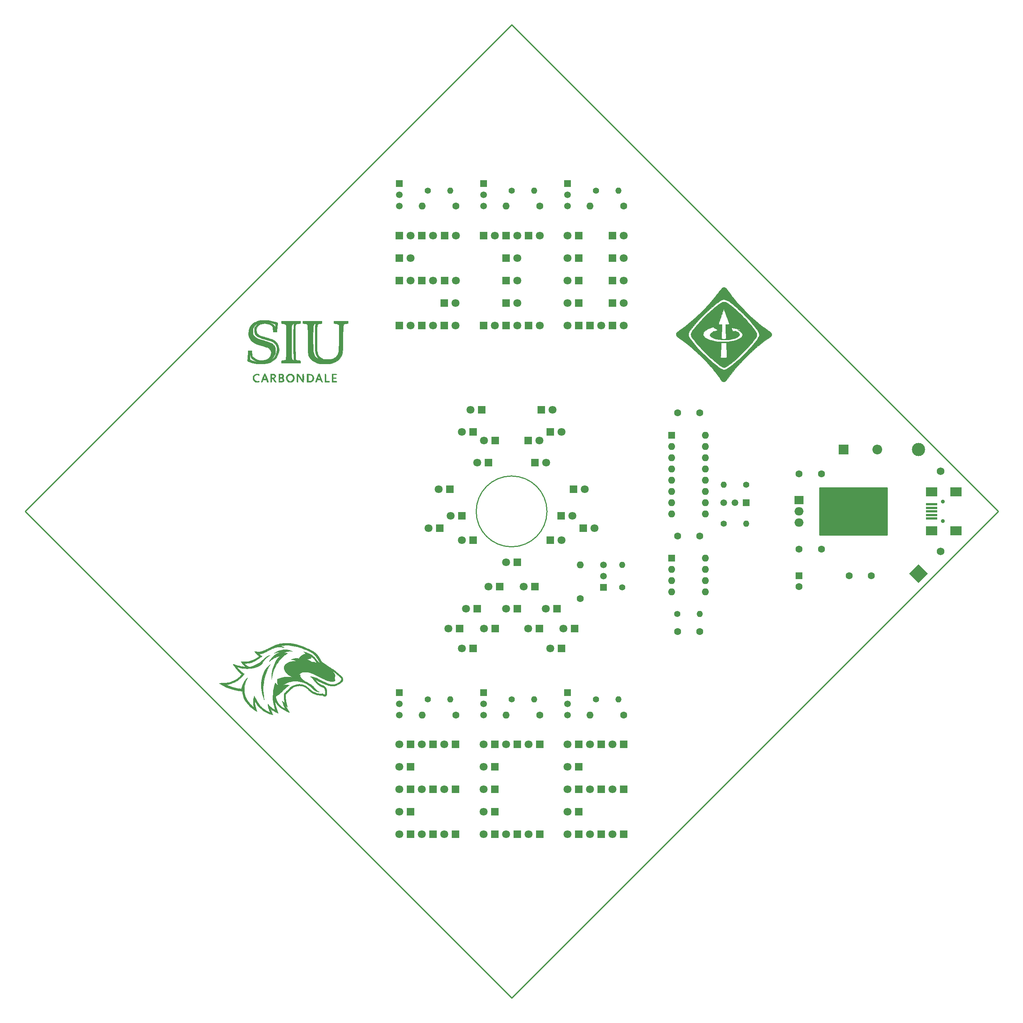
<source format=gbr>
G04 #@! TF.GenerationSoftware,KiCad,Pcbnew,(5.1.8)-1*
G04 #@! TF.CreationDate,2021-04-20T17:46:32-05:00*
G04 #@! TF.ProjectId,Graduation_Cap,47726164-7561-4746-996f-6e5f4361702e,rev?*
G04 #@! TF.SameCoordinates,Original*
G04 #@! TF.FileFunction,Soldermask,Top*
G04 #@! TF.FilePolarity,Negative*
%FSLAX46Y46*%
G04 Gerber Fmt 4.6, Leading zero omitted, Abs format (unit mm)*
G04 Created by KiCad (PCBNEW (5.1.8)-1) date 2021-04-20 17:46:32*
%MOMM*%
%LPD*%
G01*
G04 APERTURE LIST*
G04 #@! TA.AperFunction,Profile*
%ADD10C,0.254000*%
G04 #@! TD*
%ADD11C,0.010000*%
%ADD12C,0.900000*%
%ADD13R,2.500000X0.500000*%
%ADD14R,2.500000X2.000000*%
%ADD15C,1.600000*%
%ADD16O,2.000000X1.905000*%
%ADD17R,2.000000X1.905000*%
%ADD18O,3.500000X3.500000*%
%ADD19C,1.800000*%
%ADD20R,1.800000X1.800000*%
%ADD21R,1.600000X1.600000*%
%ADD22O,1.400000X1.400000*%
%ADD23C,1.400000*%
%ADD24O,1.600000X1.600000*%
%ADD25R,1.500000X1.500000*%
%ADD26C,1.500000*%
%ADD27O,2.200000X2.200000*%
%ADD28R,2.200000X2.200000*%
%ADD29C,1.750000*%
%ADD30C,0.150000*%
%ADD31C,3.000000*%
%ADD32C,0.254000*%
G04 APERTURE END LIST*
D10*
X208000000Y-150000000D02*
G75*
G03*
X208000000Y-150000000I-8000000J0D01*
G01*
X310000000Y-150000000D02*
X200000000Y-260000000D01*
X200000000Y-260000000D02*
X90000000Y-150000000D01*
X310000000Y-150000000D02*
X200000000Y-40000000D01*
X90000000Y-150000000D02*
X200000000Y-40000000D01*
D11*
G36*
X142783604Y-118935804D02*
G01*
X142902783Y-119007137D01*
X142951404Y-119127554D01*
X142897444Y-119203422D01*
X142772827Y-119206295D01*
X142708925Y-119179875D01*
X142448208Y-119109661D01*
X142186453Y-119173023D01*
X142027367Y-119279283D01*
X141847723Y-119502328D01*
X141775027Y-119754860D01*
X141796253Y-120011407D01*
X141898377Y-120246494D01*
X142068372Y-120434647D01*
X142293214Y-120550391D01*
X142559878Y-120568253D01*
X142673453Y-120542865D01*
X142831449Y-120508296D01*
X142909549Y-120538672D01*
X142931555Y-120579490D01*
X142950786Y-120669012D01*
X142908090Y-120724647D01*
X142779795Y-120757742D01*
X142542232Y-120779640D01*
X142509508Y-120781783D01*
X142235218Y-120783370D01*
X142036727Y-120739231D01*
X141912846Y-120675465D01*
X141677779Y-120454433D01*
X141535831Y-120167238D01*
X141487866Y-119846914D01*
X141534750Y-119526496D01*
X141677347Y-119239017D01*
X141870260Y-119048202D01*
X142067169Y-118957026D01*
X142315597Y-118906686D01*
X142569693Y-118899004D01*
X142783604Y-118935804D01*
G37*
X142783604Y-118935804D02*
X142902783Y-119007137D01*
X142951404Y-119127554D01*
X142897444Y-119203422D01*
X142772827Y-119206295D01*
X142708925Y-119179875D01*
X142448208Y-119109661D01*
X142186453Y-119173023D01*
X142027367Y-119279283D01*
X141847723Y-119502328D01*
X141775027Y-119754860D01*
X141796253Y-120011407D01*
X141898377Y-120246494D01*
X142068372Y-120434647D01*
X142293214Y-120550391D01*
X142559878Y-120568253D01*
X142673453Y-120542865D01*
X142831449Y-120508296D01*
X142909549Y-120538672D01*
X142931555Y-120579490D01*
X142950786Y-120669012D01*
X142908090Y-120724647D01*
X142779795Y-120757742D01*
X142542232Y-120779640D01*
X142509508Y-120781783D01*
X142235218Y-120783370D01*
X142036727Y-120739231D01*
X141912846Y-120675465D01*
X141677779Y-120454433D01*
X141535831Y-120167238D01*
X141487866Y-119846914D01*
X141534750Y-119526496D01*
X141677347Y-119239017D01*
X141870260Y-119048202D01*
X142067169Y-118957026D01*
X142315597Y-118906686D01*
X142569693Y-118899004D01*
X142783604Y-118935804D01*
G36*
X144268218Y-118883921D02*
G01*
X144340476Y-118982441D01*
X144428324Y-119160889D01*
X144540271Y-119436312D01*
X144668557Y-119780912D01*
X144787078Y-120110470D01*
X144886869Y-120394666D01*
X144959602Y-120609259D01*
X144996950Y-120730012D01*
X145000134Y-120746112D01*
X144943398Y-120789570D01*
X144867386Y-120799200D01*
X144760869Y-120753908D01*
X144678017Y-120602985D01*
X144653464Y-120528267D01*
X144572291Y-120257334D01*
X143802376Y-120257334D01*
X143721203Y-120528267D01*
X143642175Y-120717969D01*
X143545215Y-120794778D01*
X143507281Y-120799200D01*
X143398561Y-120781118D01*
X143374534Y-120756948D01*
X143396211Y-120684514D01*
X143454590Y-120512814D01*
X143539690Y-120269753D01*
X143640403Y-119986400D01*
X143928855Y-119986400D01*
X144445812Y-119986400D01*
X144337511Y-119647734D01*
X144269526Y-119457818D01*
X144211613Y-119334933D01*
X144187334Y-119309067D01*
X144145093Y-119367724D01*
X144081755Y-119518270D01*
X144037156Y-119647734D01*
X143928855Y-119986400D01*
X143640403Y-119986400D01*
X143641529Y-119983233D01*
X143750127Y-119681158D01*
X143855504Y-119391432D01*
X143947678Y-119141959D01*
X144016668Y-118960641D01*
X144020899Y-118949886D01*
X144121241Y-118854805D01*
X144203045Y-118848286D01*
X144268218Y-118883921D01*
G37*
X144268218Y-118883921D02*
X144340476Y-118982441D01*
X144428324Y-119160889D01*
X144540271Y-119436312D01*
X144668557Y-119780912D01*
X144787078Y-120110470D01*
X144886869Y-120394666D01*
X144959602Y-120609259D01*
X144996950Y-120730012D01*
X145000134Y-120746112D01*
X144943398Y-120789570D01*
X144867386Y-120799200D01*
X144760869Y-120753908D01*
X144678017Y-120602985D01*
X144653464Y-120528267D01*
X144572291Y-120257334D01*
X143802376Y-120257334D01*
X143721203Y-120528267D01*
X143642175Y-120717969D01*
X143545215Y-120794778D01*
X143507281Y-120799200D01*
X143398561Y-120781118D01*
X143374534Y-120756948D01*
X143396211Y-120684514D01*
X143454590Y-120512814D01*
X143539690Y-120269753D01*
X143640403Y-119986400D01*
X143928855Y-119986400D01*
X144445812Y-119986400D01*
X144337511Y-119647734D01*
X144269526Y-119457818D01*
X144211613Y-119334933D01*
X144187334Y-119309067D01*
X144145093Y-119367724D01*
X144081755Y-119518270D01*
X144037156Y-119647734D01*
X143928855Y-119986400D01*
X143640403Y-119986400D01*
X143641529Y-119983233D01*
X143750127Y-119681158D01*
X143855504Y-119391432D01*
X143947678Y-119141959D01*
X144016668Y-118960641D01*
X144020899Y-118949886D01*
X144121241Y-118854805D01*
X144203045Y-118848286D01*
X144268218Y-118883921D01*
G36*
X146173334Y-118910113D02*
G01*
X146338528Y-118940543D01*
X146457697Y-119006094D01*
X146527212Y-119068921D01*
X146667460Y-119282990D01*
X146673297Y-119506677D01*
X146544970Y-119734811D01*
X146492813Y-119791075D01*
X146292158Y-119991729D01*
X146526679Y-120358344D01*
X146665808Y-120579537D01*
X146736447Y-120710784D01*
X146744258Y-120775512D01*
X146694901Y-120797148D01*
X146633190Y-120799200D01*
X146516184Y-120737830D01*
X146359020Y-120560313D01*
X146243723Y-120393393D01*
X146059284Y-120133825D01*
X145920104Y-120000881D01*
X145823307Y-119994556D01*
X145766018Y-120114847D01*
X145745362Y-120361751D01*
X145745200Y-120392800D01*
X145735226Y-120638494D01*
X145702682Y-120767714D01*
X145654889Y-120799200D01*
X145539693Y-120769113D01*
X145519422Y-120754045D01*
X145502735Y-120673075D01*
X145488831Y-120483162D01*
X145478975Y-120210819D01*
X145474429Y-119882561D01*
X145474267Y-119805778D01*
X145474267Y-119551350D01*
X145752626Y-119551350D01*
X145771171Y-119685340D01*
X145772169Y-119688048D01*
X145864810Y-119766769D01*
X146021401Y-119775480D01*
X146192350Y-119718065D01*
X146287067Y-119647734D01*
X146387390Y-119515498D01*
X146422533Y-119415505D01*
X146362352Y-119259461D01*
X146209291Y-119150863D01*
X146004577Y-119118006D01*
X145990704Y-119119142D01*
X145842738Y-119151620D01*
X145777559Y-119239966D01*
X145757361Y-119366315D01*
X145752626Y-119551350D01*
X145474267Y-119551350D01*
X145474267Y-118902667D01*
X145917612Y-118902667D01*
X146173334Y-118910113D01*
G37*
X146173334Y-118910113D02*
X146338528Y-118940543D01*
X146457697Y-119006094D01*
X146527212Y-119068921D01*
X146667460Y-119282990D01*
X146673297Y-119506677D01*
X146544970Y-119734811D01*
X146492813Y-119791075D01*
X146292158Y-119991729D01*
X146526679Y-120358344D01*
X146665808Y-120579537D01*
X146736447Y-120710784D01*
X146744258Y-120775512D01*
X146694901Y-120797148D01*
X146633190Y-120799200D01*
X146516184Y-120737830D01*
X146359020Y-120560313D01*
X146243723Y-120393393D01*
X146059284Y-120133825D01*
X145920104Y-120000881D01*
X145823307Y-119994556D01*
X145766018Y-120114847D01*
X145745362Y-120361751D01*
X145745200Y-120392800D01*
X145735226Y-120638494D01*
X145702682Y-120767714D01*
X145654889Y-120799200D01*
X145539693Y-120769113D01*
X145519422Y-120754045D01*
X145502735Y-120673075D01*
X145488831Y-120483162D01*
X145478975Y-120210819D01*
X145474429Y-119882561D01*
X145474267Y-119805778D01*
X145474267Y-119551350D01*
X145752626Y-119551350D01*
X145771171Y-119685340D01*
X145772169Y-119688048D01*
X145864810Y-119766769D01*
X146021401Y-119775480D01*
X146192350Y-119718065D01*
X146287067Y-119647734D01*
X146387390Y-119515498D01*
X146422533Y-119415505D01*
X146362352Y-119259461D01*
X146209291Y-119150863D01*
X146004577Y-119118006D01*
X145990704Y-119119142D01*
X145842738Y-119151620D01*
X145777559Y-119239966D01*
X145757361Y-119366315D01*
X145752626Y-119551350D01*
X145474267Y-119551350D01*
X145474267Y-118902667D01*
X145917612Y-118902667D01*
X146173334Y-118910113D01*
G36*
X148099124Y-118932010D02*
G01*
X148320822Y-119023039D01*
X148434732Y-119180248D01*
X148454534Y-119317360D01*
X148430055Y-119514938D01*
X148381402Y-119657821D01*
X148346999Y-119796263D01*
X148415268Y-119912701D01*
X148487976Y-120066016D01*
X148519973Y-120278231D01*
X148505413Y-120479795D01*
X148470430Y-120568927D01*
X148301120Y-120704637D01*
X148019618Y-120781879D01*
X147747786Y-120799200D01*
X147370800Y-120799200D01*
X147370800Y-120536023D01*
X147565832Y-120536023D01*
X147891649Y-120515211D01*
X148088185Y-120496603D01*
X148187289Y-120456462D01*
X148226928Y-120368899D01*
X148238356Y-120278767D01*
X148205200Y-120079232D01*
X148068054Y-119958925D01*
X147838990Y-119927216D01*
X147790784Y-119931424D01*
X147674117Y-119960348D01*
X147615834Y-120038085D01*
X147589894Y-120204585D01*
X147586849Y-120244278D01*
X147565832Y-120536023D01*
X147370800Y-120536023D01*
X147370800Y-119507261D01*
X147581846Y-119507261D01*
X147600690Y-119619588D01*
X147694961Y-119698167D01*
X147860328Y-119708200D01*
X148049499Y-119646990D01*
X148052586Y-119645350D01*
X148156707Y-119523505D01*
X148177426Y-119354247D01*
X148110259Y-119200269D01*
X148086096Y-119177000D01*
X147949307Y-119123941D01*
X147798229Y-119117906D01*
X147652484Y-119163964D01*
X147592561Y-119285725D01*
X147585882Y-119331722D01*
X147581846Y-119507261D01*
X147370800Y-119507261D01*
X147370800Y-118902667D01*
X147762129Y-118902667D01*
X148099124Y-118932010D01*
G37*
X148099124Y-118932010D02*
X148320822Y-119023039D01*
X148434732Y-119180248D01*
X148454534Y-119317360D01*
X148430055Y-119514938D01*
X148381402Y-119657821D01*
X148346999Y-119796263D01*
X148415268Y-119912701D01*
X148487976Y-120066016D01*
X148519973Y-120278231D01*
X148505413Y-120479795D01*
X148470430Y-120568927D01*
X148301120Y-120704637D01*
X148019618Y-120781879D01*
X147747786Y-120799200D01*
X147370800Y-120799200D01*
X147370800Y-120536023D01*
X147565832Y-120536023D01*
X147891649Y-120515211D01*
X148088185Y-120496603D01*
X148187289Y-120456462D01*
X148226928Y-120368899D01*
X148238356Y-120278767D01*
X148205200Y-120079232D01*
X148068054Y-119958925D01*
X147838990Y-119927216D01*
X147790784Y-119931424D01*
X147674117Y-119960348D01*
X147615834Y-120038085D01*
X147589894Y-120204585D01*
X147586849Y-120244278D01*
X147565832Y-120536023D01*
X147370800Y-120536023D01*
X147370800Y-119507261D01*
X147581846Y-119507261D01*
X147600690Y-119619588D01*
X147694961Y-119698167D01*
X147860328Y-119708200D01*
X148049499Y-119646990D01*
X148052586Y-119645350D01*
X148156707Y-119523505D01*
X148177426Y-119354247D01*
X148110259Y-119200269D01*
X148086096Y-119177000D01*
X147949307Y-119123941D01*
X147798229Y-119117906D01*
X147652484Y-119163964D01*
X147592561Y-119285725D01*
X147585882Y-119331722D01*
X147581846Y-119507261D01*
X147370800Y-119507261D01*
X147370800Y-118902667D01*
X147762129Y-118902667D01*
X148099124Y-118932010D01*
G36*
X150282251Y-118945059D02*
G01*
X150500674Y-119048202D01*
X150722393Y-119281197D01*
X150849185Y-119574450D01*
X150881916Y-119895005D01*
X150821450Y-120209907D01*
X150668652Y-120486199D01*
X150458088Y-120671477D01*
X150178550Y-120773900D01*
X149854268Y-120792649D01*
X149547037Y-120727725D01*
X149431246Y-120671477D01*
X149197776Y-120456548D01*
X149055877Y-120173958D01*
X149012641Y-119896619D01*
X149297663Y-119896619D01*
X149336797Y-120093242D01*
X149453070Y-120295296D01*
X149636814Y-120469731D01*
X149841437Y-120578047D01*
X149944667Y-120595494D01*
X150067633Y-120561944D01*
X150235468Y-120479754D01*
X150259417Y-120465522D01*
X150464670Y-120269125D01*
X150572491Y-120012788D01*
X150581611Y-119731987D01*
X150490761Y-119462196D01*
X150303162Y-119242393D01*
X150068476Y-119127669D01*
X149832089Y-119127580D01*
X149615409Y-119223278D01*
X149439840Y-119395915D01*
X149326789Y-119626644D01*
X149297663Y-119896619D01*
X149012641Y-119896619D01*
X149006412Y-119856665D01*
X149050246Y-119537624D01*
X149188245Y-119249791D01*
X149388660Y-119048202D01*
X149653400Y-118932292D01*
X149970030Y-118897911D01*
X150282251Y-118945059D01*
G37*
X150282251Y-118945059D02*
X150500674Y-119048202D01*
X150722393Y-119281197D01*
X150849185Y-119574450D01*
X150881916Y-119895005D01*
X150821450Y-120209907D01*
X150668652Y-120486199D01*
X150458088Y-120671477D01*
X150178550Y-120773900D01*
X149854268Y-120792649D01*
X149547037Y-120727725D01*
X149431246Y-120671477D01*
X149197776Y-120456548D01*
X149055877Y-120173958D01*
X149012641Y-119896619D01*
X149297663Y-119896619D01*
X149336797Y-120093242D01*
X149453070Y-120295296D01*
X149636814Y-120469731D01*
X149841437Y-120578047D01*
X149944667Y-120595494D01*
X150067633Y-120561944D01*
X150235468Y-120479754D01*
X150259417Y-120465522D01*
X150464670Y-120269125D01*
X150572491Y-120012788D01*
X150581611Y-119731987D01*
X150490761Y-119462196D01*
X150303162Y-119242393D01*
X150068476Y-119127669D01*
X149832089Y-119127580D01*
X149615409Y-119223278D01*
X149439840Y-119395915D01*
X149326789Y-119626644D01*
X149297663Y-119896619D01*
X149012641Y-119896619D01*
X149006412Y-119856665D01*
X149050246Y-119537624D01*
X149188245Y-119249791D01*
X149388660Y-119048202D01*
X149653400Y-118932292D01*
X149970030Y-118897911D01*
X150282251Y-118945059D01*
G36*
X151689057Y-118919892D02*
G01*
X151779249Y-118983278D01*
X151891600Y-119110396D01*
X152041608Y-119318814D01*
X152244769Y-119626100D01*
X152247814Y-119630800D01*
X152719378Y-120358934D01*
X152720556Y-119630800D01*
X152722711Y-119309085D01*
X152730893Y-119099151D01*
X152749544Y-118977319D01*
X152783108Y-118919914D01*
X152836028Y-118903258D01*
X152857200Y-118902667D01*
X152910806Y-118909701D01*
X152948035Y-118944684D01*
X152971860Y-119028432D01*
X152985254Y-119181764D01*
X152991194Y-119425498D01*
X152992651Y-119780452D01*
X152992667Y-119850934D01*
X152991991Y-120225667D01*
X152987724Y-120485822D01*
X152976508Y-120652289D01*
X152954983Y-120745956D01*
X152919792Y-120787712D01*
X152867574Y-120798445D01*
X152840267Y-120798728D01*
X152759397Y-120773883D01*
X152660587Y-120689377D01*
X152530638Y-120529542D01*
X152356354Y-120278708D01*
X152198424Y-120036728D01*
X151708982Y-119275200D01*
X151707358Y-120037200D01*
X151705147Y-120367619D01*
X151697416Y-120585739D01*
X151680000Y-120714720D01*
X151648731Y-120777725D01*
X151599443Y-120797913D01*
X151570267Y-120799200D01*
X151516661Y-120792166D01*
X151479432Y-120757183D01*
X151455607Y-120673435D01*
X151442213Y-120520103D01*
X151436273Y-120276369D01*
X151434816Y-119921415D01*
X151434800Y-119850934D01*
X151434800Y-118902667D01*
X151605525Y-118902667D01*
X151689057Y-118919892D01*
G37*
X151689057Y-118919892D02*
X151779249Y-118983278D01*
X151891600Y-119110396D01*
X152041608Y-119318814D01*
X152244769Y-119626100D01*
X152247814Y-119630800D01*
X152719378Y-120358934D01*
X152720556Y-119630800D01*
X152722711Y-119309085D01*
X152730893Y-119099151D01*
X152749544Y-118977319D01*
X152783108Y-118919914D01*
X152836028Y-118903258D01*
X152857200Y-118902667D01*
X152910806Y-118909701D01*
X152948035Y-118944684D01*
X152971860Y-119028432D01*
X152985254Y-119181764D01*
X152991194Y-119425498D01*
X152992651Y-119780452D01*
X152992667Y-119850934D01*
X152991991Y-120225667D01*
X152987724Y-120485822D01*
X152976508Y-120652289D01*
X152954983Y-120745956D01*
X152919792Y-120787712D01*
X152867574Y-120798445D01*
X152840267Y-120798728D01*
X152759397Y-120773883D01*
X152660587Y-120689377D01*
X152530638Y-120529542D01*
X152356354Y-120278708D01*
X152198424Y-120036728D01*
X151708982Y-119275200D01*
X151707358Y-120037200D01*
X151705147Y-120367619D01*
X151697416Y-120585739D01*
X151680000Y-120714720D01*
X151648731Y-120777725D01*
X151599443Y-120797913D01*
X151570267Y-120799200D01*
X151516661Y-120792166D01*
X151479432Y-120757183D01*
X151455607Y-120673435D01*
X151442213Y-120520103D01*
X151436273Y-120276369D01*
X151434816Y-119921415D01*
X151434800Y-119850934D01*
X151434800Y-118902667D01*
X151605525Y-118902667D01*
X151689057Y-118919892D01*
G36*
X154580689Y-118950658D02*
G01*
X154910276Y-119090322D01*
X155143166Y-119315190D01*
X155271638Y-119618797D01*
X155295495Y-119851990D01*
X155237439Y-120198706D01*
X155069144Y-120473931D01*
X154799919Y-120669884D01*
X154439077Y-120778783D01*
X154162124Y-120799200D01*
X153737733Y-120799200D01*
X153737733Y-120528267D01*
X154008667Y-120528267D01*
X154316546Y-120528267D01*
X154556192Y-120504642D01*
X154726375Y-120419927D01*
X154787924Y-120364767D01*
X154964396Y-120110131D01*
X155020326Y-119842212D01*
X154965384Y-119585100D01*
X154809238Y-119362883D01*
X154561556Y-119199651D01*
X154290669Y-119125855D01*
X154008667Y-119088030D01*
X154008667Y-120528267D01*
X153737733Y-120528267D01*
X153737733Y-118902667D01*
X154162124Y-118902667D01*
X154580689Y-118950658D01*
G37*
X154580689Y-118950658D02*
X154910276Y-119090322D01*
X155143166Y-119315190D01*
X155271638Y-119618797D01*
X155295495Y-119851990D01*
X155237439Y-120198706D01*
X155069144Y-120473931D01*
X154799919Y-120669884D01*
X154439077Y-120778783D01*
X154162124Y-120799200D01*
X153737733Y-120799200D01*
X153737733Y-120528267D01*
X154008667Y-120528267D01*
X154316546Y-120528267D01*
X154556192Y-120504642D01*
X154726375Y-120419927D01*
X154787924Y-120364767D01*
X154964396Y-120110131D01*
X155020326Y-119842212D01*
X154965384Y-119585100D01*
X154809238Y-119362883D01*
X154561556Y-119199651D01*
X154290669Y-119125855D01*
X154008667Y-119088030D01*
X154008667Y-120528267D01*
X153737733Y-120528267D01*
X153737733Y-118902667D01*
X154162124Y-118902667D01*
X154580689Y-118950658D01*
G36*
X156550677Y-118918364D02*
G01*
X156658868Y-119119762D01*
X156788707Y-119442192D01*
X156869688Y-119661077D01*
X157019189Y-120070421D01*
X157126758Y-120369142D01*
X157196146Y-120574153D01*
X157231100Y-120702362D01*
X157235370Y-120770681D01*
X157212705Y-120796021D01*
X157166854Y-120795291D01*
X157119485Y-120787806D01*
X156980636Y-120709380D01*
X156887281Y-120528267D01*
X156833577Y-120391741D01*
X156762792Y-120318648D01*
X156634066Y-120285713D01*
X156436015Y-120271234D01*
X156063927Y-120251267D01*
X155981845Y-120525234D01*
X155903015Y-120716007D01*
X155807182Y-120794196D01*
X155767015Y-120799200D01*
X155658395Y-120772902D01*
X155634267Y-120737593D01*
X155656397Y-120654812D01*
X155717175Y-120469643D01*
X155808185Y-120206725D01*
X155921010Y-119890696D01*
X155923314Y-119884353D01*
X156202772Y-119884353D01*
X156224393Y-119957959D01*
X156314239Y-119983491D01*
X156439498Y-119986400D01*
X156711991Y-119986400D01*
X156615079Y-119711723D01*
X156528288Y-119481545D01*
X156465751Y-119370201D01*
X156413741Y-119366495D01*
X156358533Y-119459227D01*
X156344727Y-119491143D01*
X156244506Y-119737228D01*
X156202772Y-119884353D01*
X155923314Y-119884353D01*
X155963988Y-119772393D01*
X156122704Y-119349115D01*
X156250147Y-119053374D01*
X156356900Y-118883869D01*
X156453549Y-118839300D01*
X156550677Y-118918364D01*
G37*
X156550677Y-118918364D02*
X156658868Y-119119762D01*
X156788707Y-119442192D01*
X156869688Y-119661077D01*
X157019189Y-120070421D01*
X157126758Y-120369142D01*
X157196146Y-120574153D01*
X157231100Y-120702362D01*
X157235370Y-120770681D01*
X157212705Y-120796021D01*
X157166854Y-120795291D01*
X157119485Y-120787806D01*
X156980636Y-120709380D01*
X156887281Y-120528267D01*
X156833577Y-120391741D01*
X156762792Y-120318648D01*
X156634066Y-120285713D01*
X156436015Y-120271234D01*
X156063927Y-120251267D01*
X155981845Y-120525234D01*
X155903015Y-120716007D01*
X155807182Y-120794196D01*
X155767015Y-120799200D01*
X155658395Y-120772902D01*
X155634267Y-120737593D01*
X155656397Y-120654812D01*
X155717175Y-120469643D01*
X155808185Y-120206725D01*
X155921010Y-119890696D01*
X155923314Y-119884353D01*
X156202772Y-119884353D01*
X156224393Y-119957959D01*
X156314239Y-119983491D01*
X156439498Y-119986400D01*
X156711991Y-119986400D01*
X156615079Y-119711723D01*
X156528288Y-119481545D01*
X156465751Y-119370201D01*
X156413741Y-119366495D01*
X156358533Y-119459227D01*
X156344727Y-119491143D01*
X156244506Y-119737228D01*
X156202772Y-119884353D01*
X155923314Y-119884353D01*
X155963988Y-119772393D01*
X156122704Y-119349115D01*
X156250147Y-119053374D01*
X156356900Y-118883869D01*
X156453549Y-118839300D01*
X156550677Y-118918364D01*
G36*
X157926651Y-118910641D02*
G01*
X157965000Y-118949531D01*
X157988256Y-119041784D01*
X158000159Y-119209851D01*
X158004452Y-119476178D01*
X158004934Y-119715467D01*
X158004934Y-120528267D01*
X158411334Y-120528267D01*
X158638316Y-120533210D01*
X158760966Y-120554923D01*
X158810262Y-120603733D01*
X158817734Y-120663734D01*
X158805484Y-120733620D01*
X158749827Y-120774313D01*
X158622400Y-120793548D01*
X158394840Y-120799060D01*
X158321022Y-120799200D01*
X158073253Y-120793440D01*
X157881289Y-120778251D01*
X157782785Y-120756772D01*
X157779156Y-120754045D01*
X157762468Y-120673075D01*
X157748565Y-120483162D01*
X157738709Y-120210819D01*
X157734162Y-119882561D01*
X157734000Y-119805778D01*
X157735098Y-119440985D01*
X157740522Y-119190331D01*
X157753473Y-119032495D01*
X157777147Y-118946154D01*
X157814743Y-118909985D01*
X157869460Y-118902667D01*
X157869467Y-118902667D01*
X157926651Y-118910641D01*
G37*
X157926651Y-118910641D02*
X157965000Y-118949531D01*
X157988256Y-119041784D01*
X158000159Y-119209851D01*
X158004452Y-119476178D01*
X158004934Y-119715467D01*
X158004934Y-120528267D01*
X158411334Y-120528267D01*
X158638316Y-120533210D01*
X158760966Y-120554923D01*
X158810262Y-120603733D01*
X158817734Y-120663734D01*
X158805484Y-120733620D01*
X158749827Y-120774313D01*
X158622400Y-120793548D01*
X158394840Y-120799060D01*
X158321022Y-120799200D01*
X158073253Y-120793440D01*
X157881289Y-120778251D01*
X157782785Y-120756772D01*
X157779156Y-120754045D01*
X157762468Y-120673075D01*
X157748565Y-120483162D01*
X157738709Y-120210819D01*
X157734162Y-119882561D01*
X157734000Y-119805778D01*
X157735098Y-119440985D01*
X157740522Y-119190331D01*
X157753473Y-119032495D01*
X157777147Y-118946154D01*
X157814743Y-118909985D01*
X157869460Y-118902667D01*
X157869467Y-118902667D01*
X157926651Y-118910641D01*
G36*
X160179494Y-118907452D02*
G01*
X160346348Y-118924815D01*
X160426084Y-118959266D01*
X160443334Y-119004267D01*
X160412123Y-119063261D01*
X160301482Y-119094935D01*
X160085900Y-119105666D01*
X160036934Y-119105867D01*
X159630534Y-119105867D01*
X159630534Y-119715467D01*
X159969200Y-119715467D01*
X160182175Y-119726344D01*
X160286195Y-119764001D01*
X160307867Y-119817067D01*
X160271611Y-119880959D01*
X160146085Y-119912165D01*
X159969200Y-119918667D01*
X159630534Y-119918667D01*
X159630534Y-120528267D01*
X160036934Y-120528267D01*
X160263916Y-120533210D01*
X160386566Y-120554923D01*
X160435862Y-120603733D01*
X160443334Y-120663734D01*
X160432021Y-120731229D01*
X160379916Y-120771680D01*
X160259770Y-120791901D01*
X160044334Y-120798702D01*
X159901467Y-120799200D01*
X159359600Y-120799200D01*
X159359600Y-118902667D01*
X159901467Y-118902667D01*
X160179494Y-118907452D01*
G37*
X160179494Y-118907452D02*
X160346348Y-118924815D01*
X160426084Y-118959266D01*
X160443334Y-119004267D01*
X160412123Y-119063261D01*
X160301482Y-119094935D01*
X160085900Y-119105666D01*
X160036934Y-119105867D01*
X159630534Y-119105867D01*
X159630534Y-119715467D01*
X159969200Y-119715467D01*
X160182175Y-119726344D01*
X160286195Y-119764001D01*
X160307867Y-119817067D01*
X160271611Y-119880959D01*
X160146085Y-119912165D01*
X159969200Y-119918667D01*
X159630534Y-119918667D01*
X159630534Y-120528267D01*
X160036934Y-120528267D01*
X160263916Y-120533210D01*
X160386566Y-120554923D01*
X160435862Y-120603733D01*
X160443334Y-120663734D01*
X160432021Y-120731229D01*
X160379916Y-120771680D01*
X160259770Y-120791901D01*
X160044334Y-120798702D01*
X159901467Y-120799200D01*
X159359600Y-120799200D01*
X159359600Y-118902667D01*
X159901467Y-118902667D01*
X160179494Y-118907452D01*
G36*
X157124400Y-107516740D02*
G01*
X156714163Y-107563153D01*
X156544102Y-107580080D01*
X156403662Y-107596864D01*
X156289934Y-107625590D01*
X156200011Y-107678339D01*
X156130984Y-107767195D01*
X156079945Y-107904241D01*
X156043985Y-108101560D01*
X156020195Y-108371236D01*
X156005669Y-108725350D01*
X155997496Y-109175987D01*
X155992769Y-109735229D01*
X155988579Y-110415159D01*
X155987439Y-110582364D01*
X155984064Y-111355097D01*
X155985360Y-112041016D01*
X155991175Y-112630982D01*
X156001356Y-113115856D01*
X156015751Y-113486500D01*
X156034207Y-113733775D01*
X156040897Y-113785042D01*
X156167224Y-114335019D01*
X156363298Y-114776638D01*
X156637256Y-115122185D01*
X156997234Y-115383948D01*
X157150257Y-115460403D01*
X157308280Y-115525323D01*
X157464149Y-115569576D01*
X157648852Y-115597013D01*
X157893378Y-115611484D01*
X158228718Y-115616842D01*
X158412758Y-115617305D01*
X158783567Y-115616271D01*
X159051234Y-115609349D01*
X159248078Y-115591226D01*
X159406422Y-115556590D01*
X159558587Y-115500129D01*
X159736896Y-115416529D01*
X159788476Y-115391195D01*
X160141276Y-115182023D01*
X160408416Y-114931868D01*
X160614183Y-114610511D01*
X160782864Y-114187735D01*
X160800892Y-114131534D01*
X160837410Y-114011134D01*
X160867488Y-113894538D01*
X160891751Y-113767733D01*
X160910822Y-113616707D01*
X160925324Y-113427446D01*
X160935881Y-113185936D01*
X160943118Y-112878165D01*
X160947658Y-112490119D01*
X160950125Y-112007785D01*
X160951142Y-111417150D01*
X160951334Y-110751804D01*
X160951334Y-107850275D01*
X160802770Y-107729920D01*
X160650547Y-107654479D01*
X160418031Y-107590952D01*
X160243970Y-107563153D01*
X159833734Y-107516740D01*
X159833734Y-106947734D01*
X163017200Y-106947734D01*
X163017200Y-107516740D01*
X162606963Y-107563153D01*
X162444648Y-107578791D01*
X162309238Y-107593380D01*
X162198155Y-107618377D01*
X162108820Y-107665242D01*
X162038655Y-107745435D01*
X161985082Y-107870413D01*
X161945523Y-108051636D01*
X161917399Y-108300563D01*
X161898132Y-108628654D01*
X161885145Y-109047366D01*
X161875858Y-109568159D01*
X161867693Y-110202492D01*
X161859078Y-110887122D01*
X161848307Y-111640148D01*
X161837478Y-112270095D01*
X161826051Y-112789353D01*
X161813486Y-113210309D01*
X161799242Y-113545351D01*
X161782778Y-113806867D01*
X161763554Y-114007245D01*
X161741030Y-114158873D01*
X161714665Y-114274139D01*
X161710690Y-114287898D01*
X161462725Y-114923342D01*
X161124558Y-115458349D01*
X160694017Y-115894921D01*
X160168929Y-116235060D01*
X159547120Y-116480767D01*
X159244629Y-116558965D01*
X158929445Y-116607954D01*
X158521163Y-116641167D01*
X158061289Y-116658106D01*
X157591328Y-116658271D01*
X157152786Y-116641161D01*
X156787168Y-116606278D01*
X156684134Y-116589782D01*
X155984040Y-116411370D01*
X155374880Y-116154047D01*
X154863910Y-115823032D01*
X154458387Y-115423541D01*
X154165567Y-114960791D01*
X154063097Y-114705538D01*
X154041180Y-114577418D01*
X154021149Y-114329456D01*
X154002917Y-113959086D01*
X153986402Y-113463737D01*
X153971518Y-112840841D01*
X153958181Y-112087830D01*
X153946307Y-111202136D01*
X153945409Y-111124734D01*
X153942981Y-110895172D01*
X155095798Y-110895172D01*
X155097704Y-111456750D01*
X155102256Y-112001928D01*
X155109435Y-112511724D01*
X155119220Y-112967160D01*
X155131592Y-113349255D01*
X155146532Y-113639030D01*
X155164019Y-113817504D01*
X155164136Y-113818225D01*
X155300829Y-114375869D01*
X155514354Y-114825647D01*
X155808582Y-115173835D01*
X156142267Y-115403790D01*
X156325767Y-115491110D01*
X156399397Y-115503697D01*
X156361427Y-115442498D01*
X156252503Y-115343540D01*
X156060671Y-115121765D01*
X155879798Y-114803639D01*
X155729074Y-114428025D01*
X155642028Y-114107200D01*
X155620819Y-113931552D01*
X155602972Y-113624902D01*
X155588588Y-113191674D01*
X155577768Y-112636292D01*
X155570614Y-111963181D01*
X155567227Y-111176766D01*
X155566951Y-110822133D01*
X155567741Y-110091498D01*
X155570130Y-109484580D01*
X155574485Y-108989634D01*
X155581176Y-108594914D01*
X155590570Y-108288677D01*
X155603035Y-108059178D01*
X155618940Y-107894671D01*
X155638654Y-107783413D01*
X155662543Y-107713659D01*
X155664534Y-107709734D01*
X155723126Y-107579345D01*
X155709583Y-107529198D01*
X155667894Y-107523467D01*
X155512257Y-107581890D01*
X155351219Y-107731600D01*
X155218722Y-107934255D01*
X155158203Y-108099200D01*
X155141035Y-108244150D01*
X155126650Y-108505559D01*
X155115030Y-108864445D01*
X155106155Y-109301829D01*
X155100004Y-109798731D01*
X155096558Y-110336172D01*
X155095798Y-110895172D01*
X153942981Y-110895172D01*
X153937170Y-110345857D01*
X153930365Y-109691424D01*
X153922784Y-109150464D01*
X153912216Y-108712003D01*
X153896452Y-108365068D01*
X153873280Y-108098688D01*
X153840490Y-107901889D01*
X153795873Y-107763698D01*
X153737216Y-107673142D01*
X153662311Y-107619250D01*
X153568945Y-107591047D01*
X153454910Y-107577563D01*
X153317994Y-107567822D01*
X153227209Y-107559563D01*
X152789467Y-107512685D01*
X152789467Y-106947734D01*
X157124400Y-106947734D01*
X157124400Y-107516740D01*
G37*
X157124400Y-107516740D02*
X156714163Y-107563153D01*
X156544102Y-107580080D01*
X156403662Y-107596864D01*
X156289934Y-107625590D01*
X156200011Y-107678339D01*
X156130984Y-107767195D01*
X156079945Y-107904241D01*
X156043985Y-108101560D01*
X156020195Y-108371236D01*
X156005669Y-108725350D01*
X155997496Y-109175987D01*
X155992769Y-109735229D01*
X155988579Y-110415159D01*
X155987439Y-110582364D01*
X155984064Y-111355097D01*
X155985360Y-112041016D01*
X155991175Y-112630982D01*
X156001356Y-113115856D01*
X156015751Y-113486500D01*
X156034207Y-113733775D01*
X156040897Y-113785042D01*
X156167224Y-114335019D01*
X156363298Y-114776638D01*
X156637256Y-115122185D01*
X156997234Y-115383948D01*
X157150257Y-115460403D01*
X157308280Y-115525323D01*
X157464149Y-115569576D01*
X157648852Y-115597013D01*
X157893378Y-115611484D01*
X158228718Y-115616842D01*
X158412758Y-115617305D01*
X158783567Y-115616271D01*
X159051234Y-115609349D01*
X159248078Y-115591226D01*
X159406422Y-115556590D01*
X159558587Y-115500129D01*
X159736896Y-115416529D01*
X159788476Y-115391195D01*
X160141276Y-115182023D01*
X160408416Y-114931868D01*
X160614183Y-114610511D01*
X160782864Y-114187735D01*
X160800892Y-114131534D01*
X160837410Y-114011134D01*
X160867488Y-113894538D01*
X160891751Y-113767733D01*
X160910822Y-113616707D01*
X160925324Y-113427446D01*
X160935881Y-113185936D01*
X160943118Y-112878165D01*
X160947658Y-112490119D01*
X160950125Y-112007785D01*
X160951142Y-111417150D01*
X160951334Y-110751804D01*
X160951334Y-107850275D01*
X160802770Y-107729920D01*
X160650547Y-107654479D01*
X160418031Y-107590952D01*
X160243970Y-107563153D01*
X159833734Y-107516740D01*
X159833734Y-106947734D01*
X163017200Y-106947734D01*
X163017200Y-107516740D01*
X162606963Y-107563153D01*
X162444648Y-107578791D01*
X162309238Y-107593380D01*
X162198155Y-107618377D01*
X162108820Y-107665242D01*
X162038655Y-107745435D01*
X161985082Y-107870413D01*
X161945523Y-108051636D01*
X161917399Y-108300563D01*
X161898132Y-108628654D01*
X161885145Y-109047366D01*
X161875858Y-109568159D01*
X161867693Y-110202492D01*
X161859078Y-110887122D01*
X161848307Y-111640148D01*
X161837478Y-112270095D01*
X161826051Y-112789353D01*
X161813486Y-113210309D01*
X161799242Y-113545351D01*
X161782778Y-113806867D01*
X161763554Y-114007245D01*
X161741030Y-114158873D01*
X161714665Y-114274139D01*
X161710690Y-114287898D01*
X161462725Y-114923342D01*
X161124558Y-115458349D01*
X160694017Y-115894921D01*
X160168929Y-116235060D01*
X159547120Y-116480767D01*
X159244629Y-116558965D01*
X158929445Y-116607954D01*
X158521163Y-116641167D01*
X158061289Y-116658106D01*
X157591328Y-116658271D01*
X157152786Y-116641161D01*
X156787168Y-116606278D01*
X156684134Y-116589782D01*
X155984040Y-116411370D01*
X155374880Y-116154047D01*
X154863910Y-115823032D01*
X154458387Y-115423541D01*
X154165567Y-114960791D01*
X154063097Y-114705538D01*
X154041180Y-114577418D01*
X154021149Y-114329456D01*
X154002917Y-113959086D01*
X153986402Y-113463737D01*
X153971518Y-112840841D01*
X153958181Y-112087830D01*
X153946307Y-111202136D01*
X153945409Y-111124734D01*
X153942981Y-110895172D01*
X155095798Y-110895172D01*
X155097704Y-111456750D01*
X155102256Y-112001928D01*
X155109435Y-112511724D01*
X155119220Y-112967160D01*
X155131592Y-113349255D01*
X155146532Y-113639030D01*
X155164019Y-113817504D01*
X155164136Y-113818225D01*
X155300829Y-114375869D01*
X155514354Y-114825647D01*
X155808582Y-115173835D01*
X156142267Y-115403790D01*
X156325767Y-115491110D01*
X156399397Y-115503697D01*
X156361427Y-115442498D01*
X156252503Y-115343540D01*
X156060671Y-115121765D01*
X155879798Y-114803639D01*
X155729074Y-114428025D01*
X155642028Y-114107200D01*
X155620819Y-113931552D01*
X155602972Y-113624902D01*
X155588588Y-113191674D01*
X155577768Y-112636292D01*
X155570614Y-111963181D01*
X155567227Y-111176766D01*
X155566951Y-110822133D01*
X155567741Y-110091498D01*
X155570130Y-109484580D01*
X155574485Y-108989634D01*
X155581176Y-108594914D01*
X155590570Y-108288677D01*
X155603035Y-108059178D01*
X155618940Y-107894671D01*
X155638654Y-107783413D01*
X155662543Y-107713659D01*
X155664534Y-107709734D01*
X155723126Y-107579345D01*
X155709583Y-107529198D01*
X155667894Y-107523467D01*
X155512257Y-107581890D01*
X155351219Y-107731600D01*
X155218722Y-107934255D01*
X155158203Y-108099200D01*
X155141035Y-108244150D01*
X155126650Y-108505559D01*
X155115030Y-108864445D01*
X155106155Y-109301829D01*
X155100004Y-109798731D01*
X155096558Y-110336172D01*
X155095798Y-110895172D01*
X153942981Y-110895172D01*
X153937170Y-110345857D01*
X153930365Y-109691424D01*
X153922784Y-109150464D01*
X153912216Y-108712003D01*
X153896452Y-108365068D01*
X153873280Y-108098688D01*
X153840490Y-107901889D01*
X153795873Y-107763698D01*
X153737216Y-107673142D01*
X153662311Y-107619250D01*
X153568945Y-107591047D01*
X153454910Y-107577563D01*
X153317994Y-107567822D01*
X153227209Y-107559563D01*
X152789467Y-107512685D01*
X152789467Y-106947734D01*
X157124400Y-106947734D01*
X157124400Y-107516740D01*
G36*
X152247600Y-107513719D02*
G01*
X151858134Y-107556406D01*
X151540430Y-107601148D01*
X151332685Y-107660868D01*
X151209398Y-107749141D01*
X151145068Y-107879542D01*
X151130646Y-107943683D01*
X151123391Y-108052172D01*
X151117267Y-108282928D01*
X151112343Y-108622756D01*
X151108687Y-109058461D01*
X151106369Y-109576847D01*
X151105457Y-110164719D01*
X151106018Y-110808882D01*
X151108123Y-111496141D01*
X151110059Y-111905851D01*
X151115608Y-112783477D01*
X151122298Y-113532290D01*
X151130301Y-114158941D01*
X151139788Y-114670081D01*
X151150933Y-115072358D01*
X151163906Y-115372425D01*
X151178879Y-115576930D01*
X151196026Y-115692526D01*
X151208776Y-115723507D01*
X151319468Y-115776034D01*
X151510046Y-115819234D01*
X151615176Y-115832436D01*
X151909847Y-115862249D01*
X152094965Y-115895440D01*
X152195981Y-115946585D01*
X152238346Y-116030259D01*
X152247512Y-116161037D01*
X152247600Y-116194624D01*
X152247600Y-116464267D01*
X147912667Y-116464267D01*
X147912667Y-116194624D01*
X147918202Y-116052510D01*
X147951773Y-115960458D01*
X148038832Y-115903893D01*
X148204829Y-115868237D01*
X148475215Y-115838918D01*
X148545091Y-115832436D01*
X148754493Y-115799167D01*
X148911035Y-115749327D01*
X148951491Y-115723507D01*
X148970184Y-115663605D01*
X148986590Y-115519235D01*
X149000881Y-115283748D01*
X149013228Y-114950493D01*
X149023803Y-114512819D01*
X149032779Y-113964076D01*
X149040327Y-113297613D01*
X149046619Y-112506781D01*
X149050208Y-111905851D01*
X149051902Y-111509960D01*
X150215904Y-111509960D01*
X150217470Y-112138035D01*
X150221265Y-112756056D01*
X150227256Y-113348013D01*
X150235406Y-113897895D01*
X150245681Y-114389688D01*
X150258046Y-114807381D01*
X150272465Y-115134964D01*
X150288904Y-115356423D01*
X150304090Y-115448267D01*
X150447428Y-115681820D01*
X150622000Y-115803762D01*
X150775457Y-115878970D01*
X150864502Y-115919838D01*
X150871983Y-115922295D01*
X150853729Y-115870237D01*
X150791835Y-115744016D01*
X150787734Y-115736133D01*
X150766540Y-115676911D01*
X150748547Y-115580170D01*
X150733508Y-115435741D01*
X150721179Y-115233455D01*
X150711315Y-114963144D01*
X150703671Y-114614639D01*
X150698002Y-114177771D01*
X150694062Y-113642372D01*
X150691607Y-112998273D01*
X150690391Y-112235305D01*
X150690151Y-111687205D01*
X150690411Y-110855516D01*
X150691568Y-110148825D01*
X150693896Y-109556660D01*
X150697670Y-109068555D01*
X150703162Y-108674039D01*
X150710646Y-108362644D01*
X150720398Y-108123901D01*
X150732691Y-107947341D01*
X150747798Y-107822496D01*
X150765994Y-107738896D01*
X150787553Y-107686072D01*
X150795174Y-107674005D01*
X150857689Y-107559652D01*
X150822415Y-107532015D01*
X150686672Y-107590870D01*
X150575357Y-107655663D01*
X150370529Y-107854619D01*
X150287868Y-108044877D01*
X150270331Y-108176950D01*
X150255304Y-108427065D01*
X150242753Y-108779209D01*
X150232643Y-109217371D01*
X150224938Y-109725539D01*
X150219603Y-110287701D01*
X150216604Y-110887845D01*
X150215904Y-111509960D01*
X149051902Y-111509960D01*
X149053231Y-111199781D01*
X149054672Y-110529216D01*
X149054599Y-109907353D01*
X149053081Y-109347386D01*
X149050186Y-108862510D01*
X149045983Y-108465921D01*
X149040541Y-108170814D01*
X149033928Y-107990384D01*
X149029621Y-107943683D01*
X148981156Y-107793496D01*
X148883526Y-107690650D01*
X148711233Y-107621571D01*
X148438773Y-107572682D01*
X148302134Y-107556406D01*
X147912667Y-107513719D01*
X147912667Y-106947734D01*
X152247600Y-106947734D01*
X152247600Y-107513719D01*
G37*
X152247600Y-107513719D02*
X151858134Y-107556406D01*
X151540430Y-107601148D01*
X151332685Y-107660868D01*
X151209398Y-107749141D01*
X151145068Y-107879542D01*
X151130646Y-107943683D01*
X151123391Y-108052172D01*
X151117267Y-108282928D01*
X151112343Y-108622756D01*
X151108687Y-109058461D01*
X151106369Y-109576847D01*
X151105457Y-110164719D01*
X151106018Y-110808882D01*
X151108123Y-111496141D01*
X151110059Y-111905851D01*
X151115608Y-112783477D01*
X151122298Y-113532290D01*
X151130301Y-114158941D01*
X151139788Y-114670081D01*
X151150933Y-115072358D01*
X151163906Y-115372425D01*
X151178879Y-115576930D01*
X151196026Y-115692526D01*
X151208776Y-115723507D01*
X151319468Y-115776034D01*
X151510046Y-115819234D01*
X151615176Y-115832436D01*
X151909847Y-115862249D01*
X152094965Y-115895440D01*
X152195981Y-115946585D01*
X152238346Y-116030259D01*
X152247512Y-116161037D01*
X152247600Y-116194624D01*
X152247600Y-116464267D01*
X147912667Y-116464267D01*
X147912667Y-116194624D01*
X147918202Y-116052510D01*
X147951773Y-115960458D01*
X148038832Y-115903893D01*
X148204829Y-115868237D01*
X148475215Y-115838918D01*
X148545091Y-115832436D01*
X148754493Y-115799167D01*
X148911035Y-115749327D01*
X148951491Y-115723507D01*
X148970184Y-115663605D01*
X148986590Y-115519235D01*
X149000881Y-115283748D01*
X149013228Y-114950493D01*
X149023803Y-114512819D01*
X149032779Y-113964076D01*
X149040327Y-113297613D01*
X149046619Y-112506781D01*
X149050208Y-111905851D01*
X149051902Y-111509960D01*
X150215904Y-111509960D01*
X150217470Y-112138035D01*
X150221265Y-112756056D01*
X150227256Y-113348013D01*
X150235406Y-113897895D01*
X150245681Y-114389688D01*
X150258046Y-114807381D01*
X150272465Y-115134964D01*
X150288904Y-115356423D01*
X150304090Y-115448267D01*
X150447428Y-115681820D01*
X150622000Y-115803762D01*
X150775457Y-115878970D01*
X150864502Y-115919838D01*
X150871983Y-115922295D01*
X150853729Y-115870237D01*
X150791835Y-115744016D01*
X150787734Y-115736133D01*
X150766540Y-115676911D01*
X150748547Y-115580170D01*
X150733508Y-115435741D01*
X150721179Y-115233455D01*
X150711315Y-114963144D01*
X150703671Y-114614639D01*
X150698002Y-114177771D01*
X150694062Y-113642372D01*
X150691607Y-112998273D01*
X150690391Y-112235305D01*
X150690151Y-111687205D01*
X150690411Y-110855516D01*
X150691568Y-110148825D01*
X150693896Y-109556660D01*
X150697670Y-109068555D01*
X150703162Y-108674039D01*
X150710646Y-108362644D01*
X150720398Y-108123901D01*
X150732691Y-107947341D01*
X150747798Y-107822496D01*
X150765994Y-107738896D01*
X150787553Y-107686072D01*
X150795174Y-107674005D01*
X150857689Y-107559652D01*
X150822415Y-107532015D01*
X150686672Y-107590870D01*
X150575357Y-107655663D01*
X150370529Y-107854619D01*
X150287868Y-108044877D01*
X150270331Y-108176950D01*
X150255304Y-108427065D01*
X150242753Y-108779209D01*
X150232643Y-109217371D01*
X150224938Y-109725539D01*
X150219603Y-110287701D01*
X150216604Y-110887845D01*
X150215904Y-111509960D01*
X149051902Y-111509960D01*
X149053231Y-111199781D01*
X149054672Y-110529216D01*
X149054599Y-109907353D01*
X149053081Y-109347386D01*
X149050186Y-108862510D01*
X149045983Y-108465921D01*
X149040541Y-108170814D01*
X149033928Y-107990384D01*
X149029621Y-107943683D01*
X148981156Y-107793496D01*
X148883526Y-107690650D01*
X148711233Y-107621571D01*
X148438773Y-107572682D01*
X148302134Y-107556406D01*
X147912667Y-107513719D01*
X147912667Y-106947734D01*
X152247600Y-106947734D01*
X152247600Y-107513719D01*
G36*
X144982355Y-106817164D02*
G01*
X145747667Y-106957817D01*
X145986820Y-107015039D01*
X146431484Y-107131137D01*
X146756142Y-107228295D01*
X146973995Y-107312204D01*
X147098246Y-107388555D01*
X147142096Y-107463036D01*
X147135027Y-107509926D01*
X147100338Y-107653552D01*
X147062630Y-107894398D01*
X147026069Y-108194409D01*
X146994820Y-108515532D01*
X146973046Y-108819709D01*
X146964914Y-109064400D01*
X146964400Y-109420000D01*
X146102280Y-109420000D01*
X146059207Y-109105747D01*
X146031716Y-108843860D01*
X146016942Y-108583701D01*
X146016133Y-108526779D01*
X145982115Y-108296381D01*
X145859418Y-108115345D01*
X145829867Y-108086427D01*
X145496708Y-107849841D01*
X145074041Y-107666548D01*
X144600957Y-107547256D01*
X144116546Y-107502673D01*
X143775926Y-107523776D01*
X143290224Y-107646928D01*
X142889674Y-107863686D01*
X142583781Y-108164074D01*
X142382048Y-108538117D01*
X142293980Y-108975840D01*
X142290800Y-109082522D01*
X142332677Y-109445909D01*
X142471107Y-109742576D01*
X142674220Y-109971068D01*
X142803952Y-110081930D01*
X142944913Y-110176713D01*
X143117654Y-110263458D01*
X143342722Y-110350209D01*
X143640670Y-110445009D01*
X144032045Y-110555901D01*
X144464159Y-110671627D01*
X144879238Y-110786293D01*
X145280235Y-110906277D01*
X145635638Y-111021484D01*
X145913936Y-111121816D01*
X146050000Y-111179721D01*
X146548151Y-111488360D01*
X146938456Y-111875622D01*
X147217547Y-112333905D01*
X147382057Y-112855604D01*
X147428619Y-113433114D01*
X147353865Y-114058831D01*
X147344345Y-114102704D01*
X147145290Y-114711185D01*
X146836836Y-115240331D01*
X146418138Y-115691176D01*
X145888355Y-116064757D01*
X145643600Y-116193536D01*
X145313423Y-116334445D01*
X144945402Y-116463183D01*
X144613207Y-116554279D01*
X144579656Y-116561389D01*
X144080163Y-116630977D01*
X143503260Y-116659850D01*
X142900568Y-116648555D01*
X142323705Y-116597641D01*
X141936955Y-116533341D01*
X141534395Y-116439864D01*
X141147128Y-116334470D01*
X140804431Y-116226406D01*
X140535579Y-116124922D01*
X140369849Y-116039266D01*
X140367435Y-116037520D01*
X140318137Y-115988284D01*
X140290045Y-115911525D01*
X140281783Y-115781264D01*
X140290180Y-115608447D01*
X140811529Y-115608447D01*
X140852528Y-115700850D01*
X140979975Y-115777304D01*
X141047964Y-115808077D01*
X141219263Y-115872771D01*
X141462538Y-115951176D01*
X141738981Y-116032416D01*
X142009782Y-116105617D01*
X142236132Y-116159903D01*
X142379220Y-116184399D01*
X142392400Y-116184820D01*
X142378107Y-116160517D01*
X142266527Y-116099700D01*
X142170457Y-116055091D01*
X141868126Y-115899782D01*
X141575978Y-115713559D01*
X141331566Y-115522989D01*
X141172444Y-115354640D01*
X141165136Y-115343865D01*
X141086540Y-115182186D01*
X141006359Y-114953519D01*
X140970465Y-114822901D01*
X140883380Y-114466134D01*
X140875145Y-114838667D01*
X140862739Y-115102562D01*
X140840495Y-115353195D01*
X140827085Y-115451891D01*
X140811529Y-115608447D01*
X140290180Y-115608447D01*
X140291975Y-115571519D01*
X140319245Y-115256310D01*
X140323613Y-115210015D01*
X140353716Y-114851903D01*
X140377430Y-114492442D01*
X140391600Y-114183763D01*
X140394210Y-114042800D01*
X140394267Y-113619467D01*
X141258691Y-113619467D01*
X141354725Y-114900385D01*
X141658293Y-115180204D01*
X142104983Y-115508348D01*
X142609333Y-115736098D01*
X143147282Y-115861761D01*
X143694766Y-115883643D01*
X144227722Y-115800049D01*
X144722086Y-115609286D01*
X145024332Y-115417182D01*
X145276318Y-115151883D01*
X145474160Y-114801548D01*
X145595895Y-114412730D01*
X145624037Y-114146065D01*
X145584421Y-113770845D01*
X145446317Y-113459833D01*
X145192167Y-113174527D01*
X145173388Y-113157863D01*
X145099595Y-113096495D01*
X145018693Y-113040686D01*
X144916263Y-112985209D01*
X144777888Y-112924834D01*
X144589151Y-112854333D01*
X144335633Y-112768480D01*
X144002917Y-112662044D01*
X143576585Y-112529800D01*
X143042219Y-112366517D01*
X142725617Y-112270267D01*
X142064551Y-112024809D01*
X141526069Y-111725460D01*
X141106927Y-111368519D01*
X140803885Y-110950287D01*
X140613700Y-110467061D01*
X140533129Y-109915142D01*
X140529733Y-109763975D01*
X140576362Y-109233753D01*
X141485979Y-109233753D01*
X141488821Y-109475636D01*
X141535359Y-109820609D01*
X141640331Y-110120418D01*
X141814521Y-110382895D01*
X142068714Y-110615868D01*
X142413693Y-110827169D01*
X142860245Y-111024627D01*
X143419152Y-111216074D01*
X144101199Y-111409338D01*
X144180690Y-111430132D01*
X144786976Y-111599946D01*
X145275229Y-111767019D01*
X145662332Y-111940816D01*
X145965170Y-112130802D01*
X146200624Y-112346442D01*
X146385578Y-112597200D01*
X146443457Y-112698654D01*
X146515157Y-112855040D01*
X146559826Y-113023466D01*
X146583294Y-113241476D01*
X146591390Y-113546614D01*
X146591697Y-113653334D01*
X146587752Y-113979852D01*
X146570497Y-114215918D01*
X146531508Y-114406457D01*
X146462361Y-114596394D01*
X146381545Y-114774142D01*
X146237808Y-115045017D01*
X146073043Y-115307860D01*
X145941448Y-115482949D01*
X145711333Y-115748281D01*
X145926474Y-115597217D01*
X146087522Y-115456606D01*
X146272927Y-115255602D01*
X146388210Y-115110222D01*
X146690928Y-114591751D01*
X146865809Y-114031979D01*
X146916268Y-113484000D01*
X146893119Y-113025774D01*
X146815823Y-112636682D01*
X146673290Y-112306441D01*
X146454430Y-112024767D01*
X146148150Y-111781376D01*
X145743360Y-111565983D01*
X145228969Y-111368306D01*
X144593886Y-111178061D01*
X144363660Y-111117150D01*
X143670648Y-110920289D01*
X143103677Y-110716433D01*
X142653323Y-110498050D01*
X142310164Y-110257608D01*
X142064773Y-109987573D01*
X141907728Y-109680413D01*
X141829605Y-109328596D01*
X141816667Y-109081333D01*
X141851235Y-108696221D01*
X141966618Y-108365180D01*
X142180334Y-108048779D01*
X142364567Y-107848033D01*
X142550446Y-107659301D01*
X142646856Y-107553514D01*
X142660244Y-107517955D01*
X142597058Y-107539906D01*
X142495057Y-107590661D01*
X142230243Y-107772135D01*
X141965553Y-108030527D01*
X141736684Y-108323972D01*
X141579331Y-108610604D01*
X141547700Y-108701775D01*
X141506323Y-108936087D01*
X141485979Y-109233753D01*
X140576362Y-109233753D01*
X140587165Y-109110921D01*
X140757352Y-108531040D01*
X141037134Y-108027402D01*
X141423350Y-107603077D01*
X141682750Y-107421867D01*
X142832667Y-107421867D01*
X142866533Y-107455734D01*
X142900400Y-107421867D01*
X142866533Y-107388000D01*
X142832667Y-107421867D01*
X141682750Y-107421867D01*
X141912840Y-107261133D01*
X142077260Y-107189606D01*
X145000134Y-107189606D01*
X145004879Y-107209021D01*
X145115312Y-107257187D01*
X145304934Y-107322815D01*
X145597621Y-107443515D01*
X145900479Y-107609173D01*
X146050000Y-107710833D01*
X146238300Y-107862309D01*
X146342631Y-107982510D01*
X146390776Y-108116731D01*
X146409697Y-108297271D01*
X146433895Y-108493920D01*
X146468461Y-108565183D01*
X146506688Y-108520062D01*
X146541869Y-108367557D01*
X146567298Y-108116669D01*
X146569227Y-108083174D01*
X146591867Y-107660748D01*
X146275703Y-107524887D01*
X146049952Y-107440700D01*
X145769418Y-107353831D01*
X145477117Y-107275585D01*
X145216068Y-107217271D01*
X145029288Y-107190195D01*
X145000134Y-107189606D01*
X142077260Y-107189606D01*
X142502442Y-107004641D01*
X143188996Y-106836669D01*
X143598544Y-106783888D01*
X144277085Y-106760263D01*
X144982355Y-106817164D01*
G37*
X144982355Y-106817164D02*
X145747667Y-106957817D01*
X145986820Y-107015039D01*
X146431484Y-107131137D01*
X146756142Y-107228295D01*
X146973995Y-107312204D01*
X147098246Y-107388555D01*
X147142096Y-107463036D01*
X147135027Y-107509926D01*
X147100338Y-107653552D01*
X147062630Y-107894398D01*
X147026069Y-108194409D01*
X146994820Y-108515532D01*
X146973046Y-108819709D01*
X146964914Y-109064400D01*
X146964400Y-109420000D01*
X146102280Y-109420000D01*
X146059207Y-109105747D01*
X146031716Y-108843860D01*
X146016942Y-108583701D01*
X146016133Y-108526779D01*
X145982115Y-108296381D01*
X145859418Y-108115345D01*
X145829867Y-108086427D01*
X145496708Y-107849841D01*
X145074041Y-107666548D01*
X144600957Y-107547256D01*
X144116546Y-107502673D01*
X143775926Y-107523776D01*
X143290224Y-107646928D01*
X142889674Y-107863686D01*
X142583781Y-108164074D01*
X142382048Y-108538117D01*
X142293980Y-108975840D01*
X142290800Y-109082522D01*
X142332677Y-109445909D01*
X142471107Y-109742576D01*
X142674220Y-109971068D01*
X142803952Y-110081930D01*
X142944913Y-110176713D01*
X143117654Y-110263458D01*
X143342722Y-110350209D01*
X143640670Y-110445009D01*
X144032045Y-110555901D01*
X144464159Y-110671627D01*
X144879238Y-110786293D01*
X145280235Y-110906277D01*
X145635638Y-111021484D01*
X145913936Y-111121816D01*
X146050000Y-111179721D01*
X146548151Y-111488360D01*
X146938456Y-111875622D01*
X147217547Y-112333905D01*
X147382057Y-112855604D01*
X147428619Y-113433114D01*
X147353865Y-114058831D01*
X147344345Y-114102704D01*
X147145290Y-114711185D01*
X146836836Y-115240331D01*
X146418138Y-115691176D01*
X145888355Y-116064757D01*
X145643600Y-116193536D01*
X145313423Y-116334445D01*
X144945402Y-116463183D01*
X144613207Y-116554279D01*
X144579656Y-116561389D01*
X144080163Y-116630977D01*
X143503260Y-116659850D01*
X142900568Y-116648555D01*
X142323705Y-116597641D01*
X141936955Y-116533341D01*
X141534395Y-116439864D01*
X141147128Y-116334470D01*
X140804431Y-116226406D01*
X140535579Y-116124922D01*
X140369849Y-116039266D01*
X140367435Y-116037520D01*
X140318137Y-115988284D01*
X140290045Y-115911525D01*
X140281783Y-115781264D01*
X140290180Y-115608447D01*
X140811529Y-115608447D01*
X140852528Y-115700850D01*
X140979975Y-115777304D01*
X141047964Y-115808077D01*
X141219263Y-115872771D01*
X141462538Y-115951176D01*
X141738981Y-116032416D01*
X142009782Y-116105617D01*
X142236132Y-116159903D01*
X142379220Y-116184399D01*
X142392400Y-116184820D01*
X142378107Y-116160517D01*
X142266527Y-116099700D01*
X142170457Y-116055091D01*
X141868126Y-115899782D01*
X141575978Y-115713559D01*
X141331566Y-115522989D01*
X141172444Y-115354640D01*
X141165136Y-115343865D01*
X141086540Y-115182186D01*
X141006359Y-114953519D01*
X140970465Y-114822901D01*
X140883380Y-114466134D01*
X140875145Y-114838667D01*
X140862739Y-115102562D01*
X140840495Y-115353195D01*
X140827085Y-115451891D01*
X140811529Y-115608447D01*
X140290180Y-115608447D01*
X140291975Y-115571519D01*
X140319245Y-115256310D01*
X140323613Y-115210015D01*
X140353716Y-114851903D01*
X140377430Y-114492442D01*
X140391600Y-114183763D01*
X140394210Y-114042800D01*
X140394267Y-113619467D01*
X141258691Y-113619467D01*
X141354725Y-114900385D01*
X141658293Y-115180204D01*
X142104983Y-115508348D01*
X142609333Y-115736098D01*
X143147282Y-115861761D01*
X143694766Y-115883643D01*
X144227722Y-115800049D01*
X144722086Y-115609286D01*
X145024332Y-115417182D01*
X145276318Y-115151883D01*
X145474160Y-114801548D01*
X145595895Y-114412730D01*
X145624037Y-114146065D01*
X145584421Y-113770845D01*
X145446317Y-113459833D01*
X145192167Y-113174527D01*
X145173388Y-113157863D01*
X145099595Y-113096495D01*
X145018693Y-113040686D01*
X144916263Y-112985209D01*
X144777888Y-112924834D01*
X144589151Y-112854333D01*
X144335633Y-112768480D01*
X144002917Y-112662044D01*
X143576585Y-112529800D01*
X143042219Y-112366517D01*
X142725617Y-112270267D01*
X142064551Y-112024809D01*
X141526069Y-111725460D01*
X141106927Y-111368519D01*
X140803885Y-110950287D01*
X140613700Y-110467061D01*
X140533129Y-109915142D01*
X140529733Y-109763975D01*
X140576362Y-109233753D01*
X141485979Y-109233753D01*
X141488821Y-109475636D01*
X141535359Y-109820609D01*
X141640331Y-110120418D01*
X141814521Y-110382895D01*
X142068714Y-110615868D01*
X142413693Y-110827169D01*
X142860245Y-111024627D01*
X143419152Y-111216074D01*
X144101199Y-111409338D01*
X144180690Y-111430132D01*
X144786976Y-111599946D01*
X145275229Y-111767019D01*
X145662332Y-111940816D01*
X145965170Y-112130802D01*
X146200624Y-112346442D01*
X146385578Y-112597200D01*
X146443457Y-112698654D01*
X146515157Y-112855040D01*
X146559826Y-113023466D01*
X146583294Y-113241476D01*
X146591390Y-113546614D01*
X146591697Y-113653334D01*
X146587752Y-113979852D01*
X146570497Y-114215918D01*
X146531508Y-114406457D01*
X146462361Y-114596394D01*
X146381545Y-114774142D01*
X146237808Y-115045017D01*
X146073043Y-115307860D01*
X145941448Y-115482949D01*
X145711333Y-115748281D01*
X145926474Y-115597217D01*
X146087522Y-115456606D01*
X146272927Y-115255602D01*
X146388210Y-115110222D01*
X146690928Y-114591751D01*
X146865809Y-114031979D01*
X146916268Y-113484000D01*
X146893119Y-113025774D01*
X146815823Y-112636682D01*
X146673290Y-112306441D01*
X146454430Y-112024767D01*
X146148150Y-111781376D01*
X145743360Y-111565983D01*
X145228969Y-111368306D01*
X144593886Y-111178061D01*
X144363660Y-111117150D01*
X143670648Y-110920289D01*
X143103677Y-110716433D01*
X142653323Y-110498050D01*
X142310164Y-110257608D01*
X142064773Y-109987573D01*
X141907728Y-109680413D01*
X141829605Y-109328596D01*
X141816667Y-109081333D01*
X141851235Y-108696221D01*
X141966618Y-108365180D01*
X142180334Y-108048779D01*
X142364567Y-107848033D01*
X142550446Y-107659301D01*
X142646856Y-107553514D01*
X142660244Y-107517955D01*
X142597058Y-107539906D01*
X142495057Y-107590661D01*
X142230243Y-107772135D01*
X141965553Y-108030527D01*
X141736684Y-108323972D01*
X141579331Y-108610604D01*
X141547700Y-108701775D01*
X141506323Y-108936087D01*
X141485979Y-109233753D01*
X140576362Y-109233753D01*
X140587165Y-109110921D01*
X140757352Y-108531040D01*
X141037134Y-108027402D01*
X141423350Y-107603077D01*
X141682750Y-107421867D01*
X142832667Y-107421867D01*
X142866533Y-107455734D01*
X142900400Y-107421867D01*
X142866533Y-107388000D01*
X142832667Y-107421867D01*
X141682750Y-107421867D01*
X141912840Y-107261133D01*
X142077260Y-107189606D01*
X145000134Y-107189606D01*
X145004879Y-107209021D01*
X145115312Y-107257187D01*
X145304934Y-107322815D01*
X145597621Y-107443515D01*
X145900479Y-107609173D01*
X146050000Y-107710833D01*
X146238300Y-107862309D01*
X146342631Y-107982510D01*
X146390776Y-108116731D01*
X146409697Y-108297271D01*
X146433895Y-108493920D01*
X146468461Y-108565183D01*
X146506688Y-108520062D01*
X146541869Y-108367557D01*
X146567298Y-108116669D01*
X146569227Y-108083174D01*
X146591867Y-107660748D01*
X146275703Y-107524887D01*
X146049952Y-107440700D01*
X145769418Y-107353831D01*
X145477117Y-107275585D01*
X145216068Y-107217271D01*
X145029288Y-107190195D01*
X145000134Y-107189606D01*
X142077260Y-107189606D01*
X142502442Y-107004641D01*
X143188996Y-106836669D01*
X143598544Y-106783888D01*
X144277085Y-106760263D01*
X144982355Y-106817164D01*
G36*
X248085791Y-99355780D02*
G01*
X248190132Y-99378262D01*
X248288863Y-99423692D01*
X248389170Y-99498127D01*
X248498237Y-99607621D01*
X248623248Y-99758231D01*
X248771391Y-99956011D01*
X248898286Y-100133680D01*
X249342724Y-100741797D01*
X249836868Y-101378271D01*
X250373325Y-102035020D01*
X250944701Y-102703964D01*
X251543604Y-103377025D01*
X252162642Y-104046120D01*
X252794420Y-104703172D01*
X253431547Y-105340098D01*
X254066628Y-105948821D01*
X254692272Y-106521258D01*
X254953066Y-106751198D01*
X255287297Y-107037352D01*
X255647410Y-107336572D01*
X256023672Y-107641319D01*
X256406353Y-107944054D01*
X256785721Y-108237238D01*
X257152044Y-108513332D01*
X257495592Y-108764798D01*
X257806632Y-108984096D01*
X258024534Y-109130662D01*
X258232535Y-109269913D01*
X258390382Y-109384125D01*
X258507059Y-109481276D01*
X258591554Y-109569345D01*
X258652851Y-109656311D01*
X258685042Y-109717145D01*
X258756013Y-109918183D01*
X258768336Y-110103552D01*
X258720233Y-110276951D01*
X258609925Y-110442076D01*
X258435631Y-110602627D01*
X258195573Y-110762300D01*
X258176934Y-110773151D01*
X258049903Y-110852348D01*
X257878694Y-110967785D01*
X257671850Y-111113180D01*
X257437916Y-111282252D01*
X257185436Y-111468718D01*
X256922953Y-111666294D01*
X256659011Y-111868701D01*
X256402155Y-112069654D01*
X256263467Y-112180116D01*
X255645678Y-112683357D01*
X255069337Y-113169602D01*
X254518305Y-113653308D01*
X253976445Y-114148937D01*
X253427619Y-114670947D01*
X252857814Y-115231678D01*
X252133880Y-115969324D01*
X251458542Y-116689162D01*
X250820280Y-117404599D01*
X250207574Y-118129037D01*
X249608906Y-118875881D01*
X249012757Y-119658536D01*
X248767692Y-119991102D01*
X248642794Y-120159142D01*
X248525142Y-120311940D01*
X248422824Y-120439408D01*
X248343928Y-120531460D01*
X248297738Y-120577144D01*
X248178110Y-120631039D01*
X248017526Y-120654737D01*
X247836195Y-120647133D01*
X247668480Y-120611558D01*
X247592870Y-120586652D01*
X247530872Y-120557974D01*
X247474381Y-120516797D01*
X247415292Y-120454392D01*
X247345503Y-120362029D01*
X247256909Y-120230982D01*
X247141405Y-120052521D01*
X247123445Y-120024533D01*
X246970006Y-119795234D01*
X246777955Y-119524257D01*
X246554058Y-119220212D01*
X246305080Y-118891708D01*
X246037787Y-118547354D01*
X245758943Y-118195759D01*
X245475314Y-117845532D01*
X245193665Y-117505282D01*
X244920763Y-117183618D01*
X244663371Y-116889150D01*
X244631228Y-116853121D01*
X244382572Y-116580059D01*
X244096516Y-116274351D01*
X243782693Y-115945727D01*
X243450734Y-115603914D01*
X243110274Y-115258641D01*
X242770945Y-114919637D01*
X242442379Y-114596629D01*
X242134209Y-114299347D01*
X241856068Y-114037519D01*
X241717734Y-113910658D01*
X240684092Y-113002515D01*
X239649871Y-112151857D01*
X238603523Y-111349330D01*
X238127867Y-111003004D01*
X237892477Y-110833759D01*
X237705948Y-110697643D01*
X237561666Y-110588923D01*
X237453016Y-110501866D01*
X237373383Y-110430741D01*
X237316152Y-110369814D01*
X237274708Y-110313354D01*
X237242436Y-110255628D01*
X237226475Y-110221870D01*
X237176273Y-110079027D01*
X237174871Y-110056936D01*
X239978391Y-110056936D01*
X239980171Y-110094506D01*
X239990303Y-110208291D01*
X240009649Y-110314082D01*
X240042548Y-110419900D01*
X240093342Y-110533761D01*
X240166373Y-110663685D01*
X240265981Y-110817689D01*
X240396507Y-111003792D01*
X240562293Y-111230012D01*
X240681044Y-111389068D01*
X241011887Y-111821015D01*
X241346188Y-112237944D01*
X241689947Y-112646236D01*
X242049163Y-113052268D01*
X242429835Y-113462420D01*
X242837962Y-113883072D01*
X243279543Y-114320601D01*
X243760577Y-114781388D01*
X244287063Y-115271811D01*
X244612181Y-115569226D01*
X245057577Y-115970341D01*
X245461656Y-116325506D01*
X245829175Y-116638421D01*
X246164890Y-116912784D01*
X246473559Y-117152295D01*
X246759938Y-117360651D01*
X247028785Y-117541553D01*
X247284857Y-117698699D01*
X247515002Y-117826396D01*
X247646360Y-117893587D01*
X247742683Y-117933803D01*
X247828148Y-117952961D01*
X247926931Y-117956976D01*
X248033150Y-117953199D01*
X248189959Y-117939603D01*
X248322646Y-117909929D01*
X248463921Y-117855574D01*
X248541867Y-117819400D01*
X248716121Y-117724447D01*
X248932977Y-117587530D01*
X249186059Y-117413472D01*
X249468993Y-117207097D01*
X249775404Y-116973228D01*
X250098916Y-116716688D01*
X250433154Y-116442302D01*
X250771743Y-116154892D01*
X250968003Y-115983778D01*
X251331213Y-115656550D01*
X251721783Y-115291422D01*
X252129793Y-114898449D01*
X252545322Y-114487685D01*
X252958449Y-114069186D01*
X253359253Y-113653006D01*
X253737814Y-113249198D01*
X254084211Y-112867819D01*
X254388523Y-112518923D01*
X254399384Y-112506133D01*
X254678660Y-112174327D01*
X254916864Y-111885093D01*
X255119069Y-111631426D01*
X255290350Y-111406315D01*
X255435781Y-111202753D01*
X255560434Y-111013732D01*
X255669383Y-110832242D01*
X255767703Y-110651276D01*
X255825685Y-110535987D01*
X255891172Y-110398445D01*
X255930892Y-110297923D01*
X255950200Y-110211281D01*
X255954452Y-110115380D01*
X255949719Y-110000000D01*
X255934544Y-109841189D01*
X255902948Y-109709232D01*
X255845484Y-109569730D01*
X255813984Y-109505778D01*
X255730316Y-109359602D01*
X255606354Y-109169444D01*
X255447074Y-108941702D01*
X255257456Y-108682775D01*
X255042477Y-108399060D01*
X254807116Y-108096956D01*
X254556351Y-107782859D01*
X254295161Y-107463169D01*
X254028522Y-107144282D01*
X253761415Y-106832598D01*
X253523844Y-106562533D01*
X253376574Y-106400858D01*
X253197158Y-106209465D01*
X252993061Y-105995859D01*
X252771746Y-105767541D01*
X252540679Y-105532014D01*
X252307324Y-105296780D01*
X252079146Y-105069342D01*
X251863607Y-104857201D01*
X251668174Y-104667862D01*
X251500309Y-104508825D01*
X251367478Y-104387594D01*
X251313779Y-104341188D01*
X251196016Y-104241226D01*
X251043824Y-104110096D01*
X250873288Y-103961757D01*
X250700490Y-103810167D01*
X250619512Y-103738617D01*
X250407558Y-103554315D01*
X250178726Y-103361447D01*
X249941807Y-103166910D01*
X249705592Y-102977600D01*
X249478871Y-102800412D01*
X249270434Y-102642243D01*
X249089073Y-102509989D01*
X248943579Y-102410545D01*
X248866403Y-102363377D01*
X248545359Y-102211307D01*
X248235976Y-102119425D01*
X247942144Y-102088000D01*
X247667753Y-102117303D01*
X247416693Y-102207602D01*
X247329907Y-102256896D01*
X247233401Y-102321932D01*
X247093778Y-102421581D01*
X246920961Y-102548329D01*
X246724871Y-102694662D01*
X246515432Y-102853067D01*
X246302565Y-103016030D01*
X246096194Y-103176037D01*
X245906239Y-103325574D01*
X245742624Y-103457127D01*
X245714000Y-103480565D01*
X245277976Y-103848133D01*
X244826377Y-104246099D01*
X244364764Y-104668657D01*
X243898697Y-105110003D01*
X243433736Y-105564332D01*
X242975439Y-106025837D01*
X242529367Y-106488714D01*
X242101080Y-106947157D01*
X241696137Y-107395361D01*
X241320098Y-107827521D01*
X240978523Y-108237832D01*
X240676972Y-108620488D01*
X240421004Y-108969683D01*
X240330627Y-109101679D01*
X240184952Y-109332232D01*
X240081903Y-109528835D01*
X240016468Y-109705687D01*
X239983635Y-109876987D01*
X239978391Y-110056936D01*
X237174871Y-110056936D01*
X237167742Y-109944691D01*
X237198832Y-109786457D01*
X237198921Y-109786134D01*
X237228112Y-109709734D01*
X237276775Y-109632084D01*
X237351316Y-109547264D01*
X237458141Y-109449350D01*
X237603655Y-109332420D01*
X237794264Y-109190552D01*
X238009356Y-109036871D01*
X239152591Y-108197459D01*
X240254180Y-107321398D01*
X241322876Y-106401125D01*
X242367434Y-105429082D01*
X243396605Y-104397707D01*
X243474969Y-104316132D01*
X243946248Y-103818274D01*
X244387385Y-103339093D01*
X244808452Y-102866798D01*
X245219518Y-102389598D01*
X245630653Y-101895704D01*
X246051929Y-101373325D01*
X246493415Y-100810670D01*
X246720599Y-100516138D01*
X246937093Y-100234857D01*
X247117899Y-100002902D01*
X247268111Y-99815516D01*
X247392818Y-99667943D01*
X247497114Y-99555426D01*
X247586089Y-99473209D01*
X247664835Y-99416534D01*
X247738444Y-99380646D01*
X247812007Y-99360788D01*
X247890615Y-99352203D01*
X247968655Y-99350191D01*
X248085791Y-99355780D01*
G37*
X248085791Y-99355780D02*
X248190132Y-99378262D01*
X248288863Y-99423692D01*
X248389170Y-99498127D01*
X248498237Y-99607621D01*
X248623248Y-99758231D01*
X248771391Y-99956011D01*
X248898286Y-100133680D01*
X249342724Y-100741797D01*
X249836868Y-101378271D01*
X250373325Y-102035020D01*
X250944701Y-102703964D01*
X251543604Y-103377025D01*
X252162642Y-104046120D01*
X252794420Y-104703172D01*
X253431547Y-105340098D01*
X254066628Y-105948821D01*
X254692272Y-106521258D01*
X254953066Y-106751198D01*
X255287297Y-107037352D01*
X255647410Y-107336572D01*
X256023672Y-107641319D01*
X256406353Y-107944054D01*
X256785721Y-108237238D01*
X257152044Y-108513332D01*
X257495592Y-108764798D01*
X257806632Y-108984096D01*
X258024534Y-109130662D01*
X258232535Y-109269913D01*
X258390382Y-109384125D01*
X258507059Y-109481276D01*
X258591554Y-109569345D01*
X258652851Y-109656311D01*
X258685042Y-109717145D01*
X258756013Y-109918183D01*
X258768336Y-110103552D01*
X258720233Y-110276951D01*
X258609925Y-110442076D01*
X258435631Y-110602627D01*
X258195573Y-110762300D01*
X258176934Y-110773151D01*
X258049903Y-110852348D01*
X257878694Y-110967785D01*
X257671850Y-111113180D01*
X257437916Y-111282252D01*
X257185436Y-111468718D01*
X256922953Y-111666294D01*
X256659011Y-111868701D01*
X256402155Y-112069654D01*
X256263467Y-112180116D01*
X255645678Y-112683357D01*
X255069337Y-113169602D01*
X254518305Y-113653308D01*
X253976445Y-114148937D01*
X253427619Y-114670947D01*
X252857814Y-115231678D01*
X252133880Y-115969324D01*
X251458542Y-116689162D01*
X250820280Y-117404599D01*
X250207574Y-118129037D01*
X249608906Y-118875881D01*
X249012757Y-119658536D01*
X248767692Y-119991102D01*
X248642794Y-120159142D01*
X248525142Y-120311940D01*
X248422824Y-120439408D01*
X248343928Y-120531460D01*
X248297738Y-120577144D01*
X248178110Y-120631039D01*
X248017526Y-120654737D01*
X247836195Y-120647133D01*
X247668480Y-120611558D01*
X247592870Y-120586652D01*
X247530872Y-120557974D01*
X247474381Y-120516797D01*
X247415292Y-120454392D01*
X247345503Y-120362029D01*
X247256909Y-120230982D01*
X247141405Y-120052521D01*
X247123445Y-120024533D01*
X246970006Y-119795234D01*
X246777955Y-119524257D01*
X246554058Y-119220212D01*
X246305080Y-118891708D01*
X246037787Y-118547354D01*
X245758943Y-118195759D01*
X245475314Y-117845532D01*
X245193665Y-117505282D01*
X244920763Y-117183618D01*
X244663371Y-116889150D01*
X244631228Y-116853121D01*
X244382572Y-116580059D01*
X244096516Y-116274351D01*
X243782693Y-115945727D01*
X243450734Y-115603914D01*
X243110274Y-115258641D01*
X242770945Y-114919637D01*
X242442379Y-114596629D01*
X242134209Y-114299347D01*
X241856068Y-114037519D01*
X241717734Y-113910658D01*
X240684092Y-113002515D01*
X239649871Y-112151857D01*
X238603523Y-111349330D01*
X238127867Y-111003004D01*
X237892477Y-110833759D01*
X237705948Y-110697643D01*
X237561666Y-110588923D01*
X237453016Y-110501866D01*
X237373383Y-110430741D01*
X237316152Y-110369814D01*
X237274708Y-110313354D01*
X237242436Y-110255628D01*
X237226475Y-110221870D01*
X237176273Y-110079027D01*
X237174871Y-110056936D01*
X239978391Y-110056936D01*
X239980171Y-110094506D01*
X239990303Y-110208291D01*
X240009649Y-110314082D01*
X240042548Y-110419900D01*
X240093342Y-110533761D01*
X240166373Y-110663685D01*
X240265981Y-110817689D01*
X240396507Y-111003792D01*
X240562293Y-111230012D01*
X240681044Y-111389068D01*
X241011887Y-111821015D01*
X241346188Y-112237944D01*
X241689947Y-112646236D01*
X242049163Y-113052268D01*
X242429835Y-113462420D01*
X242837962Y-113883072D01*
X243279543Y-114320601D01*
X243760577Y-114781388D01*
X244287063Y-115271811D01*
X244612181Y-115569226D01*
X245057577Y-115970341D01*
X245461656Y-116325506D01*
X245829175Y-116638421D01*
X246164890Y-116912784D01*
X246473559Y-117152295D01*
X246759938Y-117360651D01*
X247028785Y-117541553D01*
X247284857Y-117698699D01*
X247515002Y-117826396D01*
X247646360Y-117893587D01*
X247742683Y-117933803D01*
X247828148Y-117952961D01*
X247926931Y-117956976D01*
X248033150Y-117953199D01*
X248189959Y-117939603D01*
X248322646Y-117909929D01*
X248463921Y-117855574D01*
X248541867Y-117819400D01*
X248716121Y-117724447D01*
X248932977Y-117587530D01*
X249186059Y-117413472D01*
X249468993Y-117207097D01*
X249775404Y-116973228D01*
X250098916Y-116716688D01*
X250433154Y-116442302D01*
X250771743Y-116154892D01*
X250968003Y-115983778D01*
X251331213Y-115656550D01*
X251721783Y-115291422D01*
X252129793Y-114898449D01*
X252545322Y-114487685D01*
X252958449Y-114069186D01*
X253359253Y-113653006D01*
X253737814Y-113249198D01*
X254084211Y-112867819D01*
X254388523Y-112518923D01*
X254399384Y-112506133D01*
X254678660Y-112174327D01*
X254916864Y-111885093D01*
X255119069Y-111631426D01*
X255290350Y-111406315D01*
X255435781Y-111202753D01*
X255560434Y-111013732D01*
X255669383Y-110832242D01*
X255767703Y-110651276D01*
X255825685Y-110535987D01*
X255891172Y-110398445D01*
X255930892Y-110297923D01*
X255950200Y-110211281D01*
X255954452Y-110115380D01*
X255949719Y-110000000D01*
X255934544Y-109841189D01*
X255902948Y-109709232D01*
X255845484Y-109569730D01*
X255813984Y-109505778D01*
X255730316Y-109359602D01*
X255606354Y-109169444D01*
X255447074Y-108941702D01*
X255257456Y-108682775D01*
X255042477Y-108399060D01*
X254807116Y-108096956D01*
X254556351Y-107782859D01*
X254295161Y-107463169D01*
X254028522Y-107144282D01*
X253761415Y-106832598D01*
X253523844Y-106562533D01*
X253376574Y-106400858D01*
X253197158Y-106209465D01*
X252993061Y-105995859D01*
X252771746Y-105767541D01*
X252540679Y-105532014D01*
X252307324Y-105296780D01*
X252079146Y-105069342D01*
X251863607Y-104857201D01*
X251668174Y-104667862D01*
X251500309Y-104508825D01*
X251367478Y-104387594D01*
X251313779Y-104341188D01*
X251196016Y-104241226D01*
X251043824Y-104110096D01*
X250873288Y-103961757D01*
X250700490Y-103810167D01*
X250619512Y-103738617D01*
X250407558Y-103554315D01*
X250178726Y-103361447D01*
X249941807Y-103166910D01*
X249705592Y-102977600D01*
X249478871Y-102800412D01*
X249270434Y-102642243D01*
X249089073Y-102509989D01*
X248943579Y-102410545D01*
X248866403Y-102363377D01*
X248545359Y-102211307D01*
X248235976Y-102119425D01*
X247942144Y-102088000D01*
X247667753Y-102117303D01*
X247416693Y-102207602D01*
X247329907Y-102256896D01*
X247233401Y-102321932D01*
X247093778Y-102421581D01*
X246920961Y-102548329D01*
X246724871Y-102694662D01*
X246515432Y-102853067D01*
X246302565Y-103016030D01*
X246096194Y-103176037D01*
X245906239Y-103325574D01*
X245742624Y-103457127D01*
X245714000Y-103480565D01*
X245277976Y-103848133D01*
X244826377Y-104246099D01*
X244364764Y-104668657D01*
X243898697Y-105110003D01*
X243433736Y-105564332D01*
X242975439Y-106025837D01*
X242529367Y-106488714D01*
X242101080Y-106947157D01*
X241696137Y-107395361D01*
X241320098Y-107827521D01*
X240978523Y-108237832D01*
X240676972Y-108620488D01*
X240421004Y-108969683D01*
X240330627Y-109101679D01*
X240184952Y-109332232D01*
X240081903Y-109528835D01*
X240016468Y-109705687D01*
X239983635Y-109876987D01*
X239978391Y-110056936D01*
X237174871Y-110056936D01*
X237167742Y-109944691D01*
X237198832Y-109786457D01*
X237198921Y-109786134D01*
X237228112Y-109709734D01*
X237276775Y-109632084D01*
X237351316Y-109547264D01*
X237458141Y-109449350D01*
X237603655Y-109332420D01*
X237794264Y-109190552D01*
X238009356Y-109036871D01*
X239152591Y-108197459D01*
X240254180Y-107321398D01*
X241322876Y-106401125D01*
X242367434Y-105429082D01*
X243396605Y-104397707D01*
X243474969Y-104316132D01*
X243946248Y-103818274D01*
X244387385Y-103339093D01*
X244808452Y-102866798D01*
X245219518Y-102389598D01*
X245630653Y-101895704D01*
X246051929Y-101373325D01*
X246493415Y-100810670D01*
X246720599Y-100516138D01*
X246937093Y-100234857D01*
X247117899Y-100002902D01*
X247268111Y-99815516D01*
X247392818Y-99667943D01*
X247497114Y-99555426D01*
X247586089Y-99473209D01*
X247664835Y-99416534D01*
X247738444Y-99380646D01*
X247812007Y-99360788D01*
X247890615Y-99352203D01*
X247968655Y-99350191D01*
X248085791Y-99355780D01*
G36*
X248043144Y-102622103D02*
G01*
X248188938Y-102637472D01*
X248330334Y-102671595D01*
X248477268Y-102729421D01*
X248639678Y-102815899D01*
X248827502Y-102935976D01*
X249050678Y-103094601D01*
X249169167Y-103182793D01*
X249684856Y-103584963D01*
X250227251Y-104034419D01*
X250786281Y-104521567D01*
X251351877Y-105036813D01*
X251913972Y-105570562D01*
X252462496Y-106113219D01*
X252987380Y-106655189D01*
X253478556Y-107186879D01*
X253925955Y-107698692D01*
X253997760Y-107784020D01*
X254171326Y-107995558D01*
X254352894Y-108224031D01*
X254536206Y-108460922D01*
X254715004Y-108697717D01*
X254883030Y-108925903D01*
X255034025Y-109136963D01*
X255161731Y-109322383D01*
X255259891Y-109473649D01*
X255322245Y-109582245D01*
X255327781Y-109593600D01*
X255387019Y-109732900D01*
X255418989Y-109854203D01*
X255431414Y-109992416D01*
X255432679Y-110067733D01*
X255428480Y-110219142D01*
X255410024Y-110333869D01*
X255370766Y-110442526D01*
X255337921Y-110510816D01*
X255256157Y-110652369D01*
X255134241Y-110836288D01*
X254977995Y-111055196D01*
X254793237Y-111301715D01*
X254585790Y-111568467D01*
X254361474Y-111848076D01*
X254126109Y-112133164D01*
X253885515Y-112416354D01*
X253645514Y-112690268D01*
X253435600Y-112921929D01*
X253127506Y-113250760D01*
X252800096Y-113590908D01*
X252459041Y-113937042D01*
X252110014Y-114283833D01*
X251758685Y-114625950D01*
X251410725Y-114958062D01*
X251071807Y-115274839D01*
X250747601Y-115570952D01*
X250443778Y-115841068D01*
X250166011Y-116079858D01*
X249919971Y-116281992D01*
X249711328Y-116442139D01*
X249625600Y-116502891D01*
X249555635Y-116553277D01*
X249445916Y-116635287D01*
X249309949Y-116738703D01*
X249161244Y-116853305D01*
X249117600Y-116887224D01*
X248818645Y-117104644D01*
X248550611Y-117266077D01*
X248309041Y-117373290D01*
X248089475Y-117428052D01*
X247887452Y-117432134D01*
X247787807Y-117414804D01*
X247674748Y-117378666D01*
X247549720Y-117326744D01*
X247516874Y-117310777D01*
X247408557Y-117246326D01*
X247255909Y-117141911D01*
X247065217Y-117002577D01*
X246842764Y-116833368D01*
X246594835Y-116639332D01*
X246327717Y-116425513D01*
X246047692Y-116196957D01*
X245761047Y-115958710D01*
X245474065Y-115715817D01*
X245193033Y-115473324D01*
X244924235Y-115236275D01*
X244896963Y-115211835D01*
X247212638Y-115211835D01*
X247411586Y-115224180D01*
X247588279Y-115232646D01*
X247785620Y-115238042D01*
X247988424Y-115240399D01*
X248181507Y-115239745D01*
X248349686Y-115236111D01*
X248477775Y-115229526D01*
X248542059Y-115221981D01*
X248660784Y-115198533D01*
X248586752Y-113589866D01*
X248571802Y-113265006D01*
X248557765Y-112959950D01*
X248544955Y-112681553D01*
X248533687Y-112436667D01*
X248524278Y-112232144D01*
X248517043Y-112074839D01*
X248512296Y-111971603D01*
X248510360Y-111929459D01*
X248501028Y-111910080D01*
X248468986Y-111896123D01*
X248405108Y-111886748D01*
X248300265Y-111881116D01*
X248145330Y-111878387D01*
X247947957Y-111877718D01*
X247741251Y-111878115D01*
X247592438Y-111880089D01*
X247491677Y-111884818D01*
X247429128Y-111893480D01*
X247394952Y-111907251D01*
X247379308Y-111927310D01*
X247373978Y-111946392D01*
X247368390Y-112001463D01*
X247361485Y-112111895D01*
X247353881Y-112265344D01*
X247346199Y-112449466D01*
X247339944Y-112624666D01*
X247329183Y-112934095D01*
X247316977Y-113256050D01*
X247303803Y-113580076D01*
X247290139Y-113895715D01*
X247276462Y-114192513D01*
X247263247Y-114460012D01*
X247250973Y-114687756D01*
X247240115Y-114865289D01*
X247233850Y-114951184D01*
X247212638Y-115211835D01*
X244896963Y-115211835D01*
X244850400Y-115170108D01*
X244575162Y-114917216D01*
X244274633Y-114631705D01*
X243956349Y-114321378D01*
X243627847Y-113994043D01*
X243296661Y-113657502D01*
X242970329Y-113319561D01*
X242656386Y-112988025D01*
X242362367Y-112670698D01*
X242095809Y-112375385D01*
X241864247Y-112109892D01*
X241675218Y-111882022D01*
X241673280Y-111879600D01*
X241433952Y-111579881D01*
X241233401Y-111327291D01*
X241067814Y-111116288D01*
X240933382Y-110941332D01*
X240826292Y-110796881D01*
X240742734Y-110677393D01*
X240678897Y-110577328D01*
X240630969Y-110491145D01*
X240595139Y-110413302D01*
X240567597Y-110338258D01*
X240544530Y-110260471D01*
X240534975Y-110224557D01*
X240505744Y-110067894D01*
X240505543Y-110041292D01*
X243264092Y-110041292D01*
X243281671Y-110146156D01*
X243324526Y-110250128D01*
X243418249Y-110393478D01*
X243560280Y-110547388D01*
X243735736Y-110698035D01*
X243929733Y-110831593D01*
X243985714Y-110864250D01*
X244295434Y-111016303D01*
X244662211Y-111159893D01*
X245075594Y-111292076D01*
X245525131Y-111409908D01*
X246000371Y-111510444D01*
X246490864Y-111590740D01*
X246630615Y-111609335D01*
X246838908Y-111628508D01*
X247100647Y-111641532D01*
X247401846Y-111648639D01*
X247728520Y-111650060D01*
X248066682Y-111646026D01*
X248402347Y-111636766D01*
X248721528Y-111622513D01*
X249010239Y-111603497D01*
X249254495Y-111579948D01*
X249371600Y-111564099D01*
X249944202Y-111461453D01*
X250451725Y-111342648D01*
X250894052Y-111207735D01*
X251271064Y-111056765D01*
X251582646Y-110889791D01*
X251828678Y-110706863D01*
X252009044Y-110508034D01*
X252091004Y-110370307D01*
X252154551Y-110168767D01*
X252151026Y-109968341D01*
X252081093Y-109770238D01*
X251945413Y-109575667D01*
X251744648Y-109385838D01*
X251479461Y-109201959D01*
X251437467Y-109176897D01*
X251200400Y-109037862D01*
X251433524Y-108967495D01*
X251666649Y-108897128D01*
X251416591Y-108854399D01*
X251310070Y-108833426D01*
X251151386Y-108798552D01*
X250953936Y-108752900D01*
X250731116Y-108699593D01*
X250496322Y-108641754D01*
X250394844Y-108616225D01*
X250142185Y-108553047D01*
X249948666Y-108506736D01*
X249808138Y-108476125D01*
X249714451Y-108460048D01*
X249661457Y-108457337D01*
X249643007Y-108466828D01*
X249643926Y-108473789D01*
X249662526Y-108525037D01*
X249698052Y-108626007D01*
X249745487Y-108762342D01*
X249799812Y-108919683D01*
X249802577Y-108927720D01*
X249861143Y-109094799D01*
X249904421Y-109207185D01*
X249937758Y-109274698D01*
X249966496Y-109307158D01*
X249995981Y-109314388D01*
X250011629Y-109311860D01*
X250079068Y-109296423D01*
X250189626Y-109271578D01*
X250320273Y-109242496D01*
X250330072Y-109240325D01*
X250577344Y-109185571D01*
X250855005Y-109316199D01*
X251068197Y-109426010D01*
X251226124Y-109531245D01*
X251339918Y-109640728D01*
X251420708Y-109763288D01*
X251422019Y-109765844D01*
X251484139Y-109949401D01*
X251479765Y-110124739D01*
X251409706Y-110291251D01*
X251274770Y-110448332D01*
X251075769Y-110595378D01*
X250813511Y-110731781D01*
X250488805Y-110856936D01*
X250102461Y-110970239D01*
X249685428Y-111065071D01*
X249013464Y-111168694D01*
X248318568Y-111215871D01*
X247615036Y-111206747D01*
X246917161Y-111141462D01*
X246289734Y-111031341D01*
X245890592Y-110929436D01*
X245553392Y-110811313D01*
X245279031Y-110677485D01*
X245068408Y-110528466D01*
X244922421Y-110364769D01*
X244847755Y-110207724D01*
X244826717Y-110119927D01*
X244831537Y-110051457D01*
X244867242Y-109971386D01*
X244893713Y-109925054D01*
X245020929Y-109753034D01*
X245192625Y-109583873D01*
X245387554Y-109436789D01*
X245515255Y-109362832D01*
X245677118Y-109291368D01*
X245887899Y-109213734D01*
X246129886Y-109135927D01*
X246385367Y-109063944D01*
X246438356Y-109050310D01*
X246526564Y-109024173D01*
X246558183Y-109000955D01*
X246543442Y-108972485D01*
X246539956Y-108969168D01*
X246471744Y-108915595D01*
X246363168Y-108841207D01*
X246226282Y-108753182D01*
X246073142Y-108658697D01*
X245915803Y-108564930D01*
X245766319Y-108479058D01*
X245636746Y-108408259D01*
X245539139Y-108359710D01*
X245485552Y-108340588D01*
X245484128Y-108340533D01*
X245362726Y-108357347D01*
X245195837Y-108404199D01*
X244995705Y-108475706D01*
X244774576Y-108566485D01*
X244544694Y-108671154D01*
X244318306Y-108784328D01*
X244107657Y-108900624D01*
X243924991Y-109014660D01*
X243880372Y-109045563D01*
X243639345Y-109239738D01*
X243461632Y-109436160D01*
X243342924Y-109640945D01*
X243278913Y-109860214D01*
X243271897Y-109909688D01*
X243264092Y-110041292D01*
X240505543Y-110041292D01*
X240504592Y-109915902D01*
X240534886Y-109760110D01*
X240599995Y-109592049D01*
X240703284Y-109403249D01*
X240848122Y-109185240D01*
X241037875Y-108929551D01*
X241062430Y-108897733D01*
X241665149Y-108150457D01*
X242082123Y-107670125D01*
X246768147Y-107670125D01*
X246806770Y-107681028D01*
X246898580Y-107689814D01*
X247029038Y-107695471D01*
X247155332Y-107697067D01*
X247525867Y-107697067D01*
X247524807Y-107942600D01*
X247522984Y-108030822D01*
X247518238Y-108177786D01*
X247510928Y-108374580D01*
X247501414Y-108612293D01*
X247490054Y-108882013D01*
X247477207Y-109174829D01*
X247463234Y-109481827D01*
X247459608Y-109559733D01*
X247446232Y-109858007D01*
X247434909Y-110135074D01*
X247425854Y-110383661D01*
X247419282Y-110596496D01*
X247415409Y-110766304D01*
X247414450Y-110885812D01*
X247416619Y-110947748D01*
X247418334Y-110954701D01*
X247468257Y-110971875D01*
X247569893Y-110984626D01*
X247707949Y-110992960D01*
X247867133Y-110996881D01*
X248032151Y-110996394D01*
X248187712Y-110991503D01*
X248318522Y-110982213D01*
X248409290Y-110968529D01*
X248442820Y-110954393D01*
X248445642Y-110916599D01*
X248445487Y-110818468D01*
X248442565Y-110667319D01*
X248437089Y-110470473D01*
X248429270Y-110235251D01*
X248419319Y-109968973D01*
X248407448Y-109678959D01*
X248403030Y-109576667D01*
X248389767Y-109268414D01*
X248377407Y-108971303D01*
X248366300Y-108694461D01*
X248356795Y-108447016D01*
X248349240Y-108238097D01*
X248343985Y-108076831D01*
X248341379Y-107972346D01*
X248341210Y-107959533D01*
X248338667Y-107697067D01*
X248702734Y-107696604D01*
X248860470Y-107694611D01*
X248999041Y-107689595D01*
X249100610Y-107682382D01*
X249140895Y-107676271D01*
X249214990Y-107656401D01*
X249111623Y-107380400D01*
X249076336Y-107285186D01*
X249021303Y-107135427D01*
X248949847Y-106940261D01*
X248865295Y-106708826D01*
X248770973Y-106450261D01*
X248670204Y-106173703D01*
X248566316Y-105888289D01*
X248462633Y-105603159D01*
X248362480Y-105327449D01*
X248269184Y-105070298D01*
X248186068Y-104840844D01*
X248116460Y-104648225D01*
X248063683Y-104501578D01*
X248045908Y-104451888D01*
X248001762Y-104339280D01*
X247963246Y-104260971D01*
X247937160Y-104230244D01*
X247933194Y-104231754D01*
X247913542Y-104274041D01*
X247879652Y-104366238D01*
X247836819Y-104493397D01*
X247803395Y-104598267D01*
X247768970Y-104704762D01*
X247715121Y-104866197D01*
X247644910Y-105073618D01*
X247561401Y-105318072D01*
X247467654Y-105590607D01*
X247366733Y-105882269D01*
X247261700Y-106184107D01*
X247224688Y-106290058D01*
X247124499Y-106578260D01*
X247032314Y-106846745D01*
X246950362Y-107088775D01*
X246880873Y-107297607D01*
X246826076Y-107466501D01*
X246788203Y-107588717D01*
X246769481Y-107657513D01*
X246768147Y-107670125D01*
X242082123Y-107670125D01*
X242319974Y-107396134D01*
X243016890Y-106644523D01*
X243745881Y-105905383D01*
X244496934Y-105188474D01*
X245260033Y-104503553D01*
X246025164Y-103860381D01*
X246782312Y-103268717D01*
X247017867Y-103094346D01*
X247236419Y-102937140D01*
X247412284Y-102817591D01*
X247555641Y-102731010D01*
X247676667Y-102672710D01*
X247785542Y-102638003D01*
X247892442Y-102622200D01*
X248007546Y-102620613D01*
X248043144Y-102622103D01*
G37*
X248043144Y-102622103D02*
X248188938Y-102637472D01*
X248330334Y-102671595D01*
X248477268Y-102729421D01*
X248639678Y-102815899D01*
X248827502Y-102935976D01*
X249050678Y-103094601D01*
X249169167Y-103182793D01*
X249684856Y-103584963D01*
X250227251Y-104034419D01*
X250786281Y-104521567D01*
X251351877Y-105036813D01*
X251913972Y-105570562D01*
X252462496Y-106113219D01*
X252987380Y-106655189D01*
X253478556Y-107186879D01*
X253925955Y-107698692D01*
X253997760Y-107784020D01*
X254171326Y-107995558D01*
X254352894Y-108224031D01*
X254536206Y-108460922D01*
X254715004Y-108697717D01*
X254883030Y-108925903D01*
X255034025Y-109136963D01*
X255161731Y-109322383D01*
X255259891Y-109473649D01*
X255322245Y-109582245D01*
X255327781Y-109593600D01*
X255387019Y-109732900D01*
X255418989Y-109854203D01*
X255431414Y-109992416D01*
X255432679Y-110067733D01*
X255428480Y-110219142D01*
X255410024Y-110333869D01*
X255370766Y-110442526D01*
X255337921Y-110510816D01*
X255256157Y-110652369D01*
X255134241Y-110836288D01*
X254977995Y-111055196D01*
X254793237Y-111301715D01*
X254585790Y-111568467D01*
X254361474Y-111848076D01*
X254126109Y-112133164D01*
X253885515Y-112416354D01*
X253645514Y-112690268D01*
X253435600Y-112921929D01*
X253127506Y-113250760D01*
X252800096Y-113590908D01*
X252459041Y-113937042D01*
X252110014Y-114283833D01*
X251758685Y-114625950D01*
X251410725Y-114958062D01*
X251071807Y-115274839D01*
X250747601Y-115570952D01*
X250443778Y-115841068D01*
X250166011Y-116079858D01*
X249919971Y-116281992D01*
X249711328Y-116442139D01*
X249625600Y-116502891D01*
X249555635Y-116553277D01*
X249445916Y-116635287D01*
X249309949Y-116738703D01*
X249161244Y-116853305D01*
X249117600Y-116887224D01*
X248818645Y-117104644D01*
X248550611Y-117266077D01*
X248309041Y-117373290D01*
X248089475Y-117428052D01*
X247887452Y-117432134D01*
X247787807Y-117414804D01*
X247674748Y-117378666D01*
X247549720Y-117326744D01*
X247516874Y-117310777D01*
X247408557Y-117246326D01*
X247255909Y-117141911D01*
X247065217Y-117002577D01*
X246842764Y-116833368D01*
X246594835Y-116639332D01*
X246327717Y-116425513D01*
X246047692Y-116196957D01*
X245761047Y-115958710D01*
X245474065Y-115715817D01*
X245193033Y-115473324D01*
X244924235Y-115236275D01*
X244896963Y-115211835D01*
X247212638Y-115211835D01*
X247411586Y-115224180D01*
X247588279Y-115232646D01*
X247785620Y-115238042D01*
X247988424Y-115240399D01*
X248181507Y-115239745D01*
X248349686Y-115236111D01*
X248477775Y-115229526D01*
X248542059Y-115221981D01*
X248660784Y-115198533D01*
X248586752Y-113589866D01*
X248571802Y-113265006D01*
X248557765Y-112959950D01*
X248544955Y-112681553D01*
X248533687Y-112436667D01*
X248524278Y-112232144D01*
X248517043Y-112074839D01*
X248512296Y-111971603D01*
X248510360Y-111929459D01*
X248501028Y-111910080D01*
X248468986Y-111896123D01*
X248405108Y-111886748D01*
X248300265Y-111881116D01*
X248145330Y-111878387D01*
X247947957Y-111877718D01*
X247741251Y-111878115D01*
X247592438Y-111880089D01*
X247491677Y-111884818D01*
X247429128Y-111893480D01*
X247394952Y-111907251D01*
X247379308Y-111927310D01*
X247373978Y-111946392D01*
X247368390Y-112001463D01*
X247361485Y-112111895D01*
X247353881Y-112265344D01*
X247346199Y-112449466D01*
X247339944Y-112624666D01*
X247329183Y-112934095D01*
X247316977Y-113256050D01*
X247303803Y-113580076D01*
X247290139Y-113895715D01*
X247276462Y-114192513D01*
X247263247Y-114460012D01*
X247250973Y-114687756D01*
X247240115Y-114865289D01*
X247233850Y-114951184D01*
X247212638Y-115211835D01*
X244896963Y-115211835D01*
X244850400Y-115170108D01*
X244575162Y-114917216D01*
X244274633Y-114631705D01*
X243956349Y-114321378D01*
X243627847Y-113994043D01*
X243296661Y-113657502D01*
X242970329Y-113319561D01*
X242656386Y-112988025D01*
X242362367Y-112670698D01*
X242095809Y-112375385D01*
X241864247Y-112109892D01*
X241675218Y-111882022D01*
X241673280Y-111879600D01*
X241433952Y-111579881D01*
X241233401Y-111327291D01*
X241067814Y-111116288D01*
X240933382Y-110941332D01*
X240826292Y-110796881D01*
X240742734Y-110677393D01*
X240678897Y-110577328D01*
X240630969Y-110491145D01*
X240595139Y-110413302D01*
X240567597Y-110338258D01*
X240544530Y-110260471D01*
X240534975Y-110224557D01*
X240505744Y-110067894D01*
X240505543Y-110041292D01*
X243264092Y-110041292D01*
X243281671Y-110146156D01*
X243324526Y-110250128D01*
X243418249Y-110393478D01*
X243560280Y-110547388D01*
X243735736Y-110698035D01*
X243929733Y-110831593D01*
X243985714Y-110864250D01*
X244295434Y-111016303D01*
X244662211Y-111159893D01*
X245075594Y-111292076D01*
X245525131Y-111409908D01*
X246000371Y-111510444D01*
X246490864Y-111590740D01*
X246630615Y-111609335D01*
X246838908Y-111628508D01*
X247100647Y-111641532D01*
X247401846Y-111648639D01*
X247728520Y-111650060D01*
X248066682Y-111646026D01*
X248402347Y-111636766D01*
X248721528Y-111622513D01*
X249010239Y-111603497D01*
X249254495Y-111579948D01*
X249371600Y-111564099D01*
X249944202Y-111461453D01*
X250451725Y-111342648D01*
X250894052Y-111207735D01*
X251271064Y-111056765D01*
X251582646Y-110889791D01*
X251828678Y-110706863D01*
X252009044Y-110508034D01*
X252091004Y-110370307D01*
X252154551Y-110168767D01*
X252151026Y-109968341D01*
X252081093Y-109770238D01*
X251945413Y-109575667D01*
X251744648Y-109385838D01*
X251479461Y-109201959D01*
X251437467Y-109176897D01*
X251200400Y-109037862D01*
X251433524Y-108967495D01*
X251666649Y-108897128D01*
X251416591Y-108854399D01*
X251310070Y-108833426D01*
X251151386Y-108798552D01*
X250953936Y-108752900D01*
X250731116Y-108699593D01*
X250496322Y-108641754D01*
X250394844Y-108616225D01*
X250142185Y-108553047D01*
X249948666Y-108506736D01*
X249808138Y-108476125D01*
X249714451Y-108460048D01*
X249661457Y-108457337D01*
X249643007Y-108466828D01*
X249643926Y-108473789D01*
X249662526Y-108525037D01*
X249698052Y-108626007D01*
X249745487Y-108762342D01*
X249799812Y-108919683D01*
X249802577Y-108927720D01*
X249861143Y-109094799D01*
X249904421Y-109207185D01*
X249937758Y-109274698D01*
X249966496Y-109307158D01*
X249995981Y-109314388D01*
X250011629Y-109311860D01*
X250079068Y-109296423D01*
X250189626Y-109271578D01*
X250320273Y-109242496D01*
X250330072Y-109240325D01*
X250577344Y-109185571D01*
X250855005Y-109316199D01*
X251068197Y-109426010D01*
X251226124Y-109531245D01*
X251339918Y-109640728D01*
X251420708Y-109763288D01*
X251422019Y-109765844D01*
X251484139Y-109949401D01*
X251479765Y-110124739D01*
X251409706Y-110291251D01*
X251274770Y-110448332D01*
X251075769Y-110595378D01*
X250813511Y-110731781D01*
X250488805Y-110856936D01*
X250102461Y-110970239D01*
X249685428Y-111065071D01*
X249013464Y-111168694D01*
X248318568Y-111215871D01*
X247615036Y-111206747D01*
X246917161Y-111141462D01*
X246289734Y-111031341D01*
X245890592Y-110929436D01*
X245553392Y-110811313D01*
X245279031Y-110677485D01*
X245068408Y-110528466D01*
X244922421Y-110364769D01*
X244847755Y-110207724D01*
X244826717Y-110119927D01*
X244831537Y-110051457D01*
X244867242Y-109971386D01*
X244893713Y-109925054D01*
X245020929Y-109753034D01*
X245192625Y-109583873D01*
X245387554Y-109436789D01*
X245515255Y-109362832D01*
X245677118Y-109291368D01*
X245887899Y-109213734D01*
X246129886Y-109135927D01*
X246385367Y-109063944D01*
X246438356Y-109050310D01*
X246526564Y-109024173D01*
X246558183Y-109000955D01*
X246543442Y-108972485D01*
X246539956Y-108969168D01*
X246471744Y-108915595D01*
X246363168Y-108841207D01*
X246226282Y-108753182D01*
X246073142Y-108658697D01*
X245915803Y-108564930D01*
X245766319Y-108479058D01*
X245636746Y-108408259D01*
X245539139Y-108359710D01*
X245485552Y-108340588D01*
X245484128Y-108340533D01*
X245362726Y-108357347D01*
X245195837Y-108404199D01*
X244995705Y-108475706D01*
X244774576Y-108566485D01*
X244544694Y-108671154D01*
X244318306Y-108784328D01*
X244107657Y-108900624D01*
X243924991Y-109014660D01*
X243880372Y-109045563D01*
X243639345Y-109239738D01*
X243461632Y-109436160D01*
X243342924Y-109640945D01*
X243278913Y-109860214D01*
X243271897Y-109909688D01*
X243264092Y-110041292D01*
X240505543Y-110041292D01*
X240504592Y-109915902D01*
X240534886Y-109760110D01*
X240599995Y-109592049D01*
X240703284Y-109403249D01*
X240848122Y-109185240D01*
X241037875Y-108929551D01*
X241062430Y-108897733D01*
X241665149Y-108150457D01*
X242082123Y-107670125D01*
X246768147Y-107670125D01*
X246806770Y-107681028D01*
X246898580Y-107689814D01*
X247029038Y-107695471D01*
X247155332Y-107697067D01*
X247525867Y-107697067D01*
X247524807Y-107942600D01*
X247522984Y-108030822D01*
X247518238Y-108177786D01*
X247510928Y-108374580D01*
X247501414Y-108612293D01*
X247490054Y-108882013D01*
X247477207Y-109174829D01*
X247463234Y-109481827D01*
X247459608Y-109559733D01*
X247446232Y-109858007D01*
X247434909Y-110135074D01*
X247425854Y-110383661D01*
X247419282Y-110596496D01*
X247415409Y-110766304D01*
X247414450Y-110885812D01*
X247416619Y-110947748D01*
X247418334Y-110954701D01*
X247468257Y-110971875D01*
X247569893Y-110984626D01*
X247707949Y-110992960D01*
X247867133Y-110996881D01*
X248032151Y-110996394D01*
X248187712Y-110991503D01*
X248318522Y-110982213D01*
X248409290Y-110968529D01*
X248442820Y-110954393D01*
X248445642Y-110916599D01*
X248445487Y-110818468D01*
X248442565Y-110667319D01*
X248437089Y-110470473D01*
X248429270Y-110235251D01*
X248419319Y-109968973D01*
X248407448Y-109678959D01*
X248403030Y-109576667D01*
X248389767Y-109268414D01*
X248377407Y-108971303D01*
X248366300Y-108694461D01*
X248356795Y-108447016D01*
X248349240Y-108238097D01*
X248343985Y-108076831D01*
X248341379Y-107972346D01*
X248341210Y-107959533D01*
X248338667Y-107697067D01*
X248702734Y-107696604D01*
X248860470Y-107694611D01*
X248999041Y-107689595D01*
X249100610Y-107682382D01*
X249140895Y-107676271D01*
X249214990Y-107656401D01*
X249111623Y-107380400D01*
X249076336Y-107285186D01*
X249021303Y-107135427D01*
X248949847Y-106940261D01*
X248865295Y-106708826D01*
X248770973Y-106450261D01*
X248670204Y-106173703D01*
X248566316Y-105888289D01*
X248462633Y-105603159D01*
X248362480Y-105327449D01*
X248269184Y-105070298D01*
X248186068Y-104840844D01*
X248116460Y-104648225D01*
X248063683Y-104501578D01*
X248045908Y-104451888D01*
X248001762Y-104339280D01*
X247963246Y-104260971D01*
X247937160Y-104230244D01*
X247933194Y-104231754D01*
X247913542Y-104274041D01*
X247879652Y-104366238D01*
X247836819Y-104493397D01*
X247803395Y-104598267D01*
X247768970Y-104704762D01*
X247715121Y-104866197D01*
X247644910Y-105073618D01*
X247561401Y-105318072D01*
X247467654Y-105590607D01*
X247366733Y-105882269D01*
X247261700Y-106184107D01*
X247224688Y-106290058D01*
X247124499Y-106578260D01*
X247032314Y-106846745D01*
X246950362Y-107088775D01*
X246880873Y-107297607D01*
X246826076Y-107466501D01*
X246788203Y-107588717D01*
X246769481Y-107657513D01*
X246768147Y-107670125D01*
X242082123Y-107670125D01*
X242319974Y-107396134D01*
X243016890Y-106644523D01*
X243745881Y-105905383D01*
X244496934Y-105188474D01*
X245260033Y-104503553D01*
X246025164Y-103860381D01*
X246782312Y-103268717D01*
X247017867Y-103094346D01*
X247236419Y-102937140D01*
X247412284Y-102817591D01*
X247555641Y-102731010D01*
X247676667Y-102672710D01*
X247785542Y-102638003D01*
X247892442Y-102622200D01*
X248007546Y-102620613D01*
X248043144Y-102622103D01*
G36*
X145450867Y-184569091D02*
G01*
X145449047Y-184572265D01*
X145432991Y-184597071D01*
X145401589Y-184645151D01*
X145359443Y-184709469D01*
X145313359Y-184779643D01*
X145158972Y-185029090D01*
X145004119Y-185307044D01*
X144852377Y-185605951D01*
X144707326Y-185918258D01*
X144572544Y-186236412D01*
X144451610Y-186552861D01*
X144392042Y-186724202D01*
X144211502Y-187320311D01*
X144066207Y-187924086D01*
X143956145Y-188535699D01*
X143881304Y-189155321D01*
X143841672Y-189783122D01*
X143837238Y-190419275D01*
X143867989Y-191063949D01*
X143933913Y-191717316D01*
X144009944Y-192234283D01*
X144026833Y-192338179D01*
X144040745Y-192429126D01*
X144050864Y-192501332D01*
X144056378Y-192549005D01*
X144056638Y-192566267D01*
X144048025Y-192553120D01*
X144029720Y-192511850D01*
X144004231Y-192448507D01*
X143974067Y-192369141D01*
X143967235Y-192350627D01*
X143789968Y-191825219D01*
X143644487Y-191302179D01*
X143530769Y-190782844D01*
X143448796Y-190268550D01*
X143398548Y-189760635D01*
X143380005Y-189260434D01*
X143393146Y-188769285D01*
X143437953Y-188288524D01*
X143514405Y-187819489D01*
X143622482Y-187363515D01*
X143762165Y-186921939D01*
X143933433Y-186496099D01*
X144058139Y-186235326D01*
X144265595Y-185864892D01*
X144497420Y-185520005D01*
X144752749Y-185201862D01*
X144969493Y-184971237D01*
X145032700Y-184910363D01*
X145103228Y-184845425D01*
X145176898Y-184779899D01*
X145249530Y-184717261D01*
X145316947Y-184660989D01*
X145374968Y-184614559D01*
X145419414Y-184581448D01*
X145446107Y-184565133D01*
X145450867Y-184569091D01*
G37*
X145450867Y-184569091D02*
X145449047Y-184572265D01*
X145432991Y-184597071D01*
X145401589Y-184645151D01*
X145359443Y-184709469D01*
X145313359Y-184779643D01*
X145158972Y-185029090D01*
X145004119Y-185307044D01*
X144852377Y-185605951D01*
X144707326Y-185918258D01*
X144572544Y-186236412D01*
X144451610Y-186552861D01*
X144392042Y-186724202D01*
X144211502Y-187320311D01*
X144066207Y-187924086D01*
X143956145Y-188535699D01*
X143881304Y-189155321D01*
X143841672Y-189783122D01*
X143837238Y-190419275D01*
X143867989Y-191063949D01*
X143933913Y-191717316D01*
X144009944Y-192234283D01*
X144026833Y-192338179D01*
X144040745Y-192429126D01*
X144050864Y-192501332D01*
X144056378Y-192549005D01*
X144056638Y-192566267D01*
X144048025Y-192553120D01*
X144029720Y-192511850D01*
X144004231Y-192448507D01*
X143974067Y-192369141D01*
X143967235Y-192350627D01*
X143789968Y-191825219D01*
X143644487Y-191302179D01*
X143530769Y-190782844D01*
X143448796Y-190268550D01*
X143398548Y-189760635D01*
X143380005Y-189260434D01*
X143393146Y-188769285D01*
X143437953Y-188288524D01*
X143514405Y-187819489D01*
X143622482Y-187363515D01*
X143762165Y-186921939D01*
X143933433Y-186496099D01*
X144058139Y-186235326D01*
X144265595Y-185864892D01*
X144497420Y-185520005D01*
X144752749Y-185201862D01*
X144969493Y-184971237D01*
X145032700Y-184910363D01*
X145103228Y-184845425D01*
X145176898Y-184779899D01*
X145249530Y-184717261D01*
X145316947Y-184660989D01*
X145374968Y-184614559D01*
X145419414Y-184581448D01*
X145446107Y-184565133D01*
X145450867Y-184569091D01*
G36*
X149167316Y-181245090D02*
G01*
X149524057Y-181306332D01*
X149876755Y-181403381D01*
X149897947Y-181410406D01*
X149991245Y-181442883D01*
X150085721Y-181477931D01*
X150175537Y-181513122D01*
X150254855Y-181546030D01*
X150317840Y-181574230D01*
X150358652Y-181595293D01*
X150371455Y-181606795D01*
X150371205Y-181607128D01*
X150351672Y-181608122D01*
X150303846Y-181605841D01*
X150235528Y-181600753D01*
X150175759Y-181595398D01*
X149959165Y-181586512D01*
X149723516Y-181597724D01*
X149477493Y-181627345D01*
X149229781Y-181673686D01*
X148989063Y-181735058D01*
X148764023Y-181809772D01*
X148563344Y-181896139D01*
X148522468Y-181916989D01*
X148455944Y-181952834D01*
X148404177Y-181982203D01*
X148373728Y-182001287D01*
X148368509Y-182006414D01*
X148387655Y-182006818D01*
X148434672Y-182003474D01*
X148501410Y-181997038D01*
X148545277Y-181992221D01*
X148641631Y-181984888D01*
X148751192Y-181982555D01*
X148867169Y-181984711D01*
X148982774Y-181990843D01*
X149091217Y-182000441D01*
X149185710Y-182012994D01*
X149259463Y-182027989D01*
X149305688Y-182044915D01*
X149312906Y-182050050D01*
X149308898Y-182066131D01*
X149279542Y-182088673D01*
X149267549Y-182095222D01*
X149213875Y-182125646D01*
X149137547Y-182173125D01*
X149045128Y-182233194D01*
X148943179Y-182301392D01*
X148838263Y-182373254D01*
X148736943Y-182444317D01*
X148645781Y-182510117D01*
X148571340Y-182566190D01*
X148548300Y-182584424D01*
X148186800Y-182898257D01*
X147847407Y-183238486D01*
X147529382Y-183606053D01*
X147231984Y-184001899D01*
X146954473Y-184426962D01*
X146696108Y-184882185D01*
X146613141Y-185042714D01*
X146382530Y-185533588D01*
X146185362Y-186025804D01*
X146022435Y-186517174D01*
X145894543Y-187005509D01*
X145887166Y-187038429D01*
X145862880Y-187150980D01*
X145841694Y-187256816D01*
X145822277Y-187363835D01*
X145803298Y-187479932D01*
X145783429Y-187613007D01*
X145761339Y-187770955D01*
X145751191Y-187845786D01*
X145746043Y-187876112D01*
X145742253Y-187879227D01*
X145739772Y-187853487D01*
X145738546Y-187797249D01*
X145738524Y-187708872D01*
X145739655Y-187586713D01*
X145740670Y-187510143D01*
X145749071Y-187201495D01*
X145765706Y-186916684D01*
X145791584Y-186643987D01*
X145827713Y-186371683D01*
X145851441Y-186223046D01*
X145948499Y-185731546D01*
X146069859Y-185266864D01*
X146215629Y-184828771D01*
X146385918Y-184417043D01*
X146580832Y-184031453D01*
X146800481Y-183671775D01*
X147044972Y-183337783D01*
X147314413Y-183029252D01*
X147435878Y-182906393D01*
X147510380Y-182833446D01*
X147561410Y-182780320D01*
X147587179Y-182745107D01*
X147585896Y-182725897D01*
X147555773Y-182720781D01*
X147495019Y-182727848D01*
X147401844Y-182745191D01*
X147303392Y-182765051D01*
X146972607Y-182849945D01*
X146642407Y-182970181D01*
X146314568Y-183124831D01*
X145990866Y-183312972D01*
X145673078Y-183533677D01*
X145392283Y-183760521D01*
X145313429Y-183828456D01*
X145258710Y-183874546D01*
X145224870Y-183900747D01*
X145208653Y-183909012D01*
X145206801Y-183901295D01*
X145216060Y-183879552D01*
X145225615Y-183860542D01*
X145339871Y-183658443D01*
X145479664Y-183446934D01*
X145638630Y-183233890D01*
X145810402Y-183027184D01*
X145988613Y-182834691D01*
X146166897Y-182664285D01*
X146250878Y-182592444D01*
X146490112Y-182412753D01*
X146746583Y-182250441D01*
X147013321Y-182109019D01*
X147283355Y-181992002D01*
X147549716Y-181902903D01*
X147688608Y-181867846D01*
X147758254Y-181851663D01*
X147813214Y-181837484D01*
X147844703Y-181827629D01*
X147848646Y-181825545D01*
X147836017Y-181820262D01*
X147794802Y-181813564D01*
X147732610Y-181806572D01*
X147699762Y-181803624D01*
X147487181Y-181798088D01*
X147254950Y-181813873D01*
X147011748Y-181849626D01*
X146766252Y-181903990D01*
X146527141Y-181975612D01*
X146471072Y-181995436D01*
X146404358Y-182018856D01*
X146351970Y-182035498D01*
X146322088Y-182042838D01*
X146318277Y-182042611D01*
X146329336Y-182030176D01*
X146366049Y-182002280D01*
X146423169Y-181962475D01*
X146495446Y-181914315D01*
X146577631Y-181861353D01*
X146664475Y-181807143D01*
X146681101Y-181796976D01*
X146749233Y-181757797D01*
X146837779Y-181710166D01*
X146934156Y-181660723D01*
X147007673Y-181624690D01*
X147364030Y-181472924D01*
X147723386Y-181356441D01*
X148084566Y-181275329D01*
X148446397Y-181229676D01*
X148807705Y-181219567D01*
X149167316Y-181245090D01*
G37*
X149167316Y-181245090D02*
X149524057Y-181306332D01*
X149876755Y-181403381D01*
X149897947Y-181410406D01*
X149991245Y-181442883D01*
X150085721Y-181477931D01*
X150175537Y-181513122D01*
X150254855Y-181546030D01*
X150317840Y-181574230D01*
X150358652Y-181595293D01*
X150371455Y-181606795D01*
X150371205Y-181607128D01*
X150351672Y-181608122D01*
X150303846Y-181605841D01*
X150235528Y-181600753D01*
X150175759Y-181595398D01*
X149959165Y-181586512D01*
X149723516Y-181597724D01*
X149477493Y-181627345D01*
X149229781Y-181673686D01*
X148989063Y-181735058D01*
X148764023Y-181809772D01*
X148563344Y-181896139D01*
X148522468Y-181916989D01*
X148455944Y-181952834D01*
X148404177Y-181982203D01*
X148373728Y-182001287D01*
X148368509Y-182006414D01*
X148387655Y-182006818D01*
X148434672Y-182003474D01*
X148501410Y-181997038D01*
X148545277Y-181992221D01*
X148641631Y-181984888D01*
X148751192Y-181982555D01*
X148867169Y-181984711D01*
X148982774Y-181990843D01*
X149091217Y-182000441D01*
X149185710Y-182012994D01*
X149259463Y-182027989D01*
X149305688Y-182044915D01*
X149312906Y-182050050D01*
X149308898Y-182066131D01*
X149279542Y-182088673D01*
X149267549Y-182095222D01*
X149213875Y-182125646D01*
X149137547Y-182173125D01*
X149045128Y-182233194D01*
X148943179Y-182301392D01*
X148838263Y-182373254D01*
X148736943Y-182444317D01*
X148645781Y-182510117D01*
X148571340Y-182566190D01*
X148548300Y-182584424D01*
X148186800Y-182898257D01*
X147847407Y-183238486D01*
X147529382Y-183606053D01*
X147231984Y-184001899D01*
X146954473Y-184426962D01*
X146696108Y-184882185D01*
X146613141Y-185042714D01*
X146382530Y-185533588D01*
X146185362Y-186025804D01*
X146022435Y-186517174D01*
X145894543Y-187005509D01*
X145887166Y-187038429D01*
X145862880Y-187150980D01*
X145841694Y-187256816D01*
X145822277Y-187363835D01*
X145803298Y-187479932D01*
X145783429Y-187613007D01*
X145761339Y-187770955D01*
X145751191Y-187845786D01*
X145746043Y-187876112D01*
X145742253Y-187879227D01*
X145739772Y-187853487D01*
X145738546Y-187797249D01*
X145738524Y-187708872D01*
X145739655Y-187586713D01*
X145740670Y-187510143D01*
X145749071Y-187201495D01*
X145765706Y-186916684D01*
X145791584Y-186643987D01*
X145827713Y-186371683D01*
X145851441Y-186223046D01*
X145948499Y-185731546D01*
X146069859Y-185266864D01*
X146215629Y-184828771D01*
X146385918Y-184417043D01*
X146580832Y-184031453D01*
X146800481Y-183671775D01*
X147044972Y-183337783D01*
X147314413Y-183029252D01*
X147435878Y-182906393D01*
X147510380Y-182833446D01*
X147561410Y-182780320D01*
X147587179Y-182745107D01*
X147585896Y-182725897D01*
X147555773Y-182720781D01*
X147495019Y-182727848D01*
X147401844Y-182745191D01*
X147303392Y-182765051D01*
X146972607Y-182849945D01*
X146642407Y-182970181D01*
X146314568Y-183124831D01*
X145990866Y-183312972D01*
X145673078Y-183533677D01*
X145392283Y-183760521D01*
X145313429Y-183828456D01*
X145258710Y-183874546D01*
X145224870Y-183900747D01*
X145208653Y-183909012D01*
X145206801Y-183901295D01*
X145216060Y-183879552D01*
X145225615Y-183860542D01*
X145339871Y-183658443D01*
X145479664Y-183446934D01*
X145638630Y-183233890D01*
X145810402Y-183027184D01*
X145988613Y-182834691D01*
X146166897Y-182664285D01*
X146250878Y-182592444D01*
X146490112Y-182412753D01*
X146746583Y-182250441D01*
X147013321Y-182109019D01*
X147283355Y-181992002D01*
X147549716Y-181902903D01*
X147688608Y-181867846D01*
X147758254Y-181851663D01*
X147813214Y-181837484D01*
X147844703Y-181827629D01*
X147848646Y-181825545D01*
X147836017Y-181820262D01*
X147794802Y-181813564D01*
X147732610Y-181806572D01*
X147699762Y-181803624D01*
X147487181Y-181798088D01*
X147254950Y-181813873D01*
X147011748Y-181849626D01*
X146766252Y-181903990D01*
X146527141Y-181975612D01*
X146471072Y-181995436D01*
X146404358Y-182018856D01*
X146351970Y-182035498D01*
X146322088Y-182042838D01*
X146318277Y-182042611D01*
X146329336Y-182030176D01*
X146366049Y-182002280D01*
X146423169Y-181962475D01*
X146495446Y-181914315D01*
X146577631Y-181861353D01*
X146664475Y-181807143D01*
X146681101Y-181796976D01*
X146749233Y-181757797D01*
X146837779Y-181710166D01*
X146934156Y-181660723D01*
X147007673Y-181624690D01*
X147364030Y-181472924D01*
X147723386Y-181356441D01*
X148084566Y-181275329D01*
X148446397Y-181229676D01*
X148807705Y-181219567D01*
X149167316Y-181245090D01*
G36*
X149272782Y-179750545D02*
G01*
X149466355Y-179756117D01*
X149652067Y-179764662D01*
X149821131Y-179776001D01*
X149959429Y-179789326D01*
X150416780Y-179854210D01*
X150881496Y-179943247D01*
X151355618Y-180057079D01*
X151841190Y-180196346D01*
X152340253Y-180361691D01*
X152854851Y-180553756D01*
X153387027Y-180773180D01*
X153938822Y-181020608D01*
X154059160Y-181077024D01*
X154367067Y-181225605D01*
X154643286Y-181365890D01*
X154890926Y-181499870D01*
X155113097Y-181629538D01*
X155312906Y-181756884D01*
X155493463Y-181883900D01*
X155657877Y-182012577D01*
X155809257Y-182144906D01*
X155950713Y-182282880D01*
X155965203Y-182297865D01*
X156086246Y-182429320D01*
X156201378Y-182566657D01*
X156313410Y-182714070D01*
X156425151Y-182875751D01*
X156539412Y-183055894D01*
X156659003Y-183258691D01*
X156786734Y-183488337D01*
X156880672Y-183663857D01*
X157057970Y-183999500D01*
X157884517Y-184552857D01*
X158188035Y-184756171D01*
X158463338Y-184940869D01*
X158712460Y-185108378D01*
X158937433Y-185260126D01*
X159140290Y-185397538D01*
X159323064Y-185522043D01*
X159487789Y-185635067D01*
X159636497Y-185738038D01*
X159771222Y-185832383D01*
X159893995Y-185919528D01*
X160006851Y-186000902D01*
X160111823Y-186077930D01*
X160210942Y-186152041D01*
X160306243Y-186224661D01*
X160399758Y-186297217D01*
X160493521Y-186371137D01*
X160589564Y-186447847D01*
X160627429Y-186478306D01*
X160821486Y-186637196D01*
X161003890Y-186791540D01*
X161172125Y-186938987D01*
X161323678Y-187077189D01*
X161456035Y-187203796D01*
X161566681Y-187316458D01*
X161653102Y-187412826D01*
X161712785Y-187490549D01*
X161716408Y-187496012D01*
X161787983Y-187637526D01*
X161829660Y-187793071D01*
X161840521Y-187954842D01*
X161819646Y-188115035D01*
X161797975Y-188189390D01*
X161731019Y-188331763D01*
X161629979Y-188475845D01*
X161496886Y-188619804D01*
X161333768Y-188761805D01*
X161142656Y-188900016D01*
X160925579Y-189032603D01*
X160776189Y-189112527D01*
X160488945Y-189246157D01*
X160215135Y-189347687D01*
X159952352Y-189417662D01*
X159698190Y-189456630D01*
X159450243Y-189465136D01*
X159275786Y-189452883D01*
X159080774Y-189424893D01*
X158875519Y-189383851D01*
X158658034Y-189329007D01*
X158426328Y-189259611D01*
X158178414Y-189174914D01*
X157912302Y-189074166D01*
X157626003Y-188956616D01*
X157317529Y-188821515D01*
X156984891Y-188668113D01*
X156626100Y-188495661D01*
X156275202Y-188321544D01*
X156138369Y-188253099D01*
X156011887Y-188190488D01*
X155899365Y-188135446D01*
X155804411Y-188089711D01*
X155730635Y-188055019D01*
X155681644Y-188033107D01*
X155661048Y-188025710D01*
X155660692Y-188025832D01*
X155666110Y-188044598D01*
X155691248Y-188086561D01*
X155732680Y-188146975D01*
X155786978Y-188221094D01*
X155850714Y-188304173D01*
X155920462Y-188391466D01*
X155955333Y-188433786D01*
X156171397Y-188668111D01*
X156403445Y-188870515D01*
X156654088Y-189042809D01*
X156925938Y-189186806D01*
X157199001Y-189296540D01*
X157398149Y-189374038D01*
X157565901Y-189457879D01*
X157706995Y-189551078D01*
X157826169Y-189656654D01*
X157903558Y-189745191D01*
X158027650Y-189929858D01*
X158121748Y-190130611D01*
X158186321Y-190349119D01*
X158221841Y-190587050D01*
X158228778Y-190846072D01*
X158227168Y-190891885D01*
X158213186Y-191100177D01*
X158190390Y-191275537D01*
X158158044Y-191420404D01*
X158115414Y-191537221D01*
X158061769Y-191628429D01*
X157996372Y-191696468D01*
X157982059Y-191707338D01*
X157929712Y-191740299D01*
X157878186Y-191759025D01*
X157811806Y-191768444D01*
X157781122Y-191770513D01*
X157704340Y-191770341D01*
X157631174Y-191758892D01*
X157553958Y-191733525D01*
X157465026Y-191691598D01*
X157356713Y-191630469D01*
X157332202Y-191615798D01*
X157268971Y-191578624D01*
X157221428Y-191555667D01*
X157176736Y-191543504D01*
X157122055Y-191538709D01*
X157044548Y-191537858D01*
X157040016Y-191537857D01*
X156834187Y-191532616D01*
X156613347Y-191517733D01*
X156388489Y-191494472D01*
X156170605Y-191464096D01*
X155970690Y-191427866D01*
X155855857Y-191401844D01*
X155579840Y-191322204D01*
X155320361Y-191224032D01*
X155072666Y-191104549D01*
X154831997Y-190960980D01*
X154593596Y-190790548D01*
X154352707Y-190590474D01*
X154159519Y-190411564D01*
X153953357Y-190218259D01*
X153763083Y-190052284D01*
X153584493Y-189910758D01*
X153413379Y-189790797D01*
X153245537Y-189689521D01*
X153076760Y-189604045D01*
X152902842Y-189531488D01*
X152844143Y-189510078D01*
X152717426Y-189467840D01*
X152603363Y-189436265D01*
X152492748Y-189413971D01*
X152376377Y-189399579D01*
X152245047Y-189391707D01*
X152089553Y-189388974D01*
X152036786Y-189388950D01*
X151863348Y-189391750D01*
X151714001Y-189400411D01*
X151577592Y-189416710D01*
X151442965Y-189442427D01*
X151298965Y-189479339D01*
X151134438Y-189529225D01*
X151112253Y-189536339D01*
X150985316Y-189578810D01*
X150871508Y-189621144D01*
X150767209Y-189665920D01*
X150668801Y-189715717D01*
X150572667Y-189773114D01*
X150475189Y-189840690D01*
X150372747Y-189921025D01*
X150261725Y-190016698D01*
X150138503Y-190130286D01*
X149999464Y-190264370D01*
X149840990Y-190421529D01*
X149768929Y-190493865D01*
X149646756Y-190616477D01*
X149526826Y-190736200D01*
X149412796Y-190849428D01*
X149308326Y-190952555D01*
X149217074Y-191041971D01*
X149142697Y-191114072D01*
X149088855Y-191165249D01*
X149075312Y-191177757D01*
X148925982Y-191313891D01*
X148906501Y-191530196D01*
X148896182Y-191748699D01*
X148901505Y-191997416D01*
X148922151Y-192273975D01*
X148957800Y-192576003D01*
X149008133Y-192901128D01*
X149072830Y-193246977D01*
X149151571Y-193611178D01*
X149231286Y-193941250D01*
X149251702Y-194024749D01*
X149267465Y-194094592D01*
X149277096Y-194143800D01*
X149279113Y-194165392D01*
X149278924Y-194165695D01*
X149262453Y-194158347D01*
X149222496Y-194133104D01*
X149164691Y-194093717D01*
X149094672Y-194043941D01*
X149079255Y-194032745D01*
X149007399Y-193981315D01*
X148946562Y-193939538D01*
X148902386Y-193911159D01*
X148880518Y-193899924D01*
X148879300Y-193900081D01*
X148883902Y-193919629D01*
X148905812Y-193966853D01*
X148943224Y-194038585D01*
X148994331Y-194131658D01*
X149057327Y-194242905D01*
X149130404Y-194369160D01*
X149211757Y-194507254D01*
X149299578Y-194654021D01*
X149392061Y-194806294D01*
X149450082Y-194900675D01*
X149524906Y-195022230D01*
X149592950Y-195133570D01*
X149652024Y-195231046D01*
X149699935Y-195311009D01*
X149734492Y-195369811D01*
X149753503Y-195403802D01*
X149756492Y-195410859D01*
X149736154Y-195407593D01*
X149687883Y-195391171D01*
X149616660Y-195363715D01*
X149527467Y-195327346D01*
X149425283Y-195284184D01*
X149315090Y-195236352D01*
X149201869Y-195185969D01*
X149090599Y-195135158D01*
X148986263Y-195086038D01*
X148932810Y-195060105D01*
X148534323Y-194851424D01*
X148169568Y-194633443D01*
X147836927Y-194405042D01*
X147534778Y-194165099D01*
X147261504Y-193912496D01*
X147234224Y-193884993D01*
X147030494Y-193664563D01*
X146858600Y-193448762D01*
X146715361Y-193232693D01*
X146597601Y-193011457D01*
X146502142Y-192780157D01*
X146484491Y-192729432D01*
X146458673Y-192655255D01*
X146440298Y-192609368D01*
X146429015Y-192593023D01*
X146424471Y-192607475D01*
X146426317Y-192653979D01*
X146434199Y-192733788D01*
X146447767Y-192848158D01*
X146448824Y-192856712D01*
X146481957Y-193102333D01*
X146519523Y-193335655D01*
X146562963Y-193562192D01*
X146613718Y-193787461D01*
X146673230Y-194016976D01*
X146742940Y-194256253D01*
X146824290Y-194510807D01*
X146918720Y-194786154D01*
X147027672Y-195087809D01*
X147042075Y-195126806D01*
X147085672Y-195245767D01*
X147124224Y-195353235D01*
X147156158Y-195444633D01*
X147179899Y-195515384D01*
X147193873Y-195560910D01*
X147196776Y-195576557D01*
X147177350Y-195572713D01*
X147130347Y-195554536D01*
X147060462Y-195524277D01*
X146972395Y-195484184D01*
X146870843Y-195436507D01*
X146760504Y-195383494D01*
X146646075Y-195327394D01*
X146532255Y-195270458D01*
X146423740Y-195214932D01*
X146325229Y-195163068D01*
X146267357Y-195131594D01*
X146140028Y-195059038D01*
X146006549Y-194979207D01*
X145874165Y-194896733D01*
X145750123Y-194816245D01*
X145641668Y-194742373D01*
X145556048Y-194679748D01*
X145538097Y-194665618D01*
X145480123Y-194619020D01*
X145524614Y-194763894D01*
X145584025Y-194940725D01*
X145659756Y-195139457D01*
X145748280Y-195351615D01*
X145846071Y-195568725D01*
X145943073Y-195769316D01*
X145976914Y-195837766D01*
X146003566Y-195893401D01*
X146019492Y-195928739D01*
X146022429Y-195937138D01*
X146017909Y-195943516D01*
X146001197Y-195944572D01*
X145967558Y-195939410D01*
X145912261Y-195927130D01*
X145830573Y-195906833D01*
X145741214Y-195883743D01*
X145306695Y-195752068D01*
X144885050Y-195587603D01*
X144478188Y-195391820D01*
X144088015Y-195166194D01*
X143716436Y-194912196D01*
X143365358Y-194631302D01*
X143036687Y-194324984D01*
X142732331Y-193994714D01*
X142454194Y-193641968D01*
X142204183Y-193268218D01*
X142078789Y-193053210D01*
X142034854Y-192972921D01*
X141998104Y-192903906D01*
X141971772Y-192852381D01*
X141959092Y-192824561D01*
X141958429Y-192821889D01*
X141944193Y-192808596D01*
X141937513Y-192807857D01*
X141929763Y-192824888D01*
X141925508Y-192871922D01*
X141924489Y-192942872D01*
X141926447Y-193031649D01*
X141931121Y-193132167D01*
X141938252Y-193238337D01*
X141947582Y-193344072D01*
X141958850Y-193443283D01*
X141967052Y-193501141D01*
X142005423Y-193717697D01*
X142056156Y-193958426D01*
X142116991Y-194214294D01*
X142185668Y-194476265D01*
X142259927Y-194735304D01*
X142337508Y-194982376D01*
X142337853Y-194983422D01*
X142365018Y-195067578D01*
X142386758Y-195138406D01*
X142401134Y-195189314D01*
X142406206Y-195213710D01*
X142405951Y-195214811D01*
X142388540Y-195208434D01*
X142346172Y-195185022D01*
X142283978Y-195147829D01*
X142207086Y-195100104D01*
X142120627Y-195045101D01*
X142029730Y-194986069D01*
X141939524Y-194926261D01*
X141855139Y-194868929D01*
X141804214Y-194833380D01*
X141480670Y-194591368D01*
X141164729Y-194329651D01*
X140861509Y-194053227D01*
X140576129Y-193767092D01*
X140313708Y-193476247D01*
X140079364Y-193185689D01*
X139984575Y-193056561D01*
X139762585Y-192716923D01*
X139575124Y-192371588D01*
X139422519Y-192021451D01*
X139305099Y-191667407D01*
X139223193Y-191310351D01*
X139177129Y-190951177D01*
X139170124Y-190838373D01*
X139159154Y-190601531D01*
X138912327Y-190578289D01*
X138603919Y-190542974D01*
X138271383Y-190493328D01*
X137923224Y-190430886D01*
X137567947Y-190357182D01*
X137214056Y-190273752D01*
X137186857Y-190266905D01*
X136626585Y-190111954D01*
X136096051Y-189937868D01*
X135593789Y-189744023D01*
X135118329Y-189529798D01*
X134668203Y-189294570D01*
X134416090Y-189142652D01*
X135502243Y-189142652D01*
X135506934Y-189154778D01*
X135542070Y-189177735D01*
X135603976Y-189209994D01*
X135688981Y-189250028D01*
X135793412Y-189296310D01*
X135913596Y-189347312D01*
X136045860Y-189401506D01*
X136186533Y-189457364D01*
X136331940Y-189513360D01*
X136478411Y-189567964D01*
X136622271Y-189619651D01*
X136759849Y-189666891D01*
X136773556Y-189671457D01*
X137121866Y-189780489D01*
X137460081Y-189872148D01*
X137797821Y-189948447D01*
X138144705Y-190011400D01*
X138510354Y-190063021D01*
X138795596Y-190094802D01*
X138907550Y-190106048D01*
X138928670Y-190000988D01*
X139021619Y-189610317D01*
X139138884Y-189240539D01*
X139279606Y-188893591D01*
X139442927Y-188571412D01*
X139627991Y-188275938D01*
X139783410Y-188069503D01*
X139839222Y-188004015D01*
X139908011Y-187927681D01*
X139983760Y-187846719D01*
X140060450Y-187767343D01*
X140132062Y-187695769D01*
X140192579Y-187638213D01*
X140235983Y-187600891D01*
X140240140Y-187597788D01*
X140258618Y-187586126D01*
X140266504Y-187587569D01*
X140262412Y-187605999D01*
X140244957Y-187645299D01*
X140212752Y-187709355D01*
X140173330Y-187785054D01*
X139983902Y-188185417D01*
X139826795Y-188602218D01*
X139702057Y-189035303D01*
X139609740Y-189484514D01*
X139597610Y-189560286D01*
X139578068Y-189721230D01*
X139564300Y-189906233D01*
X139556378Y-190105593D01*
X139554374Y-190309605D01*
X139558360Y-190508566D01*
X139568409Y-190692771D01*
X139584593Y-190852518D01*
X139587827Y-190875643D01*
X139664612Y-191277446D01*
X139775407Y-191667745D01*
X139919675Y-192044941D01*
X140096882Y-192407436D01*
X140109656Y-192430683D01*
X140248345Y-192666429D01*
X140397640Y-192889797D01*
X140562629Y-193107373D01*
X140748400Y-193325740D01*
X140960040Y-193551480D01*
X141032628Y-193624918D01*
X141129644Y-193720353D01*
X141229638Y-193815828D01*
X141329024Y-193908202D01*
X141424221Y-193994332D01*
X141511645Y-194071077D01*
X141587712Y-194135296D01*
X141648838Y-194183847D01*
X141691442Y-194213589D01*
X141711939Y-194221379D01*
X141712508Y-194220968D01*
X141711202Y-194201631D01*
X141702402Y-194154113D01*
X141687540Y-194085405D01*
X141668047Y-194002500D01*
X141666494Y-193996134D01*
X141596276Y-193633675D01*
X141561849Y-193268548D01*
X141563202Y-192902964D01*
X141600324Y-192539132D01*
X141673203Y-192179260D01*
X141676120Y-192167857D01*
X141706735Y-192054077D01*
X141737262Y-191949842D01*
X141766026Y-191860045D01*
X141791353Y-191789579D01*
X141811568Y-191743336D01*
X141824996Y-191726210D01*
X141827028Y-191726981D01*
X141837041Y-191745757D01*
X141858767Y-191791550D01*
X141889336Y-191858155D01*
X141925873Y-191939363D01*
X141939448Y-191969884D01*
X142080667Y-192269337D01*
X142239771Y-192573260D01*
X142410179Y-192869903D01*
X142585312Y-193147517D01*
X142662516Y-193261105D01*
X142840091Y-193502101D01*
X143035787Y-193743001D01*
X143243118Y-193976737D01*
X143455598Y-194196241D01*
X143666742Y-194394444D01*
X143827143Y-194530358D01*
X144080384Y-194720147D01*
X144353772Y-194900323D01*
X144637676Y-195065263D01*
X144922464Y-195209346D01*
X145178786Y-195319353D01*
X145267638Y-195353307D01*
X145327168Y-195373755D01*
X145361650Y-195380901D01*
X145375358Y-195374951D01*
X145372567Y-195356107D01*
X145359317Y-195327979D01*
X145302267Y-195204813D01*
X145243321Y-195054385D01*
X145184123Y-194883012D01*
X145126317Y-194697013D01*
X145071546Y-194502706D01*
X145021456Y-194306409D01*
X144977691Y-194114441D01*
X144941894Y-193933121D01*
X144915710Y-193768766D01*
X144900783Y-193627695D01*
X144897904Y-193554861D01*
X144897571Y-193476364D01*
X144963717Y-193563932D01*
X145198746Y-193850175D01*
X145451831Y-194109117D01*
X145728385Y-194345833D01*
X146026715Y-194560693D01*
X146097917Y-194606440D01*
X146178656Y-194655901D01*
X146263301Y-194705923D01*
X146346221Y-194753350D01*
X146421785Y-194795027D01*
X146484362Y-194827800D01*
X146528322Y-194848512D01*
X146548032Y-194854009D01*
X146548571Y-194853088D01*
X146543184Y-194834499D01*
X146528300Y-194787430D01*
X146505841Y-194717848D01*
X146477726Y-194631715D01*
X146458147Y-194572162D01*
X146300513Y-194036508D01*
X146178500Y-193493968D01*
X146092108Y-192944538D01*
X146041336Y-192388211D01*
X146027416Y-191870774D01*
X146661898Y-191870774D01*
X146672036Y-191944203D01*
X146684427Y-192018643D01*
X146756879Y-192351216D01*
X146862101Y-192668678D01*
X146999582Y-192970379D01*
X147168814Y-193255672D01*
X147369286Y-193523909D01*
X147600489Y-193774441D01*
X147861914Y-194006620D01*
X148153052Y-194219798D01*
X148473392Y-194413326D01*
X148631364Y-194496047D01*
X148703033Y-194531050D01*
X148761775Y-194558160D01*
X148800702Y-194574298D01*
X148812982Y-194577209D01*
X148807510Y-194559698D01*
X148787620Y-194517597D01*
X148756749Y-194457904D01*
X148731051Y-194410492D01*
X148596263Y-194151956D01*
X148468783Y-193880081D01*
X148352482Y-193604219D01*
X148251231Y-193333723D01*
X148168901Y-193077943D01*
X148146555Y-192998397D01*
X148120116Y-192900515D01*
X148104381Y-192835753D01*
X148101585Y-192801949D01*
X148113963Y-192796941D01*
X148143750Y-192818565D01*
X148193181Y-192864659D01*
X148239111Y-192908835D01*
X148308248Y-192973877D01*
X148383796Y-193042892D01*
X148460952Y-193111735D01*
X148534914Y-193176261D01*
X148600877Y-193232323D01*
X148654038Y-193275778D01*
X148689594Y-193302478D01*
X148702541Y-193308792D01*
X148701782Y-193289662D01*
X148694613Y-193244217D01*
X148682510Y-193181559D01*
X148679864Y-193168883D01*
X148650471Y-193013953D01*
X148621960Y-192834436D01*
X148595941Y-192642023D01*
X148574023Y-192448405D01*
X148560884Y-192304968D01*
X148554235Y-192193815D01*
X148550149Y-192062745D01*
X148548498Y-191919019D01*
X148549158Y-191769899D01*
X148552002Y-191622648D01*
X148556905Y-191484528D01*
X148563741Y-191362802D01*
X148572384Y-191264730D01*
X148579809Y-191211988D01*
X148591279Y-191160130D01*
X148607974Y-191120682D01*
X148636691Y-191083451D01*
X148684223Y-191038241D01*
X148711620Y-191014260D01*
X148748480Y-190980594D01*
X148807648Y-190924377D01*
X148885860Y-190848802D01*
X148979854Y-190757060D01*
X149086365Y-190652344D01*
X149202132Y-190537849D01*
X149323891Y-190416767D01*
X149402518Y-190338228D01*
X149566745Y-190174478D01*
X149708739Y-190034364D01*
X149831387Y-189915331D01*
X149937574Y-189814829D01*
X150030187Y-189730304D01*
X150112111Y-189659205D01*
X150186231Y-189598980D01*
X150255434Y-189547075D01*
X150322606Y-189500939D01*
X150390632Y-189458019D01*
X150412838Y-189444674D01*
X150637779Y-189328076D01*
X150887646Y-189229326D01*
X151154716Y-189150436D01*
X151431271Y-189093414D01*
X151709587Y-189060270D01*
X151920284Y-189052286D01*
X152242885Y-189069544D01*
X152567157Y-189120198D01*
X152885620Y-189202567D01*
X153190795Y-189314970D01*
X153291790Y-189360483D01*
X153413233Y-189420624D01*
X153520432Y-189480446D01*
X153620395Y-189544981D01*
X153720127Y-189619262D01*
X153826635Y-189708319D01*
X153946924Y-189817185D01*
X154009452Y-189875905D01*
X154157682Y-190014913D01*
X154286588Y-190132384D01*
X154401891Y-190233038D01*
X154509312Y-190321595D01*
X154614569Y-190402776D01*
X154723385Y-190481300D01*
X154837703Y-190559368D01*
X155149012Y-190749024D01*
X155463936Y-190903787D01*
X155785766Y-191025048D01*
X156117794Y-191114199D01*
X156182429Y-191127647D01*
X156333999Y-191154914D01*
X156486796Y-191177195D01*
X156635370Y-191194125D01*
X156774273Y-191205336D01*
X156898054Y-191210464D01*
X157001264Y-191209141D01*
X157078453Y-191201002D01*
X157115678Y-191190347D01*
X157161730Y-191158320D01*
X157189288Y-191127202D01*
X157216943Y-191084996D01*
X157346385Y-191185008D01*
X157442546Y-191255281D01*
X157535592Y-191315931D01*
X157619732Y-191363740D01*
X157689176Y-191395488D01*
X157738134Y-191407957D01*
X157746816Y-191407640D01*
X157772193Y-191394741D01*
X157793647Y-191361570D01*
X157812135Y-191304645D01*
X157828615Y-191220485D01*
X157844044Y-191105607D01*
X157853164Y-191020786D01*
X157864187Y-190784087D01*
X157848884Y-190561598D01*
X157807959Y-190356460D01*
X157742115Y-190171816D01*
X157652055Y-190010808D01*
X157616350Y-189962396D01*
X157531462Y-189874139D01*
X157422335Y-189795239D01*
X157284924Y-189723206D01*
X157121840Y-189657914D01*
X156856623Y-189551737D01*
X156611932Y-189428718D01*
X156383807Y-189285749D01*
X156168287Y-189119723D01*
X155961410Y-188927531D01*
X155759216Y-188706067D01*
X155557743Y-188452223D01*
X155519976Y-188401112D01*
X155381893Y-188213799D01*
X155261160Y-188053684D01*
X155155060Y-187917732D01*
X155060875Y-187802907D01*
X154975889Y-187706175D01*
X154897386Y-187624501D01*
X154822647Y-187554850D01*
X154748957Y-187494188D01*
X154673598Y-187439479D01*
X154637560Y-187415434D01*
X154577637Y-187374522D01*
X154534006Y-187341036D01*
X154512199Y-187319449D01*
X154512109Y-187313988D01*
X154545855Y-187311649D01*
X154607380Y-187315421D01*
X154688895Y-187324222D01*
X154782613Y-187336973D01*
X154880746Y-187352593D01*
X154975506Y-187370001D01*
X155059106Y-187388118D01*
X155075416Y-187392139D01*
X155195723Y-187424536D01*
X155317240Y-187461412D01*
X155443173Y-187504133D01*
X155576726Y-187554065D01*
X155721102Y-187612574D01*
X155879507Y-187681027D01*
X156055146Y-187760791D01*
X156251222Y-187853231D01*
X156470941Y-187959714D01*
X156717506Y-188081606D01*
X156862786Y-188154238D01*
X157140803Y-188293057D01*
X157389705Y-188415899D01*
X157612323Y-188523990D01*
X157811490Y-188618559D01*
X157990036Y-188700832D01*
X158150795Y-188772037D01*
X158296598Y-188833401D01*
X158430277Y-188886153D01*
X158554664Y-188931518D01*
X158672590Y-188970726D01*
X158786888Y-189005002D01*
X158890020Y-189032914D01*
X159085418Y-189078200D01*
X159260426Y-189106972D01*
X159426269Y-189120531D01*
X159594168Y-189120176D01*
X159629571Y-189118518D01*
X159758584Y-189108973D01*
X159874280Y-189093724D01*
X159988502Y-189070391D01*
X160113090Y-189036591D01*
X160246075Y-188994526D01*
X160348428Y-188956235D01*
X160470047Y-188903745D01*
X160601552Y-188841751D01*
X160733562Y-188774949D01*
X160856694Y-188708037D01*
X160961569Y-188645709D01*
X161018029Y-188608084D01*
X161141460Y-188507350D01*
X161255921Y-188390125D01*
X161352567Y-188266350D01*
X161414659Y-188162305D01*
X161449640Y-188087538D01*
X161469559Y-188028128D01*
X161478389Y-187968540D01*
X161480143Y-187906245D01*
X161476220Y-187828523D01*
X161462174Y-187759842D01*
X161434590Y-187694344D01*
X161390050Y-187626170D01*
X161325139Y-187549461D01*
X161236441Y-187458360D01*
X161196007Y-187418961D01*
X160847024Y-187091587D01*
X160512686Y-186797127D01*
X160192764Y-186535396D01*
X159887033Y-186306210D01*
X159595266Y-186109384D01*
X159558328Y-186086150D01*
X159478013Y-186036066D01*
X159512982Y-186088212D01*
X159649705Y-186292514D01*
X159766478Y-186467936D01*
X159863948Y-186615473D01*
X159942763Y-186736119D01*
X160003567Y-186830870D01*
X160047009Y-186900720D01*
X160073733Y-186946663D01*
X160082619Y-186964594D01*
X160097753Y-187014476D01*
X160092758Y-187057595D01*
X160083795Y-187081494D01*
X160068350Y-187124611D01*
X160047462Y-187191139D01*
X160024750Y-187269350D01*
X160015905Y-187301500D01*
X159996535Y-187378408D01*
X159984305Y-187444547D01*
X159978093Y-187511790D01*
X159976779Y-187592012D01*
X159979061Y-187691572D01*
X159983966Y-187800330D01*
X159991777Y-187884061D01*
X160004197Y-187954003D01*
X160022929Y-188021394D01*
X160034063Y-188054429D01*
X160081772Y-188190500D01*
X160025071Y-188239648D01*
X159929349Y-188302747D01*
X159805503Y-188353173D01*
X159659934Y-188389419D01*
X159499044Y-188409979D01*
X159329235Y-188413345D01*
X159293929Y-188411776D01*
X159161229Y-188400654D01*
X159022818Y-188381309D01*
X158876776Y-188352997D01*
X158721185Y-188314976D01*
X158554129Y-188266504D01*
X158373688Y-188206836D01*
X158177945Y-188135232D01*
X157964981Y-188050947D01*
X157732880Y-187953240D01*
X157479723Y-187841367D01*
X157203591Y-187714585D01*
X156902568Y-187572153D01*
X156574735Y-187413328D01*
X156218175Y-187237365D01*
X156068362Y-187162658D01*
X155747892Y-187004453D01*
X155456014Y-186864716D01*
X155190617Y-186742575D01*
X154949591Y-186637161D01*
X154730824Y-186547602D01*
X154532206Y-186473028D01*
X154351625Y-186412569D01*
X154186970Y-186365353D01*
X154065079Y-186336485D01*
X153988987Y-186320799D01*
X153922747Y-186308811D01*
X153859545Y-186300017D01*
X153792562Y-186293910D01*
X153714981Y-186289987D01*
X153619987Y-186287740D01*
X153500763Y-186286666D01*
X153388429Y-186286320D01*
X153245829Y-186286327D01*
X153133496Y-186287203D01*
X153045411Y-186289345D01*
X152975557Y-186293150D01*
X152917918Y-186299016D01*
X152866477Y-186307340D01*
X152815216Y-186318520D01*
X152784145Y-186326227D01*
X152550313Y-186400569D01*
X152336050Y-186498621D01*
X152145399Y-186618170D01*
X151982405Y-186757006D01*
X151966361Y-186773337D01*
X151859406Y-186884214D01*
X152010049Y-186893286D01*
X152160692Y-186902357D01*
X152156597Y-187040271D01*
X152163768Y-187173175D01*
X152194841Y-187301253D01*
X152251968Y-187428971D01*
X152337303Y-187560798D01*
X152452999Y-187701200D01*
X152499271Y-187751301D01*
X152608657Y-187861496D01*
X152724096Y-187966294D01*
X152849256Y-188068186D01*
X152987802Y-188169664D01*
X153143400Y-188273217D01*
X153319718Y-188381337D01*
X153520420Y-188496515D01*
X153749175Y-188621241D01*
X153887325Y-188694315D01*
X154154396Y-188838513D01*
X154392319Y-188976838D01*
X154606729Y-189113764D01*
X154803257Y-189253761D01*
X154987538Y-189401301D01*
X155165202Y-189560858D01*
X155341885Y-189736902D01*
X155523217Y-189933906D01*
X155686512Y-190122715D01*
X155804318Y-190260256D01*
X155904903Y-190372799D01*
X155992832Y-190464362D01*
X156072669Y-190538964D01*
X156148978Y-190600625D01*
X156226325Y-190653362D01*
X156309273Y-190701195D01*
X156390112Y-190742223D01*
X156456420Y-190776136D01*
X156490248Y-190798252D01*
X156491071Y-190808977D01*
X156458364Y-190808715D01*
X156391604Y-190797872D01*
X156333293Y-190786100D01*
X156041405Y-190706566D01*
X155764448Y-190594373D01*
X155504171Y-190450353D01*
X155266214Y-190278520D01*
X155227921Y-190245250D01*
X155168449Y-190191057D01*
X155092556Y-190120395D01*
X155004997Y-190037719D01*
X154910531Y-189947482D01*
X154839857Y-189879313D01*
X154669915Y-189717193D01*
X154518612Y-189578582D01*
X154381037Y-189459381D01*
X154252277Y-189355494D01*
X154127423Y-189262823D01*
X154001562Y-189177271D01*
X153987092Y-189167891D01*
X153604612Y-188942013D01*
X153210036Y-188749867D01*
X152804642Y-188591832D01*
X152389707Y-188468291D01*
X151966508Y-188379623D01*
X151536322Y-188326209D01*
X151102429Y-188308429D01*
X150683478Y-188325472D01*
X150276034Y-188376470D01*
X149880806Y-188461228D01*
X149498501Y-188579550D01*
X149129829Y-188731240D01*
X148775497Y-188916103D01*
X148665826Y-188981879D01*
X148595001Y-189026752D01*
X148519728Y-189076106D01*
X148446154Y-189125699D01*
X148380428Y-189171287D01*
X148328700Y-189208625D01*
X148297117Y-189233469D01*
X148290286Y-189241086D01*
X148306681Y-189240877D01*
X148350066Y-189235289D01*
X148411734Y-189225479D01*
X148424759Y-189223240D01*
X148584553Y-189199488D01*
X148754548Y-189181247D01*
X148923098Y-189169360D01*
X149078554Y-189164669D01*
X149197429Y-189167286D01*
X149288142Y-189175269D01*
X149385476Y-189188458D01*
X149481530Y-189205247D01*
X149568406Y-189224033D01*
X149638207Y-189243210D01*
X149683033Y-189261174D01*
X149692374Y-189267831D01*
X149685174Y-189283869D01*
X149653058Y-189314277D01*
X149601764Y-189354008D01*
X149566031Y-189378967D01*
X149419887Y-189482977D01*
X149261581Y-189606324D01*
X149088717Y-189751040D01*
X148898899Y-189919157D01*
X148689731Y-190112706D01*
X148598492Y-190199245D01*
X148380135Y-190406524D01*
X148183514Y-190590481D01*
X148005214Y-190753945D01*
X147841819Y-190899749D01*
X147689913Y-191030723D01*
X147546082Y-191149698D01*
X147406909Y-191259506D01*
X147268979Y-191362977D01*
X147128876Y-191462944D01*
X146983185Y-191562236D01*
X146843393Y-191654055D01*
X146763882Y-191705446D01*
X146709653Y-191744382D01*
X146677030Y-191779295D01*
X146662337Y-191818615D01*
X146661898Y-191870774D01*
X146027416Y-191870774D01*
X146026184Y-191824981D01*
X146046652Y-191254845D01*
X146102739Y-190677796D01*
X146194445Y-190093828D01*
X146224037Y-189941286D01*
X146249173Y-189822591D01*
X146278723Y-189692974D01*
X146311451Y-189556958D01*
X146346120Y-189419065D01*
X146381495Y-189283816D01*
X146416339Y-189155733D01*
X146449418Y-189039338D01*
X146479494Y-188939153D01*
X146505333Y-188859700D01*
X146525697Y-188805499D01*
X146539351Y-188781074D01*
X146541418Y-188780143D01*
X146558466Y-188791596D01*
X146593576Y-188821415D01*
X146632803Y-188857250D01*
X146753505Y-188958613D01*
X146894236Y-189057318D01*
X147039630Y-189142720D01*
X147060654Y-189153604D01*
X147120216Y-189183318D01*
X147166200Y-189205254D01*
X147190008Y-189215331D01*
X147191237Y-189215572D01*
X147188484Y-189200628D01*
X147173158Y-189161326D01*
X147148512Y-189105959D01*
X147146748Y-189102179D01*
X147099278Y-188992162D01*
X147063974Y-188887566D01*
X147039248Y-188779838D01*
X147023508Y-188660421D01*
X147015164Y-188520762D01*
X147012706Y-188381000D01*
X147013071Y-188270042D01*
X147015031Y-188165116D01*
X147018313Y-188074377D01*
X147022647Y-188005982D01*
X147026207Y-187975495D01*
X147041200Y-187887491D01*
X147189493Y-187818446D01*
X147442997Y-187714406D01*
X147725396Y-187623884D01*
X148031574Y-187547748D01*
X148356417Y-187486862D01*
X148694810Y-187442092D01*
X149041639Y-187414306D01*
X149391790Y-187404369D01*
X149614714Y-187407758D01*
X149728389Y-187412406D01*
X149852702Y-187419065D01*
X149982128Y-187427276D01*
X150111141Y-187436580D01*
X150234216Y-187446520D01*
X150345826Y-187456636D01*
X150440447Y-187466470D01*
X150512552Y-187475564D01*
X150556615Y-187483459D01*
X150566219Y-187486708D01*
X150575556Y-187488946D01*
X150567214Y-187479727D01*
X150543399Y-187464922D01*
X150494796Y-187439998D01*
X150429926Y-187409228D01*
X150394857Y-187393342D01*
X150080016Y-187238271D01*
X149781324Y-187061947D01*
X149503888Y-186867875D01*
X149252813Y-186659554D01*
X149081508Y-186492532D01*
X148950347Y-186346638D01*
X148843588Y-186208754D01*
X148754166Y-186068825D01*
X148675017Y-185916795D01*
X148670964Y-185908187D01*
X148601327Y-185736233D01*
X148558759Y-185570701D01*
X148540117Y-185397919D01*
X148538662Y-185333000D01*
X148554127Y-185138992D01*
X148602450Y-184957387D01*
X148684532Y-184786017D01*
X148801273Y-184622715D01*
X148861693Y-184555130D01*
X149031223Y-184398242D01*
X149222618Y-184263005D01*
X149439464Y-184147253D01*
X149685347Y-184048825D01*
X149720336Y-184036953D01*
X149900327Y-183981543D01*
X150080249Y-183935884D01*
X150266948Y-183898846D01*
X150467271Y-183869302D01*
X150688066Y-183846121D01*
X150936179Y-183828173D01*
X151011714Y-183823920D01*
X151419929Y-183802163D01*
X151292929Y-183743237D01*
X151050174Y-183645457D01*
X150802836Y-183574110D01*
X150558604Y-183531036D01*
X150351659Y-183517977D01*
X150186214Y-183517240D01*
X150216325Y-183491500D01*
X153580397Y-183491500D01*
X153724806Y-183513523D01*
X153879880Y-183546743D01*
X154046945Y-183599156D01*
X154217284Y-183666766D01*
X154382180Y-183745579D01*
X154532915Y-183831602D01*
X154660773Y-183920840D01*
X154715815Y-183967641D01*
X154739038Y-183986838D01*
X154764534Y-183999831D01*
X154799901Y-184008046D01*
X154852733Y-184012905D01*
X154930627Y-184015834D01*
X154978887Y-184016967D01*
X155141064Y-184027163D01*
X155298315Y-184052010D01*
X155460414Y-184093753D01*
X155637135Y-184154637D01*
X155719786Y-184187151D01*
X155807074Y-184222265D01*
X155866213Y-184245053D01*
X155902528Y-184257194D01*
X155921344Y-184260366D01*
X155927987Y-184256246D01*
X155928429Y-184252897D01*
X155919780Y-184228046D01*
X155896242Y-184178798D01*
X155861428Y-184111969D01*
X155818949Y-184034377D01*
X155772420Y-183952839D01*
X155743465Y-183903865D01*
X155587226Y-183666359D01*
X155415951Y-183447746D01*
X155233432Y-183251942D01*
X155043463Y-183082859D01*
X154849835Y-182944412D01*
X154765908Y-182895007D01*
X154707852Y-182864962D01*
X154644154Y-182834863D01*
X154583037Y-182808197D01*
X154532722Y-182788449D01*
X154501432Y-182779107D01*
X154495187Y-182780198D01*
X154502804Y-182796895D01*
X154523304Y-182838929D01*
X154553221Y-182899240D01*
X154576830Y-182946407D01*
X154620160Y-183034728D01*
X154646208Y-183096411D01*
X154654871Y-183136781D01*
X154646047Y-183161160D01*
X154619633Y-183174873D01*
X154575527Y-183183244D01*
X154572250Y-183183702D01*
X154388976Y-183214243D01*
X154205791Y-183254349D01*
X154030866Y-183301711D01*
X153872369Y-183354022D01*
X153738469Y-183408974D01*
X153690489Y-183432840D01*
X153580397Y-183491500D01*
X150216325Y-183491500D01*
X150248814Y-183463728D01*
X150332010Y-183407673D01*
X150445169Y-183353821D01*
X150581970Y-183304108D01*
X150736090Y-183260473D01*
X150901208Y-183224854D01*
X151071002Y-183199187D01*
X151133285Y-183192643D01*
X151288974Y-183184438D01*
X151456459Y-183186097D01*
X151622345Y-183196920D01*
X151773233Y-183216208D01*
X151842823Y-183229686D01*
X151891506Y-183239439D01*
X151922071Y-183243358D01*
X151926885Y-183242652D01*
X151936895Y-183225705D01*
X151960667Y-183185201D01*
X151993645Y-183128909D01*
X152004419Y-183110500D01*
X152139082Y-182915427D01*
X152304199Y-182736413D01*
X152496564Y-182575959D01*
X152712975Y-182436567D01*
X152950225Y-182320738D01*
X153080000Y-182270919D01*
X153160177Y-182244451D01*
X153237455Y-182221670D01*
X153298309Y-182206489D01*
X153311322Y-182204004D01*
X153358283Y-182193283D01*
X153385605Y-182181511D01*
X153388429Y-182177361D01*
X153376958Y-182145830D01*
X153345901Y-182094328D01*
X153300291Y-182029543D01*
X153245162Y-181958159D01*
X153185545Y-181886863D01*
X153126474Y-181822341D01*
X153104823Y-181800606D01*
X152970802Y-181669998D01*
X153066223Y-181697943D01*
X153383356Y-181797631D01*
X153695326Y-181908887D01*
X153995489Y-182028948D01*
X154277197Y-182155054D01*
X154533804Y-182284443D01*
X154690380Y-182372782D01*
X154903501Y-182506781D01*
X155094551Y-182644097D01*
X155269450Y-182790328D01*
X155434114Y-182951068D01*
X155594462Y-183131917D01*
X155756412Y-183338470D01*
X155854456Y-183473735D01*
X155972443Y-183636994D01*
X156076455Y-183772396D01*
X156170213Y-183883762D01*
X156257437Y-183974912D01*
X156341847Y-184049667D01*
X156427164Y-184111848D01*
X156517109Y-184165277D01*
X156539096Y-184176860D01*
X156610585Y-184212720D01*
X156671126Y-184241210D01*
X156712868Y-184258741D01*
X156726585Y-184262572D01*
X156729136Y-184250136D01*
X156712086Y-184218393D01*
X156694837Y-184194536D01*
X156623505Y-184097073D01*
X156536864Y-183967922D01*
X156434731Y-183806800D01*
X156316923Y-183613425D01*
X156282019Y-183555000D01*
X156152287Y-183340310D01*
X156034918Y-183153691D01*
X155926503Y-182990536D01*
X155823632Y-182846235D01*
X155722896Y-182716182D01*
X155620887Y-182595767D01*
X155514197Y-182480384D01*
X155408696Y-182374441D01*
X155257651Y-182233959D01*
X155102856Y-182104095D01*
X154940110Y-181982284D01*
X154765209Y-181865963D01*
X154573951Y-181752569D01*
X154362133Y-181639540D01*
X154125551Y-181524310D01*
X153860003Y-181404318D01*
X153716318Y-181342273D01*
X153131636Y-181103607D01*
X152566542Y-180894478D01*
X152019927Y-180714618D01*
X151490682Y-180563761D01*
X150977700Y-180441637D01*
X150479871Y-180347980D01*
X149996088Y-180282522D01*
X149525242Y-180244995D01*
X149130499Y-180234857D01*
X148806125Y-180241657D01*
X148499369Y-180261720D01*
X148216361Y-180294537D01*
X148031139Y-180325703D01*
X147954550Y-180341123D01*
X147892353Y-180354728D01*
X147852467Y-180364721D01*
X147842105Y-180368562D01*
X147854020Y-180377504D01*
X147892590Y-180393961D01*
X147949851Y-180414581D01*
X147958020Y-180417316D01*
X148191752Y-180508511D01*
X148394678Y-180616521D01*
X148428059Y-180637853D01*
X148491280Y-180682069D01*
X148530911Y-180715401D01*
X148544907Y-180735487D01*
X148531221Y-180739964D01*
X148512536Y-180735355D01*
X148454567Y-180721163D01*
X148368389Y-180705140D01*
X148261962Y-180688381D01*
X148143244Y-180671979D01*
X148020194Y-180657028D01*
X147900771Y-180644622D01*
X147792934Y-180635855D01*
X147784752Y-180635325D01*
X147412877Y-180628249D01*
X147048431Y-180655188D01*
X146685759Y-180716726D01*
X146462898Y-180771526D01*
X146311291Y-180816572D01*
X146157813Y-180869613D01*
X145998582Y-180932456D01*
X145829715Y-181006908D01*
X145647330Y-181094775D01*
X145447544Y-181197863D01*
X145226475Y-181317979D01*
X144980239Y-181456930D01*
X144939720Y-181480183D01*
X144684900Y-181623986D01*
X144455538Y-181747169D01*
X144248121Y-181850963D01*
X144059136Y-181936597D01*
X143885069Y-182005299D01*
X143722409Y-182058300D01*
X143567642Y-182096828D01*
X143417254Y-182122113D01*
X143267734Y-182135384D01*
X143115567Y-182137870D01*
X143063991Y-182136526D01*
X142980226Y-182134532D01*
X142911532Y-182134785D01*
X142864929Y-182137126D01*
X142847434Y-182141394D01*
X142847429Y-182141480D01*
X142860601Y-182159806D01*
X142896346Y-182195946D01*
X142949007Y-182244920D01*
X143012924Y-182301746D01*
X143082442Y-182361443D01*
X143151901Y-182419029D01*
X143215645Y-182469524D01*
X143245322Y-182491813D01*
X143322421Y-182545298D01*
X143408856Y-182600900D01*
X143479885Y-182643110D01*
X143539151Y-182677444D01*
X143570496Y-182699866D01*
X143578375Y-182714846D01*
X143567243Y-182726857D01*
X143564794Y-182728339D01*
X143541383Y-182743572D01*
X143492485Y-182776500D01*
X143422443Y-182824160D01*
X143335601Y-182883588D01*
X143236303Y-182951819D01*
X143139731Y-183018403D01*
X142942921Y-183154164D01*
X142772710Y-183271152D01*
X142625950Y-183371369D01*
X142499495Y-183456820D01*
X142390196Y-183529511D01*
X142294905Y-183591446D01*
X142210476Y-183644629D01*
X142133760Y-183691066D01*
X142061610Y-183732761D01*
X141990878Y-183771718D01*
X141918417Y-183809943D01*
X141841079Y-183849440D01*
X141811642Y-183864254D01*
X141447793Y-184026672D01*
X141071654Y-184155063D01*
X140684029Y-184249239D01*
X140285727Y-184309015D01*
X139877552Y-184334200D01*
X139785821Y-184335081D01*
X139700257Y-184336380D01*
X139630155Y-184339885D01*
X139582337Y-184345082D01*
X139563621Y-184351458D01*
X139563571Y-184351815D01*
X139575728Y-184370318D01*
X139608901Y-184408713D01*
X139658144Y-184461544D01*
X139718512Y-184523351D01*
X139723862Y-184528708D01*
X139935879Y-184717994D01*
X140179979Y-184894519D01*
X140403578Y-185029147D01*
X140588643Y-185131778D01*
X140824500Y-185087955D01*
X141251932Y-184994021D01*
X141654159Y-184875380D01*
X142033399Y-184731093D01*
X142391866Y-184560218D01*
X142731776Y-184361815D01*
X143037929Y-184148183D01*
X143126793Y-184079597D01*
X143219612Y-184005075D01*
X143320343Y-183921239D01*
X143432941Y-183824716D01*
X143561361Y-183712131D01*
X143709559Y-183580108D01*
X143818072Y-183482538D01*
X144038024Y-183288893D01*
X144239729Y-183121698D01*
X144426894Y-182978515D01*
X144603232Y-182856906D01*
X144772451Y-182754433D01*
X144938261Y-182668658D01*
X145104373Y-182597144D01*
X145238925Y-182548906D01*
X145300999Y-182531209D01*
X145336707Y-182526601D01*
X145343647Y-182534268D01*
X145319418Y-182553396D01*
X145293865Y-182567518D01*
X145241011Y-182597748D01*
X145166504Y-182644423D01*
X145077913Y-182702475D01*
X144982803Y-182766837D01*
X144888744Y-182832440D01*
X144803303Y-182894217D01*
X144779643Y-182911878D01*
X144583567Y-183071397D01*
X144388768Y-183252111D01*
X144199883Y-183448443D01*
X144021545Y-183654817D01*
X143858389Y-183865658D01*
X143715049Y-184075388D01*
X143596162Y-184278432D01*
X143528230Y-184417521D01*
X143486232Y-184491634D01*
X143425908Y-184558363D01*
X143379816Y-184597514D01*
X143212687Y-184718315D01*
X143017826Y-184838776D01*
X142803537Y-184954323D01*
X142578126Y-185060383D01*
X142421809Y-185125111D01*
X142010193Y-185266469D01*
X141583102Y-185375277D01*
X141141124Y-185451519D01*
X140684844Y-185495182D01*
X140214848Y-185506252D01*
X139731722Y-185484717D01*
X139236052Y-185430561D01*
X138728425Y-185343772D01*
X138209426Y-185224336D01*
X138204801Y-185223138D01*
X138109771Y-185198905D01*
X138027915Y-185178817D01*
X137965272Y-185164293D01*
X137927882Y-185156753D01*
X137920019Y-185156219D01*
X137928361Y-185171814D01*
X137955031Y-185210965D01*
X137996297Y-185268418D01*
X138048429Y-185338916D01*
X138071669Y-185369830D01*
X138148349Y-185465286D01*
X138245745Y-185577206D01*
X138358037Y-185699666D01*
X138479407Y-185826740D01*
X138604034Y-185952504D01*
X138726100Y-186071032D01*
X138839786Y-186176401D01*
X138939272Y-186262685D01*
X138983000Y-186297688D01*
X139060319Y-186355305D01*
X139155944Y-186423718D01*
X139257564Y-186494250D01*
X139350393Y-186556600D01*
X139427059Y-186607833D01*
X139491489Y-186652457D01*
X139538223Y-186686569D01*
X139561800Y-186706265D01*
X139563571Y-186709005D01*
X139551562Y-186734373D01*
X139517801Y-186781995D01*
X139465686Y-186847968D01*
X139398616Y-186928393D01*
X139319989Y-187019365D01*
X139233204Y-187116986D01*
X139141660Y-187217352D01*
X139048755Y-187316562D01*
X138957888Y-187410715D01*
X138912392Y-187456558D01*
X138637492Y-187718200D01*
X138366773Y-187949934D01*
X138093718Y-188156528D01*
X137811810Y-188342745D01*
X137514532Y-188513352D01*
X137352840Y-188596916D01*
X137129357Y-188700948D01*
X136890394Y-188798537D01*
X136643162Y-188887464D01*
X136394876Y-188965511D01*
X136152748Y-189030460D01*
X135923994Y-189080093D01*
X135715825Y-189112193D01*
X135657763Y-189118134D01*
X135589692Y-189125570D01*
X135534337Y-189134201D01*
X135503099Y-189142230D01*
X135502243Y-189142652D01*
X134416090Y-189142652D01*
X134241943Y-189037715D01*
X134157000Y-188982084D01*
X133893929Y-188807357D01*
X134519857Y-188796122D01*
X134755841Y-188790904D01*
X134961919Y-188783945D01*
X135144454Y-188774665D01*
X135309808Y-188762479D01*
X135464343Y-188746807D01*
X135614420Y-188727065D01*
X135766403Y-188702671D01*
X135926653Y-188673043D01*
X135980357Y-188662434D01*
X136402576Y-188560539D01*
X136806902Y-188427227D01*
X137194401Y-188261979D01*
X137566141Y-188064272D01*
X137923190Y-187833586D01*
X138266616Y-187569402D01*
X138328369Y-187517134D01*
X138400709Y-187452743D01*
X138485500Y-187373611D01*
X138577715Y-187284802D01*
X138672330Y-187191382D01*
X138764319Y-187098416D01*
X138848657Y-187010969D01*
X138920319Y-186934107D01*
X138974280Y-186872895D01*
X139000765Y-186839388D01*
X139036594Y-186789071D01*
X138927212Y-186721557D01*
X138749018Y-186598838D01*
X138559961Y-186444536D01*
X138362276Y-186260908D01*
X138158198Y-186050211D01*
X137949962Y-185814701D01*
X137739803Y-185556635D01*
X137623957Y-185405572D01*
X137529939Y-185277991D01*
X137430224Y-185138478D01*
X137330055Y-184994688D01*
X137234678Y-184854273D01*
X137149338Y-184724887D01*
X137079279Y-184614182D01*
X137061337Y-184584607D01*
X137040166Y-184545258D01*
X137037179Y-184523364D01*
X137056224Y-184517914D01*
X137101149Y-184527897D01*
X137175804Y-184552301D01*
X137179481Y-184553569D01*
X137376651Y-184617847D01*
X137602383Y-184684882D01*
X137849244Y-184752838D01*
X138109801Y-184819877D01*
X138376622Y-184884162D01*
X138642275Y-184943856D01*
X138899327Y-184997122D01*
X139140347Y-185042123D01*
X139191643Y-185050927D01*
X139254372Y-185060625D01*
X139338274Y-185072379D01*
X139435604Y-185085237D01*
X139538617Y-185098250D01*
X139639568Y-185110467D01*
X139730711Y-185120938D01*
X139804303Y-185128712D01*
X139852598Y-185132840D01*
X139862605Y-185133254D01*
X139859729Y-185124603D01*
X139832791Y-185102305D01*
X139808176Y-185085039D01*
X139635213Y-184954831D01*
X139458149Y-184794456D01*
X139281615Y-184608968D01*
X139110245Y-184403416D01*
X138948671Y-184182855D01*
X138866022Y-184057551D01*
X138799288Y-183952316D01*
X139140608Y-183964498D01*
X139563814Y-183966152D01*
X139981050Y-183941293D01*
X140389306Y-183890712D01*
X140785572Y-183815202D01*
X141166839Y-183715552D01*
X141530096Y-183592555D01*
X141872335Y-183447002D01*
X142190544Y-183279685D01*
X142481716Y-183091395D01*
X142493643Y-183082797D01*
X142567944Y-183027307D01*
X142646483Y-182965811D01*
X142724005Y-182902770D01*
X142795255Y-182842643D01*
X142854976Y-182789893D01*
X142897914Y-182748980D01*
X142918812Y-182724364D01*
X142920000Y-182720913D01*
X142906778Y-182704685D01*
X142870321Y-182669803D01*
X142815447Y-182620634D01*
X142746972Y-182561541D01*
X142706822Y-182527700D01*
X142530238Y-182375472D01*
X142368841Y-182227197D01*
X142225367Y-182085746D01*
X142102548Y-181953995D01*
X142003122Y-181834814D01*
X141929822Y-181731078D01*
X141901836Y-181682044D01*
X141864372Y-181608608D01*
X141906865Y-181620274D01*
X142205621Y-181684933D01*
X142516663Y-181719627D01*
X142831399Y-181724068D01*
X143141236Y-181697970D01*
X143321276Y-181667520D01*
X143459926Y-181636349D01*
X143600529Y-181598417D01*
X143746369Y-181552362D01*
X143900731Y-181496820D01*
X144066899Y-181430430D01*
X144248158Y-181351829D01*
X144447792Y-181259654D01*
X144669087Y-181152545D01*
X144915326Y-181029137D01*
X145146943Y-180910280D01*
X145420342Y-180769777D01*
X145666271Y-180645750D01*
X145888666Y-180536505D01*
X146091465Y-180440345D01*
X146278604Y-180355575D01*
X146454020Y-180280500D01*
X146621651Y-180213423D01*
X146785432Y-180152650D01*
X146949301Y-180096484D01*
X147117195Y-180043230D01*
X147256143Y-180001849D01*
X147626963Y-179906240D01*
X148007750Y-179832585D01*
X148407271Y-179779312D01*
X148595644Y-179761558D01*
X148732780Y-179753452D01*
X148897206Y-179749033D01*
X149080136Y-179748124D01*
X149272782Y-179750545D01*
G37*
X149272782Y-179750545D02*
X149466355Y-179756117D01*
X149652067Y-179764662D01*
X149821131Y-179776001D01*
X149959429Y-179789326D01*
X150416780Y-179854210D01*
X150881496Y-179943247D01*
X151355618Y-180057079D01*
X151841190Y-180196346D01*
X152340253Y-180361691D01*
X152854851Y-180553756D01*
X153387027Y-180773180D01*
X153938822Y-181020608D01*
X154059160Y-181077024D01*
X154367067Y-181225605D01*
X154643286Y-181365890D01*
X154890926Y-181499870D01*
X155113097Y-181629538D01*
X155312906Y-181756884D01*
X155493463Y-181883900D01*
X155657877Y-182012577D01*
X155809257Y-182144906D01*
X155950713Y-182282880D01*
X155965203Y-182297865D01*
X156086246Y-182429320D01*
X156201378Y-182566657D01*
X156313410Y-182714070D01*
X156425151Y-182875751D01*
X156539412Y-183055894D01*
X156659003Y-183258691D01*
X156786734Y-183488337D01*
X156880672Y-183663857D01*
X157057970Y-183999500D01*
X157884517Y-184552857D01*
X158188035Y-184756171D01*
X158463338Y-184940869D01*
X158712460Y-185108378D01*
X158937433Y-185260126D01*
X159140290Y-185397538D01*
X159323064Y-185522043D01*
X159487789Y-185635067D01*
X159636497Y-185738038D01*
X159771222Y-185832383D01*
X159893995Y-185919528D01*
X160006851Y-186000902D01*
X160111823Y-186077930D01*
X160210942Y-186152041D01*
X160306243Y-186224661D01*
X160399758Y-186297217D01*
X160493521Y-186371137D01*
X160589564Y-186447847D01*
X160627429Y-186478306D01*
X160821486Y-186637196D01*
X161003890Y-186791540D01*
X161172125Y-186938987D01*
X161323678Y-187077189D01*
X161456035Y-187203796D01*
X161566681Y-187316458D01*
X161653102Y-187412826D01*
X161712785Y-187490549D01*
X161716408Y-187496012D01*
X161787983Y-187637526D01*
X161829660Y-187793071D01*
X161840521Y-187954842D01*
X161819646Y-188115035D01*
X161797975Y-188189390D01*
X161731019Y-188331763D01*
X161629979Y-188475845D01*
X161496886Y-188619804D01*
X161333768Y-188761805D01*
X161142656Y-188900016D01*
X160925579Y-189032603D01*
X160776189Y-189112527D01*
X160488945Y-189246157D01*
X160215135Y-189347687D01*
X159952352Y-189417662D01*
X159698190Y-189456630D01*
X159450243Y-189465136D01*
X159275786Y-189452883D01*
X159080774Y-189424893D01*
X158875519Y-189383851D01*
X158658034Y-189329007D01*
X158426328Y-189259611D01*
X158178414Y-189174914D01*
X157912302Y-189074166D01*
X157626003Y-188956616D01*
X157317529Y-188821515D01*
X156984891Y-188668113D01*
X156626100Y-188495661D01*
X156275202Y-188321544D01*
X156138369Y-188253099D01*
X156011887Y-188190488D01*
X155899365Y-188135446D01*
X155804411Y-188089711D01*
X155730635Y-188055019D01*
X155681644Y-188033107D01*
X155661048Y-188025710D01*
X155660692Y-188025832D01*
X155666110Y-188044598D01*
X155691248Y-188086561D01*
X155732680Y-188146975D01*
X155786978Y-188221094D01*
X155850714Y-188304173D01*
X155920462Y-188391466D01*
X155955333Y-188433786D01*
X156171397Y-188668111D01*
X156403445Y-188870515D01*
X156654088Y-189042809D01*
X156925938Y-189186806D01*
X157199001Y-189296540D01*
X157398149Y-189374038D01*
X157565901Y-189457879D01*
X157706995Y-189551078D01*
X157826169Y-189656654D01*
X157903558Y-189745191D01*
X158027650Y-189929858D01*
X158121748Y-190130611D01*
X158186321Y-190349119D01*
X158221841Y-190587050D01*
X158228778Y-190846072D01*
X158227168Y-190891885D01*
X158213186Y-191100177D01*
X158190390Y-191275537D01*
X158158044Y-191420404D01*
X158115414Y-191537221D01*
X158061769Y-191628429D01*
X157996372Y-191696468D01*
X157982059Y-191707338D01*
X157929712Y-191740299D01*
X157878186Y-191759025D01*
X157811806Y-191768444D01*
X157781122Y-191770513D01*
X157704340Y-191770341D01*
X157631174Y-191758892D01*
X157553958Y-191733525D01*
X157465026Y-191691598D01*
X157356713Y-191630469D01*
X157332202Y-191615798D01*
X157268971Y-191578624D01*
X157221428Y-191555667D01*
X157176736Y-191543504D01*
X157122055Y-191538709D01*
X157044548Y-191537858D01*
X157040016Y-191537857D01*
X156834187Y-191532616D01*
X156613347Y-191517733D01*
X156388489Y-191494472D01*
X156170605Y-191464096D01*
X155970690Y-191427866D01*
X155855857Y-191401844D01*
X155579840Y-191322204D01*
X155320361Y-191224032D01*
X155072666Y-191104549D01*
X154831997Y-190960980D01*
X154593596Y-190790548D01*
X154352707Y-190590474D01*
X154159519Y-190411564D01*
X153953357Y-190218259D01*
X153763083Y-190052284D01*
X153584493Y-189910758D01*
X153413379Y-189790797D01*
X153245537Y-189689521D01*
X153076760Y-189604045D01*
X152902842Y-189531488D01*
X152844143Y-189510078D01*
X152717426Y-189467840D01*
X152603363Y-189436265D01*
X152492748Y-189413971D01*
X152376377Y-189399579D01*
X152245047Y-189391707D01*
X152089553Y-189388974D01*
X152036786Y-189388950D01*
X151863348Y-189391750D01*
X151714001Y-189400411D01*
X151577592Y-189416710D01*
X151442965Y-189442427D01*
X151298965Y-189479339D01*
X151134438Y-189529225D01*
X151112253Y-189536339D01*
X150985316Y-189578810D01*
X150871508Y-189621144D01*
X150767209Y-189665920D01*
X150668801Y-189715717D01*
X150572667Y-189773114D01*
X150475189Y-189840690D01*
X150372747Y-189921025D01*
X150261725Y-190016698D01*
X150138503Y-190130286D01*
X149999464Y-190264370D01*
X149840990Y-190421529D01*
X149768929Y-190493865D01*
X149646756Y-190616477D01*
X149526826Y-190736200D01*
X149412796Y-190849428D01*
X149308326Y-190952555D01*
X149217074Y-191041971D01*
X149142697Y-191114072D01*
X149088855Y-191165249D01*
X149075312Y-191177757D01*
X148925982Y-191313891D01*
X148906501Y-191530196D01*
X148896182Y-191748699D01*
X148901505Y-191997416D01*
X148922151Y-192273975D01*
X148957800Y-192576003D01*
X149008133Y-192901128D01*
X149072830Y-193246977D01*
X149151571Y-193611178D01*
X149231286Y-193941250D01*
X149251702Y-194024749D01*
X149267465Y-194094592D01*
X149277096Y-194143800D01*
X149279113Y-194165392D01*
X149278924Y-194165695D01*
X149262453Y-194158347D01*
X149222496Y-194133104D01*
X149164691Y-194093717D01*
X149094672Y-194043941D01*
X149079255Y-194032745D01*
X149007399Y-193981315D01*
X148946562Y-193939538D01*
X148902386Y-193911159D01*
X148880518Y-193899924D01*
X148879300Y-193900081D01*
X148883902Y-193919629D01*
X148905812Y-193966853D01*
X148943224Y-194038585D01*
X148994331Y-194131658D01*
X149057327Y-194242905D01*
X149130404Y-194369160D01*
X149211757Y-194507254D01*
X149299578Y-194654021D01*
X149392061Y-194806294D01*
X149450082Y-194900675D01*
X149524906Y-195022230D01*
X149592950Y-195133570D01*
X149652024Y-195231046D01*
X149699935Y-195311009D01*
X149734492Y-195369811D01*
X149753503Y-195403802D01*
X149756492Y-195410859D01*
X149736154Y-195407593D01*
X149687883Y-195391171D01*
X149616660Y-195363715D01*
X149527467Y-195327346D01*
X149425283Y-195284184D01*
X149315090Y-195236352D01*
X149201869Y-195185969D01*
X149090599Y-195135158D01*
X148986263Y-195086038D01*
X148932810Y-195060105D01*
X148534323Y-194851424D01*
X148169568Y-194633443D01*
X147836927Y-194405042D01*
X147534778Y-194165099D01*
X147261504Y-193912496D01*
X147234224Y-193884993D01*
X147030494Y-193664563D01*
X146858600Y-193448762D01*
X146715361Y-193232693D01*
X146597601Y-193011457D01*
X146502142Y-192780157D01*
X146484491Y-192729432D01*
X146458673Y-192655255D01*
X146440298Y-192609368D01*
X146429015Y-192593023D01*
X146424471Y-192607475D01*
X146426317Y-192653979D01*
X146434199Y-192733788D01*
X146447767Y-192848158D01*
X146448824Y-192856712D01*
X146481957Y-193102333D01*
X146519523Y-193335655D01*
X146562963Y-193562192D01*
X146613718Y-193787461D01*
X146673230Y-194016976D01*
X146742940Y-194256253D01*
X146824290Y-194510807D01*
X146918720Y-194786154D01*
X147027672Y-195087809D01*
X147042075Y-195126806D01*
X147085672Y-195245767D01*
X147124224Y-195353235D01*
X147156158Y-195444633D01*
X147179899Y-195515384D01*
X147193873Y-195560910D01*
X147196776Y-195576557D01*
X147177350Y-195572713D01*
X147130347Y-195554536D01*
X147060462Y-195524277D01*
X146972395Y-195484184D01*
X146870843Y-195436507D01*
X146760504Y-195383494D01*
X146646075Y-195327394D01*
X146532255Y-195270458D01*
X146423740Y-195214932D01*
X146325229Y-195163068D01*
X146267357Y-195131594D01*
X146140028Y-195059038D01*
X146006549Y-194979207D01*
X145874165Y-194896733D01*
X145750123Y-194816245D01*
X145641668Y-194742373D01*
X145556048Y-194679748D01*
X145538097Y-194665618D01*
X145480123Y-194619020D01*
X145524614Y-194763894D01*
X145584025Y-194940725D01*
X145659756Y-195139457D01*
X145748280Y-195351615D01*
X145846071Y-195568725D01*
X145943073Y-195769316D01*
X145976914Y-195837766D01*
X146003566Y-195893401D01*
X146019492Y-195928739D01*
X146022429Y-195937138D01*
X146017909Y-195943516D01*
X146001197Y-195944572D01*
X145967558Y-195939410D01*
X145912261Y-195927130D01*
X145830573Y-195906833D01*
X145741214Y-195883743D01*
X145306695Y-195752068D01*
X144885050Y-195587603D01*
X144478188Y-195391820D01*
X144088015Y-195166194D01*
X143716436Y-194912196D01*
X143365358Y-194631302D01*
X143036687Y-194324984D01*
X142732331Y-193994714D01*
X142454194Y-193641968D01*
X142204183Y-193268218D01*
X142078789Y-193053210D01*
X142034854Y-192972921D01*
X141998104Y-192903906D01*
X141971772Y-192852381D01*
X141959092Y-192824561D01*
X141958429Y-192821889D01*
X141944193Y-192808596D01*
X141937513Y-192807857D01*
X141929763Y-192824888D01*
X141925508Y-192871922D01*
X141924489Y-192942872D01*
X141926447Y-193031649D01*
X141931121Y-193132167D01*
X141938252Y-193238337D01*
X141947582Y-193344072D01*
X141958850Y-193443283D01*
X141967052Y-193501141D01*
X142005423Y-193717697D01*
X142056156Y-193958426D01*
X142116991Y-194214294D01*
X142185668Y-194476265D01*
X142259927Y-194735304D01*
X142337508Y-194982376D01*
X142337853Y-194983422D01*
X142365018Y-195067578D01*
X142386758Y-195138406D01*
X142401134Y-195189314D01*
X142406206Y-195213710D01*
X142405951Y-195214811D01*
X142388540Y-195208434D01*
X142346172Y-195185022D01*
X142283978Y-195147829D01*
X142207086Y-195100104D01*
X142120627Y-195045101D01*
X142029730Y-194986069D01*
X141939524Y-194926261D01*
X141855139Y-194868929D01*
X141804214Y-194833380D01*
X141480670Y-194591368D01*
X141164729Y-194329651D01*
X140861509Y-194053227D01*
X140576129Y-193767092D01*
X140313708Y-193476247D01*
X140079364Y-193185689D01*
X139984575Y-193056561D01*
X139762585Y-192716923D01*
X139575124Y-192371588D01*
X139422519Y-192021451D01*
X139305099Y-191667407D01*
X139223193Y-191310351D01*
X139177129Y-190951177D01*
X139170124Y-190838373D01*
X139159154Y-190601531D01*
X138912327Y-190578289D01*
X138603919Y-190542974D01*
X138271383Y-190493328D01*
X137923224Y-190430886D01*
X137567947Y-190357182D01*
X137214056Y-190273752D01*
X137186857Y-190266905D01*
X136626585Y-190111954D01*
X136096051Y-189937868D01*
X135593789Y-189744023D01*
X135118329Y-189529798D01*
X134668203Y-189294570D01*
X134416090Y-189142652D01*
X135502243Y-189142652D01*
X135506934Y-189154778D01*
X135542070Y-189177735D01*
X135603976Y-189209994D01*
X135688981Y-189250028D01*
X135793412Y-189296310D01*
X135913596Y-189347312D01*
X136045860Y-189401506D01*
X136186533Y-189457364D01*
X136331940Y-189513360D01*
X136478411Y-189567964D01*
X136622271Y-189619651D01*
X136759849Y-189666891D01*
X136773556Y-189671457D01*
X137121866Y-189780489D01*
X137460081Y-189872148D01*
X137797821Y-189948447D01*
X138144705Y-190011400D01*
X138510354Y-190063021D01*
X138795596Y-190094802D01*
X138907550Y-190106048D01*
X138928670Y-190000988D01*
X139021619Y-189610317D01*
X139138884Y-189240539D01*
X139279606Y-188893591D01*
X139442927Y-188571412D01*
X139627991Y-188275938D01*
X139783410Y-188069503D01*
X139839222Y-188004015D01*
X139908011Y-187927681D01*
X139983760Y-187846719D01*
X140060450Y-187767343D01*
X140132062Y-187695769D01*
X140192579Y-187638213D01*
X140235983Y-187600891D01*
X140240140Y-187597788D01*
X140258618Y-187586126D01*
X140266504Y-187587569D01*
X140262412Y-187605999D01*
X140244957Y-187645299D01*
X140212752Y-187709355D01*
X140173330Y-187785054D01*
X139983902Y-188185417D01*
X139826795Y-188602218D01*
X139702057Y-189035303D01*
X139609740Y-189484514D01*
X139597610Y-189560286D01*
X139578068Y-189721230D01*
X139564300Y-189906233D01*
X139556378Y-190105593D01*
X139554374Y-190309605D01*
X139558360Y-190508566D01*
X139568409Y-190692771D01*
X139584593Y-190852518D01*
X139587827Y-190875643D01*
X139664612Y-191277446D01*
X139775407Y-191667745D01*
X139919675Y-192044941D01*
X140096882Y-192407436D01*
X140109656Y-192430683D01*
X140248345Y-192666429D01*
X140397640Y-192889797D01*
X140562629Y-193107373D01*
X140748400Y-193325740D01*
X140960040Y-193551480D01*
X141032628Y-193624918D01*
X141129644Y-193720353D01*
X141229638Y-193815828D01*
X141329024Y-193908202D01*
X141424221Y-193994332D01*
X141511645Y-194071077D01*
X141587712Y-194135296D01*
X141648838Y-194183847D01*
X141691442Y-194213589D01*
X141711939Y-194221379D01*
X141712508Y-194220968D01*
X141711202Y-194201631D01*
X141702402Y-194154113D01*
X141687540Y-194085405D01*
X141668047Y-194002500D01*
X141666494Y-193996134D01*
X141596276Y-193633675D01*
X141561849Y-193268548D01*
X141563202Y-192902964D01*
X141600324Y-192539132D01*
X141673203Y-192179260D01*
X141676120Y-192167857D01*
X141706735Y-192054077D01*
X141737262Y-191949842D01*
X141766026Y-191860045D01*
X141791353Y-191789579D01*
X141811568Y-191743336D01*
X141824996Y-191726210D01*
X141827028Y-191726981D01*
X141837041Y-191745757D01*
X141858767Y-191791550D01*
X141889336Y-191858155D01*
X141925873Y-191939363D01*
X141939448Y-191969884D01*
X142080667Y-192269337D01*
X142239771Y-192573260D01*
X142410179Y-192869903D01*
X142585312Y-193147517D01*
X142662516Y-193261105D01*
X142840091Y-193502101D01*
X143035787Y-193743001D01*
X143243118Y-193976737D01*
X143455598Y-194196241D01*
X143666742Y-194394444D01*
X143827143Y-194530358D01*
X144080384Y-194720147D01*
X144353772Y-194900323D01*
X144637676Y-195065263D01*
X144922464Y-195209346D01*
X145178786Y-195319353D01*
X145267638Y-195353307D01*
X145327168Y-195373755D01*
X145361650Y-195380901D01*
X145375358Y-195374951D01*
X145372567Y-195356107D01*
X145359317Y-195327979D01*
X145302267Y-195204813D01*
X145243321Y-195054385D01*
X145184123Y-194883012D01*
X145126317Y-194697013D01*
X145071546Y-194502706D01*
X145021456Y-194306409D01*
X144977691Y-194114441D01*
X144941894Y-193933121D01*
X144915710Y-193768766D01*
X144900783Y-193627695D01*
X144897904Y-193554861D01*
X144897571Y-193476364D01*
X144963717Y-193563932D01*
X145198746Y-193850175D01*
X145451831Y-194109117D01*
X145728385Y-194345833D01*
X146026715Y-194560693D01*
X146097917Y-194606440D01*
X146178656Y-194655901D01*
X146263301Y-194705923D01*
X146346221Y-194753350D01*
X146421785Y-194795027D01*
X146484362Y-194827800D01*
X146528322Y-194848512D01*
X146548032Y-194854009D01*
X146548571Y-194853088D01*
X146543184Y-194834499D01*
X146528300Y-194787430D01*
X146505841Y-194717848D01*
X146477726Y-194631715D01*
X146458147Y-194572162D01*
X146300513Y-194036508D01*
X146178500Y-193493968D01*
X146092108Y-192944538D01*
X146041336Y-192388211D01*
X146027416Y-191870774D01*
X146661898Y-191870774D01*
X146672036Y-191944203D01*
X146684427Y-192018643D01*
X146756879Y-192351216D01*
X146862101Y-192668678D01*
X146999582Y-192970379D01*
X147168814Y-193255672D01*
X147369286Y-193523909D01*
X147600489Y-193774441D01*
X147861914Y-194006620D01*
X148153052Y-194219798D01*
X148473392Y-194413326D01*
X148631364Y-194496047D01*
X148703033Y-194531050D01*
X148761775Y-194558160D01*
X148800702Y-194574298D01*
X148812982Y-194577209D01*
X148807510Y-194559698D01*
X148787620Y-194517597D01*
X148756749Y-194457904D01*
X148731051Y-194410492D01*
X148596263Y-194151956D01*
X148468783Y-193880081D01*
X148352482Y-193604219D01*
X148251231Y-193333723D01*
X148168901Y-193077943D01*
X148146555Y-192998397D01*
X148120116Y-192900515D01*
X148104381Y-192835753D01*
X148101585Y-192801949D01*
X148113963Y-192796941D01*
X148143750Y-192818565D01*
X148193181Y-192864659D01*
X148239111Y-192908835D01*
X148308248Y-192973877D01*
X148383796Y-193042892D01*
X148460952Y-193111735D01*
X148534914Y-193176261D01*
X148600877Y-193232323D01*
X148654038Y-193275778D01*
X148689594Y-193302478D01*
X148702541Y-193308792D01*
X148701782Y-193289662D01*
X148694613Y-193244217D01*
X148682510Y-193181559D01*
X148679864Y-193168883D01*
X148650471Y-193013953D01*
X148621960Y-192834436D01*
X148595941Y-192642023D01*
X148574023Y-192448405D01*
X148560884Y-192304968D01*
X148554235Y-192193815D01*
X148550149Y-192062745D01*
X148548498Y-191919019D01*
X148549158Y-191769899D01*
X148552002Y-191622648D01*
X148556905Y-191484528D01*
X148563741Y-191362802D01*
X148572384Y-191264730D01*
X148579809Y-191211988D01*
X148591279Y-191160130D01*
X148607974Y-191120682D01*
X148636691Y-191083451D01*
X148684223Y-191038241D01*
X148711620Y-191014260D01*
X148748480Y-190980594D01*
X148807648Y-190924377D01*
X148885860Y-190848802D01*
X148979854Y-190757060D01*
X149086365Y-190652344D01*
X149202132Y-190537849D01*
X149323891Y-190416767D01*
X149402518Y-190338228D01*
X149566745Y-190174478D01*
X149708739Y-190034364D01*
X149831387Y-189915331D01*
X149937574Y-189814829D01*
X150030187Y-189730304D01*
X150112111Y-189659205D01*
X150186231Y-189598980D01*
X150255434Y-189547075D01*
X150322606Y-189500939D01*
X150390632Y-189458019D01*
X150412838Y-189444674D01*
X150637779Y-189328076D01*
X150887646Y-189229326D01*
X151154716Y-189150436D01*
X151431271Y-189093414D01*
X151709587Y-189060270D01*
X151920284Y-189052286D01*
X152242885Y-189069544D01*
X152567157Y-189120198D01*
X152885620Y-189202567D01*
X153190795Y-189314970D01*
X153291790Y-189360483D01*
X153413233Y-189420624D01*
X153520432Y-189480446D01*
X153620395Y-189544981D01*
X153720127Y-189619262D01*
X153826635Y-189708319D01*
X153946924Y-189817185D01*
X154009452Y-189875905D01*
X154157682Y-190014913D01*
X154286588Y-190132384D01*
X154401891Y-190233038D01*
X154509312Y-190321595D01*
X154614569Y-190402776D01*
X154723385Y-190481300D01*
X154837703Y-190559368D01*
X155149012Y-190749024D01*
X155463936Y-190903787D01*
X155785766Y-191025048D01*
X156117794Y-191114199D01*
X156182429Y-191127647D01*
X156333999Y-191154914D01*
X156486796Y-191177195D01*
X156635370Y-191194125D01*
X156774273Y-191205336D01*
X156898054Y-191210464D01*
X157001264Y-191209141D01*
X157078453Y-191201002D01*
X157115678Y-191190347D01*
X157161730Y-191158320D01*
X157189288Y-191127202D01*
X157216943Y-191084996D01*
X157346385Y-191185008D01*
X157442546Y-191255281D01*
X157535592Y-191315931D01*
X157619732Y-191363740D01*
X157689176Y-191395488D01*
X157738134Y-191407957D01*
X157746816Y-191407640D01*
X157772193Y-191394741D01*
X157793647Y-191361570D01*
X157812135Y-191304645D01*
X157828615Y-191220485D01*
X157844044Y-191105607D01*
X157853164Y-191020786D01*
X157864187Y-190784087D01*
X157848884Y-190561598D01*
X157807959Y-190356460D01*
X157742115Y-190171816D01*
X157652055Y-190010808D01*
X157616350Y-189962396D01*
X157531462Y-189874139D01*
X157422335Y-189795239D01*
X157284924Y-189723206D01*
X157121840Y-189657914D01*
X156856623Y-189551737D01*
X156611932Y-189428718D01*
X156383807Y-189285749D01*
X156168287Y-189119723D01*
X155961410Y-188927531D01*
X155759216Y-188706067D01*
X155557743Y-188452223D01*
X155519976Y-188401112D01*
X155381893Y-188213799D01*
X155261160Y-188053684D01*
X155155060Y-187917732D01*
X155060875Y-187802907D01*
X154975889Y-187706175D01*
X154897386Y-187624501D01*
X154822647Y-187554850D01*
X154748957Y-187494188D01*
X154673598Y-187439479D01*
X154637560Y-187415434D01*
X154577637Y-187374522D01*
X154534006Y-187341036D01*
X154512199Y-187319449D01*
X154512109Y-187313988D01*
X154545855Y-187311649D01*
X154607380Y-187315421D01*
X154688895Y-187324222D01*
X154782613Y-187336973D01*
X154880746Y-187352593D01*
X154975506Y-187370001D01*
X155059106Y-187388118D01*
X155075416Y-187392139D01*
X155195723Y-187424536D01*
X155317240Y-187461412D01*
X155443173Y-187504133D01*
X155576726Y-187554065D01*
X155721102Y-187612574D01*
X155879507Y-187681027D01*
X156055146Y-187760791D01*
X156251222Y-187853231D01*
X156470941Y-187959714D01*
X156717506Y-188081606D01*
X156862786Y-188154238D01*
X157140803Y-188293057D01*
X157389705Y-188415899D01*
X157612323Y-188523990D01*
X157811490Y-188618559D01*
X157990036Y-188700832D01*
X158150795Y-188772037D01*
X158296598Y-188833401D01*
X158430277Y-188886153D01*
X158554664Y-188931518D01*
X158672590Y-188970726D01*
X158786888Y-189005002D01*
X158890020Y-189032914D01*
X159085418Y-189078200D01*
X159260426Y-189106972D01*
X159426269Y-189120531D01*
X159594168Y-189120176D01*
X159629571Y-189118518D01*
X159758584Y-189108973D01*
X159874280Y-189093724D01*
X159988502Y-189070391D01*
X160113090Y-189036591D01*
X160246075Y-188994526D01*
X160348428Y-188956235D01*
X160470047Y-188903745D01*
X160601552Y-188841751D01*
X160733562Y-188774949D01*
X160856694Y-188708037D01*
X160961569Y-188645709D01*
X161018029Y-188608084D01*
X161141460Y-188507350D01*
X161255921Y-188390125D01*
X161352567Y-188266350D01*
X161414659Y-188162305D01*
X161449640Y-188087538D01*
X161469559Y-188028128D01*
X161478389Y-187968540D01*
X161480143Y-187906245D01*
X161476220Y-187828523D01*
X161462174Y-187759842D01*
X161434590Y-187694344D01*
X161390050Y-187626170D01*
X161325139Y-187549461D01*
X161236441Y-187458360D01*
X161196007Y-187418961D01*
X160847024Y-187091587D01*
X160512686Y-186797127D01*
X160192764Y-186535396D01*
X159887033Y-186306210D01*
X159595266Y-186109384D01*
X159558328Y-186086150D01*
X159478013Y-186036066D01*
X159512982Y-186088212D01*
X159649705Y-186292514D01*
X159766478Y-186467936D01*
X159863948Y-186615473D01*
X159942763Y-186736119D01*
X160003567Y-186830870D01*
X160047009Y-186900720D01*
X160073733Y-186946663D01*
X160082619Y-186964594D01*
X160097753Y-187014476D01*
X160092758Y-187057595D01*
X160083795Y-187081494D01*
X160068350Y-187124611D01*
X160047462Y-187191139D01*
X160024750Y-187269350D01*
X160015905Y-187301500D01*
X159996535Y-187378408D01*
X159984305Y-187444547D01*
X159978093Y-187511790D01*
X159976779Y-187592012D01*
X159979061Y-187691572D01*
X159983966Y-187800330D01*
X159991777Y-187884061D01*
X160004197Y-187954003D01*
X160022929Y-188021394D01*
X160034063Y-188054429D01*
X160081772Y-188190500D01*
X160025071Y-188239648D01*
X159929349Y-188302747D01*
X159805503Y-188353173D01*
X159659934Y-188389419D01*
X159499044Y-188409979D01*
X159329235Y-188413345D01*
X159293929Y-188411776D01*
X159161229Y-188400654D01*
X159022818Y-188381309D01*
X158876776Y-188352997D01*
X158721185Y-188314976D01*
X158554129Y-188266504D01*
X158373688Y-188206836D01*
X158177945Y-188135232D01*
X157964981Y-188050947D01*
X157732880Y-187953240D01*
X157479723Y-187841367D01*
X157203591Y-187714585D01*
X156902568Y-187572153D01*
X156574735Y-187413328D01*
X156218175Y-187237365D01*
X156068362Y-187162658D01*
X155747892Y-187004453D01*
X155456014Y-186864716D01*
X155190617Y-186742575D01*
X154949591Y-186637161D01*
X154730824Y-186547602D01*
X154532206Y-186473028D01*
X154351625Y-186412569D01*
X154186970Y-186365353D01*
X154065079Y-186336485D01*
X153988987Y-186320799D01*
X153922747Y-186308811D01*
X153859545Y-186300017D01*
X153792562Y-186293910D01*
X153714981Y-186289987D01*
X153619987Y-186287740D01*
X153500763Y-186286666D01*
X153388429Y-186286320D01*
X153245829Y-186286327D01*
X153133496Y-186287203D01*
X153045411Y-186289345D01*
X152975557Y-186293150D01*
X152917918Y-186299016D01*
X152866477Y-186307340D01*
X152815216Y-186318520D01*
X152784145Y-186326227D01*
X152550313Y-186400569D01*
X152336050Y-186498621D01*
X152145399Y-186618170D01*
X151982405Y-186757006D01*
X151966361Y-186773337D01*
X151859406Y-186884214D01*
X152010049Y-186893286D01*
X152160692Y-186902357D01*
X152156597Y-187040271D01*
X152163768Y-187173175D01*
X152194841Y-187301253D01*
X152251968Y-187428971D01*
X152337303Y-187560798D01*
X152452999Y-187701200D01*
X152499271Y-187751301D01*
X152608657Y-187861496D01*
X152724096Y-187966294D01*
X152849256Y-188068186D01*
X152987802Y-188169664D01*
X153143400Y-188273217D01*
X153319718Y-188381337D01*
X153520420Y-188496515D01*
X153749175Y-188621241D01*
X153887325Y-188694315D01*
X154154396Y-188838513D01*
X154392319Y-188976838D01*
X154606729Y-189113764D01*
X154803257Y-189253761D01*
X154987538Y-189401301D01*
X155165202Y-189560858D01*
X155341885Y-189736902D01*
X155523217Y-189933906D01*
X155686512Y-190122715D01*
X155804318Y-190260256D01*
X155904903Y-190372799D01*
X155992832Y-190464362D01*
X156072669Y-190538964D01*
X156148978Y-190600625D01*
X156226325Y-190653362D01*
X156309273Y-190701195D01*
X156390112Y-190742223D01*
X156456420Y-190776136D01*
X156490248Y-190798252D01*
X156491071Y-190808977D01*
X156458364Y-190808715D01*
X156391604Y-190797872D01*
X156333293Y-190786100D01*
X156041405Y-190706566D01*
X155764448Y-190594373D01*
X155504171Y-190450353D01*
X155266214Y-190278520D01*
X155227921Y-190245250D01*
X155168449Y-190191057D01*
X155092556Y-190120395D01*
X155004997Y-190037719D01*
X154910531Y-189947482D01*
X154839857Y-189879313D01*
X154669915Y-189717193D01*
X154518612Y-189578582D01*
X154381037Y-189459381D01*
X154252277Y-189355494D01*
X154127423Y-189262823D01*
X154001562Y-189177271D01*
X153987092Y-189167891D01*
X153604612Y-188942013D01*
X153210036Y-188749867D01*
X152804642Y-188591832D01*
X152389707Y-188468291D01*
X151966508Y-188379623D01*
X151536322Y-188326209D01*
X151102429Y-188308429D01*
X150683478Y-188325472D01*
X150276034Y-188376470D01*
X149880806Y-188461228D01*
X149498501Y-188579550D01*
X149129829Y-188731240D01*
X148775497Y-188916103D01*
X148665826Y-188981879D01*
X148595001Y-189026752D01*
X148519728Y-189076106D01*
X148446154Y-189125699D01*
X148380428Y-189171287D01*
X148328700Y-189208625D01*
X148297117Y-189233469D01*
X148290286Y-189241086D01*
X148306681Y-189240877D01*
X148350066Y-189235289D01*
X148411734Y-189225479D01*
X148424759Y-189223240D01*
X148584553Y-189199488D01*
X148754548Y-189181247D01*
X148923098Y-189169360D01*
X149078554Y-189164669D01*
X149197429Y-189167286D01*
X149288142Y-189175269D01*
X149385476Y-189188458D01*
X149481530Y-189205247D01*
X149568406Y-189224033D01*
X149638207Y-189243210D01*
X149683033Y-189261174D01*
X149692374Y-189267831D01*
X149685174Y-189283869D01*
X149653058Y-189314277D01*
X149601764Y-189354008D01*
X149566031Y-189378967D01*
X149419887Y-189482977D01*
X149261581Y-189606324D01*
X149088717Y-189751040D01*
X148898899Y-189919157D01*
X148689731Y-190112706D01*
X148598492Y-190199245D01*
X148380135Y-190406524D01*
X148183514Y-190590481D01*
X148005214Y-190753945D01*
X147841819Y-190899749D01*
X147689913Y-191030723D01*
X147546082Y-191149698D01*
X147406909Y-191259506D01*
X147268979Y-191362977D01*
X147128876Y-191462944D01*
X146983185Y-191562236D01*
X146843393Y-191654055D01*
X146763882Y-191705446D01*
X146709653Y-191744382D01*
X146677030Y-191779295D01*
X146662337Y-191818615D01*
X146661898Y-191870774D01*
X146027416Y-191870774D01*
X146026184Y-191824981D01*
X146046652Y-191254845D01*
X146102739Y-190677796D01*
X146194445Y-190093828D01*
X146224037Y-189941286D01*
X146249173Y-189822591D01*
X146278723Y-189692974D01*
X146311451Y-189556958D01*
X146346120Y-189419065D01*
X146381495Y-189283816D01*
X146416339Y-189155733D01*
X146449418Y-189039338D01*
X146479494Y-188939153D01*
X146505333Y-188859700D01*
X146525697Y-188805499D01*
X146539351Y-188781074D01*
X146541418Y-188780143D01*
X146558466Y-188791596D01*
X146593576Y-188821415D01*
X146632803Y-188857250D01*
X146753505Y-188958613D01*
X146894236Y-189057318D01*
X147039630Y-189142720D01*
X147060654Y-189153604D01*
X147120216Y-189183318D01*
X147166200Y-189205254D01*
X147190008Y-189215331D01*
X147191237Y-189215572D01*
X147188484Y-189200628D01*
X147173158Y-189161326D01*
X147148512Y-189105959D01*
X147146748Y-189102179D01*
X147099278Y-188992162D01*
X147063974Y-188887566D01*
X147039248Y-188779838D01*
X147023508Y-188660421D01*
X147015164Y-188520762D01*
X147012706Y-188381000D01*
X147013071Y-188270042D01*
X147015031Y-188165116D01*
X147018313Y-188074377D01*
X147022647Y-188005982D01*
X147026207Y-187975495D01*
X147041200Y-187887491D01*
X147189493Y-187818446D01*
X147442997Y-187714406D01*
X147725396Y-187623884D01*
X148031574Y-187547748D01*
X148356417Y-187486862D01*
X148694810Y-187442092D01*
X149041639Y-187414306D01*
X149391790Y-187404369D01*
X149614714Y-187407758D01*
X149728389Y-187412406D01*
X149852702Y-187419065D01*
X149982128Y-187427276D01*
X150111141Y-187436580D01*
X150234216Y-187446520D01*
X150345826Y-187456636D01*
X150440447Y-187466470D01*
X150512552Y-187475564D01*
X150556615Y-187483459D01*
X150566219Y-187486708D01*
X150575556Y-187488946D01*
X150567214Y-187479727D01*
X150543399Y-187464922D01*
X150494796Y-187439998D01*
X150429926Y-187409228D01*
X150394857Y-187393342D01*
X150080016Y-187238271D01*
X149781324Y-187061947D01*
X149503888Y-186867875D01*
X149252813Y-186659554D01*
X149081508Y-186492532D01*
X148950347Y-186346638D01*
X148843588Y-186208754D01*
X148754166Y-186068825D01*
X148675017Y-185916795D01*
X148670964Y-185908187D01*
X148601327Y-185736233D01*
X148558759Y-185570701D01*
X148540117Y-185397919D01*
X148538662Y-185333000D01*
X148554127Y-185138992D01*
X148602450Y-184957387D01*
X148684532Y-184786017D01*
X148801273Y-184622715D01*
X148861693Y-184555130D01*
X149031223Y-184398242D01*
X149222618Y-184263005D01*
X149439464Y-184147253D01*
X149685347Y-184048825D01*
X149720336Y-184036953D01*
X149900327Y-183981543D01*
X150080249Y-183935884D01*
X150266948Y-183898846D01*
X150467271Y-183869302D01*
X150688066Y-183846121D01*
X150936179Y-183828173D01*
X151011714Y-183823920D01*
X151419929Y-183802163D01*
X151292929Y-183743237D01*
X151050174Y-183645457D01*
X150802836Y-183574110D01*
X150558604Y-183531036D01*
X150351659Y-183517977D01*
X150186214Y-183517240D01*
X150216325Y-183491500D01*
X153580397Y-183491500D01*
X153724806Y-183513523D01*
X153879880Y-183546743D01*
X154046945Y-183599156D01*
X154217284Y-183666766D01*
X154382180Y-183745579D01*
X154532915Y-183831602D01*
X154660773Y-183920840D01*
X154715815Y-183967641D01*
X154739038Y-183986838D01*
X154764534Y-183999831D01*
X154799901Y-184008046D01*
X154852733Y-184012905D01*
X154930627Y-184015834D01*
X154978887Y-184016967D01*
X155141064Y-184027163D01*
X155298315Y-184052010D01*
X155460414Y-184093753D01*
X155637135Y-184154637D01*
X155719786Y-184187151D01*
X155807074Y-184222265D01*
X155866213Y-184245053D01*
X155902528Y-184257194D01*
X155921344Y-184260366D01*
X155927987Y-184256246D01*
X155928429Y-184252897D01*
X155919780Y-184228046D01*
X155896242Y-184178798D01*
X155861428Y-184111969D01*
X155818949Y-184034377D01*
X155772420Y-183952839D01*
X155743465Y-183903865D01*
X155587226Y-183666359D01*
X155415951Y-183447746D01*
X155233432Y-183251942D01*
X155043463Y-183082859D01*
X154849835Y-182944412D01*
X154765908Y-182895007D01*
X154707852Y-182864962D01*
X154644154Y-182834863D01*
X154583037Y-182808197D01*
X154532722Y-182788449D01*
X154501432Y-182779107D01*
X154495187Y-182780198D01*
X154502804Y-182796895D01*
X154523304Y-182838929D01*
X154553221Y-182899240D01*
X154576830Y-182946407D01*
X154620160Y-183034728D01*
X154646208Y-183096411D01*
X154654871Y-183136781D01*
X154646047Y-183161160D01*
X154619633Y-183174873D01*
X154575527Y-183183244D01*
X154572250Y-183183702D01*
X154388976Y-183214243D01*
X154205791Y-183254349D01*
X154030866Y-183301711D01*
X153872369Y-183354022D01*
X153738469Y-183408974D01*
X153690489Y-183432840D01*
X153580397Y-183491500D01*
X150216325Y-183491500D01*
X150248814Y-183463728D01*
X150332010Y-183407673D01*
X150445169Y-183353821D01*
X150581970Y-183304108D01*
X150736090Y-183260473D01*
X150901208Y-183224854D01*
X151071002Y-183199187D01*
X151133285Y-183192643D01*
X151288974Y-183184438D01*
X151456459Y-183186097D01*
X151622345Y-183196920D01*
X151773233Y-183216208D01*
X151842823Y-183229686D01*
X151891506Y-183239439D01*
X151922071Y-183243358D01*
X151926885Y-183242652D01*
X151936895Y-183225705D01*
X151960667Y-183185201D01*
X151993645Y-183128909D01*
X152004419Y-183110500D01*
X152139082Y-182915427D01*
X152304199Y-182736413D01*
X152496564Y-182575959D01*
X152712975Y-182436567D01*
X152950225Y-182320738D01*
X153080000Y-182270919D01*
X153160177Y-182244451D01*
X153237455Y-182221670D01*
X153298309Y-182206489D01*
X153311322Y-182204004D01*
X153358283Y-182193283D01*
X153385605Y-182181511D01*
X153388429Y-182177361D01*
X153376958Y-182145830D01*
X153345901Y-182094328D01*
X153300291Y-182029543D01*
X153245162Y-181958159D01*
X153185545Y-181886863D01*
X153126474Y-181822341D01*
X153104823Y-181800606D01*
X152970802Y-181669998D01*
X153066223Y-181697943D01*
X153383356Y-181797631D01*
X153695326Y-181908887D01*
X153995489Y-182028948D01*
X154277197Y-182155054D01*
X154533804Y-182284443D01*
X154690380Y-182372782D01*
X154903501Y-182506781D01*
X155094551Y-182644097D01*
X155269450Y-182790328D01*
X155434114Y-182951068D01*
X155594462Y-183131917D01*
X155756412Y-183338470D01*
X155854456Y-183473735D01*
X155972443Y-183636994D01*
X156076455Y-183772396D01*
X156170213Y-183883762D01*
X156257437Y-183974912D01*
X156341847Y-184049667D01*
X156427164Y-184111848D01*
X156517109Y-184165277D01*
X156539096Y-184176860D01*
X156610585Y-184212720D01*
X156671126Y-184241210D01*
X156712868Y-184258741D01*
X156726585Y-184262572D01*
X156729136Y-184250136D01*
X156712086Y-184218393D01*
X156694837Y-184194536D01*
X156623505Y-184097073D01*
X156536864Y-183967922D01*
X156434731Y-183806800D01*
X156316923Y-183613425D01*
X156282019Y-183555000D01*
X156152287Y-183340310D01*
X156034918Y-183153691D01*
X155926503Y-182990536D01*
X155823632Y-182846235D01*
X155722896Y-182716182D01*
X155620887Y-182595767D01*
X155514197Y-182480384D01*
X155408696Y-182374441D01*
X155257651Y-182233959D01*
X155102856Y-182104095D01*
X154940110Y-181982284D01*
X154765209Y-181865963D01*
X154573951Y-181752569D01*
X154362133Y-181639540D01*
X154125551Y-181524310D01*
X153860003Y-181404318D01*
X153716318Y-181342273D01*
X153131636Y-181103607D01*
X152566542Y-180894478D01*
X152019927Y-180714618D01*
X151490682Y-180563761D01*
X150977700Y-180441637D01*
X150479871Y-180347980D01*
X149996088Y-180282522D01*
X149525242Y-180244995D01*
X149130499Y-180234857D01*
X148806125Y-180241657D01*
X148499369Y-180261720D01*
X148216361Y-180294537D01*
X148031139Y-180325703D01*
X147954550Y-180341123D01*
X147892353Y-180354728D01*
X147852467Y-180364721D01*
X147842105Y-180368562D01*
X147854020Y-180377504D01*
X147892590Y-180393961D01*
X147949851Y-180414581D01*
X147958020Y-180417316D01*
X148191752Y-180508511D01*
X148394678Y-180616521D01*
X148428059Y-180637853D01*
X148491280Y-180682069D01*
X148530911Y-180715401D01*
X148544907Y-180735487D01*
X148531221Y-180739964D01*
X148512536Y-180735355D01*
X148454567Y-180721163D01*
X148368389Y-180705140D01*
X148261962Y-180688381D01*
X148143244Y-180671979D01*
X148020194Y-180657028D01*
X147900771Y-180644622D01*
X147792934Y-180635855D01*
X147784752Y-180635325D01*
X147412877Y-180628249D01*
X147048431Y-180655188D01*
X146685759Y-180716726D01*
X146462898Y-180771526D01*
X146311291Y-180816572D01*
X146157813Y-180869613D01*
X145998582Y-180932456D01*
X145829715Y-181006908D01*
X145647330Y-181094775D01*
X145447544Y-181197863D01*
X145226475Y-181317979D01*
X144980239Y-181456930D01*
X144939720Y-181480183D01*
X144684900Y-181623986D01*
X144455538Y-181747169D01*
X144248121Y-181850963D01*
X144059136Y-181936597D01*
X143885069Y-182005299D01*
X143722409Y-182058300D01*
X143567642Y-182096828D01*
X143417254Y-182122113D01*
X143267734Y-182135384D01*
X143115567Y-182137870D01*
X143063991Y-182136526D01*
X142980226Y-182134532D01*
X142911532Y-182134785D01*
X142864929Y-182137126D01*
X142847434Y-182141394D01*
X142847429Y-182141480D01*
X142860601Y-182159806D01*
X142896346Y-182195946D01*
X142949007Y-182244920D01*
X143012924Y-182301746D01*
X143082442Y-182361443D01*
X143151901Y-182419029D01*
X143215645Y-182469524D01*
X143245322Y-182491813D01*
X143322421Y-182545298D01*
X143408856Y-182600900D01*
X143479885Y-182643110D01*
X143539151Y-182677444D01*
X143570496Y-182699866D01*
X143578375Y-182714846D01*
X143567243Y-182726857D01*
X143564794Y-182728339D01*
X143541383Y-182743572D01*
X143492485Y-182776500D01*
X143422443Y-182824160D01*
X143335601Y-182883588D01*
X143236303Y-182951819D01*
X143139731Y-183018403D01*
X142942921Y-183154164D01*
X142772710Y-183271152D01*
X142625950Y-183371369D01*
X142499495Y-183456820D01*
X142390196Y-183529511D01*
X142294905Y-183591446D01*
X142210476Y-183644629D01*
X142133760Y-183691066D01*
X142061610Y-183732761D01*
X141990878Y-183771718D01*
X141918417Y-183809943D01*
X141841079Y-183849440D01*
X141811642Y-183864254D01*
X141447793Y-184026672D01*
X141071654Y-184155063D01*
X140684029Y-184249239D01*
X140285727Y-184309015D01*
X139877552Y-184334200D01*
X139785821Y-184335081D01*
X139700257Y-184336380D01*
X139630155Y-184339885D01*
X139582337Y-184345082D01*
X139563621Y-184351458D01*
X139563571Y-184351815D01*
X139575728Y-184370318D01*
X139608901Y-184408713D01*
X139658144Y-184461544D01*
X139718512Y-184523351D01*
X139723862Y-184528708D01*
X139935879Y-184717994D01*
X140179979Y-184894519D01*
X140403578Y-185029147D01*
X140588643Y-185131778D01*
X140824500Y-185087955D01*
X141251932Y-184994021D01*
X141654159Y-184875380D01*
X142033399Y-184731093D01*
X142391866Y-184560218D01*
X142731776Y-184361815D01*
X143037929Y-184148183D01*
X143126793Y-184079597D01*
X143219612Y-184005075D01*
X143320343Y-183921239D01*
X143432941Y-183824716D01*
X143561361Y-183712131D01*
X143709559Y-183580108D01*
X143818072Y-183482538D01*
X144038024Y-183288893D01*
X144239729Y-183121698D01*
X144426894Y-182978515D01*
X144603232Y-182856906D01*
X144772451Y-182754433D01*
X144938261Y-182668658D01*
X145104373Y-182597144D01*
X145238925Y-182548906D01*
X145300999Y-182531209D01*
X145336707Y-182526601D01*
X145343647Y-182534268D01*
X145319418Y-182553396D01*
X145293865Y-182567518D01*
X145241011Y-182597748D01*
X145166504Y-182644423D01*
X145077913Y-182702475D01*
X144982803Y-182766837D01*
X144888744Y-182832440D01*
X144803303Y-182894217D01*
X144779643Y-182911878D01*
X144583567Y-183071397D01*
X144388768Y-183252111D01*
X144199883Y-183448443D01*
X144021545Y-183654817D01*
X143858389Y-183865658D01*
X143715049Y-184075388D01*
X143596162Y-184278432D01*
X143528230Y-184417521D01*
X143486232Y-184491634D01*
X143425908Y-184558363D01*
X143379816Y-184597514D01*
X143212687Y-184718315D01*
X143017826Y-184838776D01*
X142803537Y-184954323D01*
X142578126Y-185060383D01*
X142421809Y-185125111D01*
X142010193Y-185266469D01*
X141583102Y-185375277D01*
X141141124Y-185451519D01*
X140684844Y-185495182D01*
X140214848Y-185506252D01*
X139731722Y-185484717D01*
X139236052Y-185430561D01*
X138728425Y-185343772D01*
X138209426Y-185224336D01*
X138204801Y-185223138D01*
X138109771Y-185198905D01*
X138027915Y-185178817D01*
X137965272Y-185164293D01*
X137927882Y-185156753D01*
X137920019Y-185156219D01*
X137928361Y-185171814D01*
X137955031Y-185210965D01*
X137996297Y-185268418D01*
X138048429Y-185338916D01*
X138071669Y-185369830D01*
X138148349Y-185465286D01*
X138245745Y-185577206D01*
X138358037Y-185699666D01*
X138479407Y-185826740D01*
X138604034Y-185952504D01*
X138726100Y-186071032D01*
X138839786Y-186176401D01*
X138939272Y-186262685D01*
X138983000Y-186297688D01*
X139060319Y-186355305D01*
X139155944Y-186423718D01*
X139257564Y-186494250D01*
X139350393Y-186556600D01*
X139427059Y-186607833D01*
X139491489Y-186652457D01*
X139538223Y-186686569D01*
X139561800Y-186706265D01*
X139563571Y-186709005D01*
X139551562Y-186734373D01*
X139517801Y-186781995D01*
X139465686Y-186847968D01*
X139398616Y-186928393D01*
X139319989Y-187019365D01*
X139233204Y-187116986D01*
X139141660Y-187217352D01*
X139048755Y-187316562D01*
X138957888Y-187410715D01*
X138912392Y-187456558D01*
X138637492Y-187718200D01*
X138366773Y-187949934D01*
X138093718Y-188156528D01*
X137811810Y-188342745D01*
X137514532Y-188513352D01*
X137352840Y-188596916D01*
X137129357Y-188700948D01*
X136890394Y-188798537D01*
X136643162Y-188887464D01*
X136394876Y-188965511D01*
X136152748Y-189030460D01*
X135923994Y-189080093D01*
X135715825Y-189112193D01*
X135657763Y-189118134D01*
X135589692Y-189125570D01*
X135534337Y-189134201D01*
X135503099Y-189142230D01*
X135502243Y-189142652D01*
X134416090Y-189142652D01*
X134241943Y-189037715D01*
X134157000Y-188982084D01*
X133893929Y-188807357D01*
X134519857Y-188796122D01*
X134755841Y-188790904D01*
X134961919Y-188783945D01*
X135144454Y-188774665D01*
X135309808Y-188762479D01*
X135464343Y-188746807D01*
X135614420Y-188727065D01*
X135766403Y-188702671D01*
X135926653Y-188673043D01*
X135980357Y-188662434D01*
X136402576Y-188560539D01*
X136806902Y-188427227D01*
X137194401Y-188261979D01*
X137566141Y-188064272D01*
X137923190Y-187833586D01*
X138266616Y-187569402D01*
X138328369Y-187517134D01*
X138400709Y-187452743D01*
X138485500Y-187373611D01*
X138577715Y-187284802D01*
X138672330Y-187191382D01*
X138764319Y-187098416D01*
X138848657Y-187010969D01*
X138920319Y-186934107D01*
X138974280Y-186872895D01*
X139000765Y-186839388D01*
X139036594Y-186789071D01*
X138927212Y-186721557D01*
X138749018Y-186598838D01*
X138559961Y-186444536D01*
X138362276Y-186260908D01*
X138158198Y-186050211D01*
X137949962Y-185814701D01*
X137739803Y-185556635D01*
X137623957Y-185405572D01*
X137529939Y-185277991D01*
X137430224Y-185138478D01*
X137330055Y-184994688D01*
X137234678Y-184854273D01*
X137149338Y-184724887D01*
X137079279Y-184614182D01*
X137061337Y-184584607D01*
X137040166Y-184545258D01*
X137037179Y-184523364D01*
X137056224Y-184517914D01*
X137101149Y-184527897D01*
X137175804Y-184552301D01*
X137179481Y-184553569D01*
X137376651Y-184617847D01*
X137602383Y-184684882D01*
X137849244Y-184752838D01*
X138109801Y-184819877D01*
X138376622Y-184884162D01*
X138642275Y-184943856D01*
X138899327Y-184997122D01*
X139140347Y-185042123D01*
X139191643Y-185050927D01*
X139254372Y-185060625D01*
X139338274Y-185072379D01*
X139435604Y-185085237D01*
X139538617Y-185098250D01*
X139639568Y-185110467D01*
X139730711Y-185120938D01*
X139804303Y-185128712D01*
X139852598Y-185132840D01*
X139862605Y-185133254D01*
X139859729Y-185124603D01*
X139832791Y-185102305D01*
X139808176Y-185085039D01*
X139635213Y-184954831D01*
X139458149Y-184794456D01*
X139281615Y-184608968D01*
X139110245Y-184403416D01*
X138948671Y-184182855D01*
X138866022Y-184057551D01*
X138799288Y-183952316D01*
X139140608Y-183964498D01*
X139563814Y-183966152D01*
X139981050Y-183941293D01*
X140389306Y-183890712D01*
X140785572Y-183815202D01*
X141166839Y-183715552D01*
X141530096Y-183592555D01*
X141872335Y-183447002D01*
X142190544Y-183279685D01*
X142481716Y-183091395D01*
X142493643Y-183082797D01*
X142567944Y-183027307D01*
X142646483Y-182965811D01*
X142724005Y-182902770D01*
X142795255Y-182842643D01*
X142854976Y-182789893D01*
X142897914Y-182748980D01*
X142918812Y-182724364D01*
X142920000Y-182720913D01*
X142906778Y-182704685D01*
X142870321Y-182669803D01*
X142815447Y-182620634D01*
X142746972Y-182561541D01*
X142706822Y-182527700D01*
X142530238Y-182375472D01*
X142368841Y-182227197D01*
X142225367Y-182085746D01*
X142102548Y-181953995D01*
X142003122Y-181834814D01*
X141929822Y-181731078D01*
X141901836Y-181682044D01*
X141864372Y-181608608D01*
X141906865Y-181620274D01*
X142205621Y-181684933D01*
X142516663Y-181719627D01*
X142831399Y-181724068D01*
X143141236Y-181697970D01*
X143321276Y-181667520D01*
X143459926Y-181636349D01*
X143600529Y-181598417D01*
X143746369Y-181552362D01*
X143900731Y-181496820D01*
X144066899Y-181430430D01*
X144248158Y-181351829D01*
X144447792Y-181259654D01*
X144669087Y-181152545D01*
X144915326Y-181029137D01*
X145146943Y-180910280D01*
X145420342Y-180769777D01*
X145666271Y-180645750D01*
X145888666Y-180536505D01*
X146091465Y-180440345D01*
X146278604Y-180355575D01*
X146454020Y-180280500D01*
X146621651Y-180213423D01*
X146785432Y-180152650D01*
X146949301Y-180096484D01*
X147117195Y-180043230D01*
X147256143Y-180001849D01*
X147626963Y-179906240D01*
X148007750Y-179832585D01*
X148407271Y-179779312D01*
X148595644Y-179761558D01*
X148732780Y-179753452D01*
X148897206Y-179749033D01*
X149080136Y-179748124D01*
X149272782Y-179750545D01*
D12*
X297500000Y-147800000D03*
X297500000Y-152200000D03*
D13*
X294900000Y-148400000D03*
X294900000Y-149200000D03*
X294900000Y-150000000D03*
X294900000Y-150800000D03*
X294900000Y-151600000D03*
D14*
X294900000Y-145600000D03*
X294900000Y-154400000D03*
X300400000Y-145600000D03*
X300400000Y-154400000D03*
D15*
X281310000Y-164500000D03*
X276310000Y-164500000D03*
D16*
X265000000Y-152540000D03*
X265000000Y-150000000D03*
D17*
X265000000Y-147460000D03*
D18*
X281660000Y-150000000D03*
D19*
X213770000Y-151000000D03*
D20*
X211230000Y-151000000D03*
D19*
X212650000Y-92760000D03*
D20*
X215190000Y-92760000D03*
D19*
X212650000Y-87680000D03*
D20*
X215190000Y-87680000D03*
D15*
X265000000Y-167000000D03*
D21*
X265000000Y-164500000D03*
D19*
X184810000Y-202680000D03*
D20*
X187350000Y-202680000D03*
D19*
X179730000Y-202680000D03*
D20*
X182270000Y-202680000D03*
D22*
X224110000Y-77500000D03*
D23*
X219030000Y-77500000D03*
D22*
X205110000Y-77500000D03*
D23*
X200030000Y-77500000D03*
D22*
X186110000Y-77500000D03*
D23*
X181030000Y-77500000D03*
D24*
X217730000Y-81000000D03*
D15*
X225350000Y-81000000D03*
D24*
X198760000Y-81000000D03*
D15*
X206380000Y-81000000D03*
D24*
X179760000Y-81000000D03*
D15*
X187380000Y-81000000D03*
D22*
X224110000Y-192500000D03*
D23*
X219030000Y-192500000D03*
D22*
X205110000Y-192500000D03*
D23*
X200030000Y-192500000D03*
D22*
X186110000Y-192500000D03*
D23*
X181030000Y-192500000D03*
D24*
X217730000Y-196000000D03*
D15*
X225350000Y-196000000D03*
D24*
X198730000Y-196000000D03*
D15*
X206350000Y-196000000D03*
D23*
X225000000Y-167132000D03*
D22*
X225000000Y-162052000D03*
D24*
X215500000Y-162052000D03*
D15*
X215500000Y-169672000D03*
D25*
X212650000Y-75920000D03*
D26*
X212650000Y-81000000D03*
X212650000Y-78460000D03*
D25*
X193650000Y-75920000D03*
D26*
X193650000Y-81000000D03*
X193650000Y-78460000D03*
D25*
X174650000Y-75920000D03*
D26*
X174650000Y-81000000D03*
X174650000Y-78460000D03*
D25*
X212650000Y-190920000D03*
D26*
X212650000Y-196000000D03*
X212650000Y-193460000D03*
D25*
X193650000Y-190920000D03*
D26*
X193650000Y-196000000D03*
X193650000Y-193460000D03*
D25*
X220750000Y-167132000D03*
D26*
X220750000Y-162052000D03*
X220750000Y-164592000D03*
D19*
X225350000Y-87680000D03*
D20*
X222810000Y-87680000D03*
D19*
X225350000Y-92760000D03*
D20*
X222810000Y-92760000D03*
D19*
X225350000Y-97840000D03*
D20*
X222810000Y-97840000D03*
D19*
X225350000Y-102920000D03*
D20*
X222810000Y-102920000D03*
D19*
X225350000Y-108000000D03*
D20*
X222810000Y-108000000D03*
D19*
X220270000Y-108000000D03*
D20*
X217730000Y-108000000D03*
D19*
X212650000Y-108000000D03*
D20*
X215190000Y-108000000D03*
D19*
X212650000Y-102920000D03*
D20*
X215190000Y-102920000D03*
D19*
X212650000Y-97840000D03*
D20*
X215190000Y-97840000D03*
D19*
X206350000Y-108000000D03*
D20*
X203810000Y-108000000D03*
D19*
X196190000Y-108000000D03*
D20*
X193650000Y-108000000D03*
D19*
X201270000Y-108000000D03*
D20*
X198730000Y-108000000D03*
D19*
X201270000Y-102920000D03*
D20*
X198730000Y-102920000D03*
D19*
X201270000Y-97840000D03*
D20*
X198730000Y-97840000D03*
D19*
X201270000Y-92760000D03*
D20*
X198730000Y-92760000D03*
D19*
X206350000Y-87680000D03*
D20*
X203810000Y-87680000D03*
D19*
X201270000Y-87680000D03*
D20*
X198730000Y-87680000D03*
D19*
X196190000Y-87680000D03*
D20*
X193650000Y-87680000D03*
D19*
X177190000Y-108000000D03*
D20*
X174650000Y-108000000D03*
D19*
X182270000Y-108000000D03*
D20*
X179730000Y-108000000D03*
D19*
X187350000Y-108000000D03*
D20*
X184810000Y-108000000D03*
D19*
X187350000Y-102920000D03*
D20*
X184810000Y-102920000D03*
D19*
X187380000Y-97840000D03*
D20*
X184840000Y-97840000D03*
D19*
X182270000Y-97840000D03*
D20*
X179730000Y-97840000D03*
D19*
X177190000Y-97840000D03*
D20*
X174650000Y-97840000D03*
D19*
X177190000Y-92760000D03*
D20*
X174650000Y-92760000D03*
D19*
X187380000Y-87680000D03*
D20*
X184840000Y-87680000D03*
D19*
X182270000Y-87680000D03*
D20*
X179730000Y-87680000D03*
D19*
X177190000Y-87680000D03*
D20*
X174650000Y-87680000D03*
D19*
X222810000Y-223000000D03*
D20*
X225350000Y-223000000D03*
D19*
X217730000Y-223000000D03*
D20*
X220270000Y-223000000D03*
D19*
X212650000Y-223000000D03*
D20*
X215190000Y-223000000D03*
D19*
X212650000Y-217920000D03*
D20*
X215190000Y-217920000D03*
D19*
X222810000Y-212840000D03*
D20*
X225350000Y-212840000D03*
D19*
X217730000Y-212840000D03*
D20*
X220270000Y-212840000D03*
D19*
X212650000Y-212840000D03*
D20*
X215190000Y-212840000D03*
D19*
X212650000Y-207760000D03*
D20*
X215190000Y-207760000D03*
D19*
X222810000Y-202680000D03*
D20*
X225350000Y-202680000D03*
D19*
X217730000Y-202680000D03*
D20*
X220270000Y-202680000D03*
D19*
X212650000Y-202680000D03*
D20*
X215190000Y-202680000D03*
D19*
X203810000Y-202680000D03*
D20*
X206350000Y-202680000D03*
D19*
X193650000Y-207760000D03*
D20*
X196190000Y-207760000D03*
D19*
X203810000Y-223000000D03*
D20*
X206350000Y-223000000D03*
D19*
X198730000Y-223000000D03*
D20*
X201270000Y-223000000D03*
D19*
X193650000Y-223000000D03*
D20*
X196190000Y-223000000D03*
D19*
X193650000Y-217920000D03*
D20*
X196190000Y-217920000D03*
D19*
X193650000Y-212840000D03*
D20*
X196190000Y-212840000D03*
D19*
X198730000Y-202680000D03*
D20*
X201270000Y-202680000D03*
D19*
X193650000Y-202680000D03*
D20*
X196190000Y-202680000D03*
D19*
X208730000Y-181000000D03*
D20*
X211270000Y-181000000D03*
D19*
X188730000Y-181000000D03*
D20*
X191270000Y-181000000D03*
D19*
X211730000Y-176500000D03*
D20*
X214270000Y-176500000D03*
D19*
X203730000Y-176500000D03*
D20*
X206270000Y-176500000D03*
D19*
X193730000Y-176500000D03*
D20*
X196270000Y-176500000D03*
D19*
X185730000Y-176500000D03*
D20*
X188270000Y-176500000D03*
D19*
X207730000Y-172000000D03*
D20*
X210270000Y-172000000D03*
D19*
X198730000Y-172000000D03*
D20*
X201270000Y-172000000D03*
D19*
X189730000Y-172000000D03*
D20*
X192270000Y-172000000D03*
D19*
X202730000Y-167000000D03*
D20*
X205270000Y-167000000D03*
D19*
X194730000Y-167000000D03*
D20*
X197270000Y-167000000D03*
D19*
X198730000Y-161500000D03*
D20*
X201270000Y-161500000D03*
D19*
X211270000Y-156500000D03*
D20*
X208730000Y-156500000D03*
D19*
X218770000Y-153750000D03*
D20*
X216230000Y-153750000D03*
X213980000Y-145000000D03*
D19*
X216520000Y-145000000D03*
X188730000Y-156500000D03*
D20*
X191270000Y-156500000D03*
D19*
X186230000Y-151000000D03*
D20*
X188770000Y-151000000D03*
D19*
X181230000Y-153750000D03*
D20*
X183770000Y-153750000D03*
D19*
X183480000Y-145000000D03*
D20*
X186020000Y-145000000D03*
D19*
X207770000Y-139000000D03*
D20*
X205230000Y-139000000D03*
D19*
X211270000Y-132000000D03*
D20*
X208730000Y-132000000D03*
D19*
X206270000Y-134000000D03*
D20*
X203730000Y-134000000D03*
D19*
X209270000Y-127000000D03*
D20*
X206730000Y-127000000D03*
D19*
X192230000Y-139000000D03*
D20*
X194770000Y-139000000D03*
D19*
X193730000Y-134000000D03*
D20*
X196270000Y-134000000D03*
D19*
X188730000Y-132000000D03*
D20*
X191270000Y-132000000D03*
D19*
X190730000Y-127000000D03*
D20*
X193270000Y-127000000D03*
D25*
X253000000Y-147990000D03*
D26*
X247920000Y-147990000D03*
X250460000Y-147990000D03*
D25*
X174650000Y-190920000D03*
D26*
X174650000Y-196000000D03*
X174650000Y-193460000D03*
D24*
X243810000Y-132750000D03*
X236190000Y-150530000D03*
X243810000Y-135290000D03*
X236190000Y-147990000D03*
X243810000Y-137830000D03*
X236190000Y-145450000D03*
X243810000Y-140370000D03*
X236190000Y-142910000D03*
X243810000Y-142910000D03*
X236190000Y-140370000D03*
X243810000Y-145450000D03*
X236190000Y-137830000D03*
X243810000Y-147990000D03*
X236190000Y-135290000D03*
X243810000Y-150530000D03*
D21*
X236190000Y-132750000D03*
X236190000Y-160530000D03*
D24*
X243810000Y-168150000D03*
X236190000Y-163070000D03*
X243810000Y-165610000D03*
X236190000Y-165610000D03*
X243810000Y-163070000D03*
X236190000Y-168150000D03*
X243810000Y-160530000D03*
D22*
X253000000Y-152750000D03*
D23*
X247920000Y-152750000D03*
D22*
X242540000Y-173150000D03*
D23*
X237460000Y-173150000D03*
D22*
X247920000Y-144000000D03*
D23*
X253000000Y-144000000D03*
D24*
X179760000Y-196000000D03*
D15*
X187380000Y-196000000D03*
D27*
X282620000Y-136000000D03*
D28*
X275000000Y-136000000D03*
D15*
X237500000Y-177130000D03*
X242500000Y-177130000D03*
X237500000Y-127750000D03*
X242500000Y-127750000D03*
X237500000Y-155530000D03*
X242500000Y-155530000D03*
X270000000Y-158500000D03*
X265000000Y-158500000D03*
X270000000Y-141500000D03*
X265000000Y-141500000D03*
D19*
X174650000Y-202680000D03*
D20*
X177190000Y-202680000D03*
D19*
X174650000Y-207760000D03*
D20*
X177190000Y-207760000D03*
D19*
X174650000Y-212840000D03*
D20*
X177190000Y-212840000D03*
D19*
X179730000Y-212840000D03*
D20*
X182270000Y-212840000D03*
D19*
X184810000Y-212840000D03*
D20*
X187350000Y-212840000D03*
D19*
X174650000Y-217920000D03*
D20*
X177190000Y-217920000D03*
D19*
X184810000Y-223000000D03*
D20*
X187350000Y-223000000D03*
D19*
X179730000Y-223000000D03*
D20*
X182270000Y-223000000D03*
D19*
X174650000Y-223000000D03*
D20*
X177190000Y-223000000D03*
D29*
X296949747Y-159050253D03*
D30*
G36*
X292000000Y-161878680D02*
G01*
X294121320Y-164000000D01*
X292000000Y-166121320D01*
X289878680Y-164000000D01*
X292000000Y-161878680D01*
G37*
D29*
X296949747Y-140949747D03*
D31*
X292000000Y-136000000D03*
D32*
X284861000Y-155321000D02*
X269621000Y-155321000D01*
X269621000Y-144653000D01*
X284861000Y-144653000D01*
X284861000Y-155321000D01*
D30*
G36*
X284861000Y-155321000D02*
G01*
X269621000Y-155321000D01*
X269621000Y-144653000D01*
X284861000Y-144653000D01*
X284861000Y-155321000D01*
G37*
M02*

</source>
